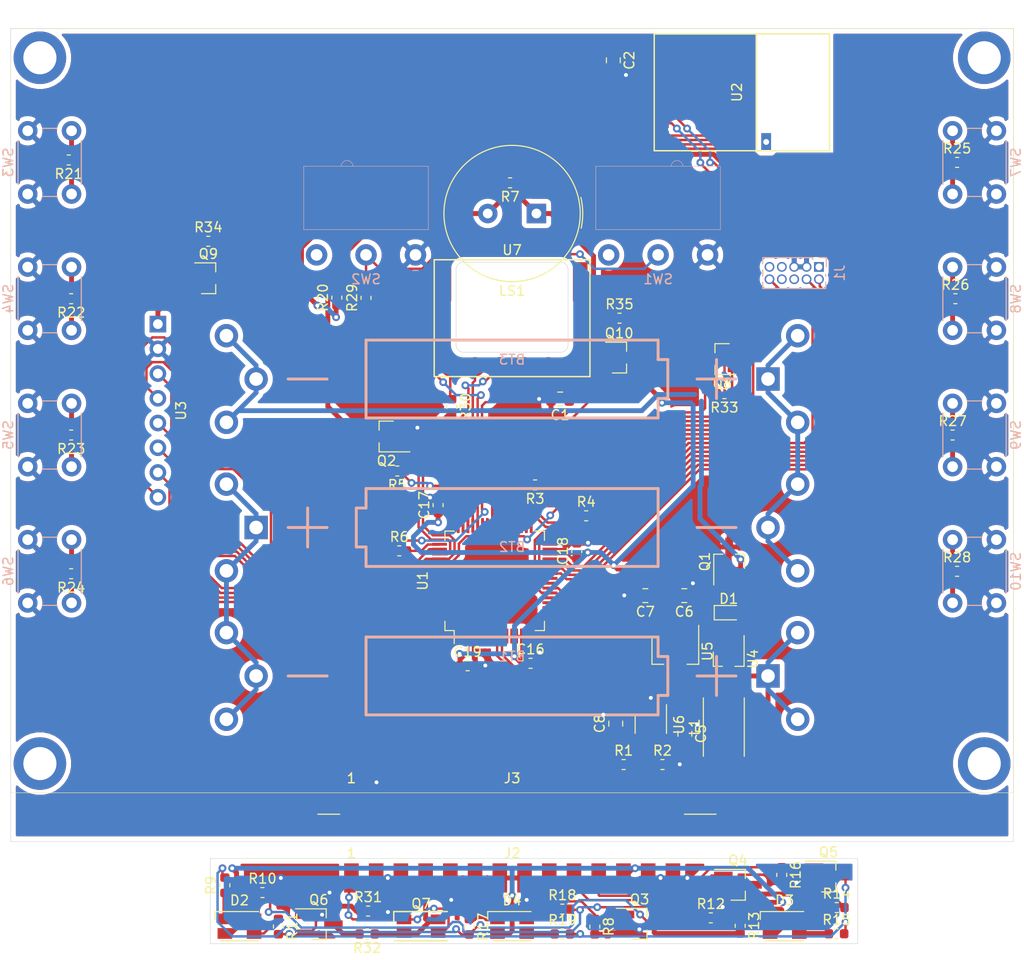
<source format=kicad_pcb>
(kicad_pcb (version 20171130) (host pcbnew 5.1.5-1.fc31)

  (general
    (thickness 1.6)
    (drawings 18)
    (tracks 981)
    (zones 0)
    (modules 84)
    (nets 101)
  )

  (page A4)
  (layers
    (0 F.Cu signal)
    (31 B.Cu signal)
    (32 B.Adhes user)
    (33 F.Adhes user)
    (34 B.Paste user)
    (35 F.Paste user)
    (36 B.SilkS user)
    (37 F.SilkS user)
    (38 B.Mask user)
    (39 F.Mask user)
    (40 Dwgs.User user)
    (41 Cmts.User user)
    (42 Eco1.User user)
    (43 Eco2.User user)
    (44 Edge.Cuts user)
    (45 Margin user)
    (46 B.CrtYd user)
    (47 F.CrtYd user)
    (48 B.Fab user)
    (49 F.Fab user)
  )

  (setup
    (last_trace_width 0.5)
    (user_trace_width 0.5)
    (trace_clearance 0.2)
    (zone_clearance 0.508)
    (zone_45_only no)
    (trace_min 0.2)
    (via_size 0.8)
    (via_drill 0.4)
    (via_min_size 0.4)
    (via_min_drill 0.3)
    (uvia_size 0.3)
    (uvia_drill 0.1)
    (uvias_allowed no)
    (uvia_min_size 0.2)
    (uvia_min_drill 0.1)
    (edge_width 0.05)
    (segment_width 0.2)
    (pcb_text_width 0.3)
    (pcb_text_size 1.5 1.5)
    (mod_edge_width 0.12)
    (mod_text_size 1 1)
    (mod_text_width 0.15)
    (pad_size 1.524 1.524)
    (pad_drill 0.762)
    (pad_to_mask_clearance 0.051)
    (solder_mask_min_width 0.25)
    (aux_axis_origin 0 0)
    (visible_elements FFFFFF7F)
    (pcbplotparams
      (layerselection 0x010fc_ffffffff)
      (usegerberextensions false)
      (usegerberattributes false)
      (usegerberadvancedattributes false)
      (creategerberjobfile false)
      (excludeedgelayer true)
      (linewidth 0.100000)
      (plotframeref false)
      (viasonmask false)
      (mode 1)
      (useauxorigin false)
      (hpglpennumber 1)
      (hpglpenspeed 20)
      (hpglpendiameter 15.000000)
      (psnegative false)
      (psa4output false)
      (plotreference true)
      (plotvalue true)
      (plotinvisibletext false)
      (padsonsilk false)
      (subtractmaskfromsilk false)
      (outputformat 1)
      (mirror false)
      (drillshape 1)
      (scaleselection 1)
      (outputdirectory ""))
  )

  (net 0 "")
  (net 1 "Net-(BT1-Pad1)")
  (net 2 "Net-(BT1-Pad2)")
  (net 3 "Net-(BT2-Pad2)")
  (net 4 "Net-(BT3-Pad2)")
  (net 5 GND)
  (net 6 "Net-(C1-Pad1)")
  (net 7 "Net-(C2-Pad1)")
  (net 8 +3V3)
  (net 9 +5V)
  (net 10 "Net-(D1-Pad1)")
  (net 11 "Net-(D2-Pad3)")
  (net 12 "Net-(D2-Pad2)")
  (net 13 "Net-(D2-Pad1)")
  (net 14 "Net-(D3-Pad3)")
  (net 15 "Net-(D3-Pad2)")
  (net 16 "Net-(D3-Pad1)")
  (net 17 "Net-(D4-Pad3)")
  (net 18 "Net-(D4-Pad2)")
  (net 19 "Net-(D4-Pad1)")
  (net 20 /~RESET)
  (net 21 "Net-(J1-Pad9)")
  (net 22 "Net-(J1-Pad8)")
  (net 23 "Net-(J1-Pad7)")
  (net 24 "Net-(J1-Pad6)")
  (net 25 /SWDCLK)
  (net 26 /SWDIO)
  (net 27 "Net-(J1-Pad1)")
  (net 28 "Net-(L1-Pad2)")
  (net 29 "Net-(LS1-Pad2)")
  (net 30 "Net-(Q2-Pad1)")
  (net 31 "Net-(Q3-Pad3)")
  (net 32 "Net-(Q4-Pad3)")
  (net 33 "Net-(Q5-Pad3)")
  (net 34 "Net-(Q6-Pad3)")
  (net 35 /NRF_~PWR)
  (net 36 "Net-(Q9-Pad2)")
  (net 37 /DISP_~PWR)
  (net 38 /BME_~PWR)
  (net 39 "Net-(R1-Pad2)")
  (net 40 "Net-(R3-Pad1)")
  (net 41 "Net-(R4-Pad2)")
  (net 42 "Net-(R6-Pad1)")
  (net 43 "Net-(R20-Pad2)")
  (net 44 "Net-(R21-Pad2)")
  (net 45 "Net-(R22-Pad2)")
  (net 46 "Net-(R23-Pad2)")
  (net 47 "Net-(R24-Pad2)")
  (net 48 "Net-(R25-Pad2)")
  (net 49 "Net-(R26-Pad2)")
  (net 50 "Net-(R27-Pad2)")
  (net 51 "Net-(R28-Pad2)")
  (net 52 "Net-(R30-Pad1)")
  (net 53 "Net-(U1-Pad33)")
  (net 54 "Net-(U1-Pad32)")
  (net 55 "Net-(U1-Pad24)")
  (net 56 "/Power Supply/EN_5V")
  (net 57 "Net-(U1-Pad8)")
  (net 58 "Net-(U1-Pad7)")
  (net 59 "Net-(U1-Pad6)")
  (net 60 "Net-(U1-Pad5)")
  (net 61 /RED)
  (net 62 /GREEN)
  (net 63 /BLUE)
  (net 64 /EN_ALS)
  (net 65 /ALS)
  (net 66 /NRF_MISO)
  (net 67 /NRF_~IRQ)
  (net 68 /BUZZER)
  (net 69 /DISP_~BUSY)
  (net 70 /SW_L1)
  (net 71 /SW_L2)
  (net 72 /SW_L3)
  (net 73 /SW_L4)
  (net 74 /SW_R1)
  (net 75 /SW_R2)
  (net 76 /SW_R3)
  (net 77 /SW_R4)
  (net 78 /SW_TOP)
  (net 79 "Net-(U1-Pad57)")
  (net 80 "Net-(U1-Pad21)")
  (net 81 "Net-(U1-Pad20)")
  (net 82 "Net-(U1-Pad12)")
  (net 83 "Net-(U1-Pad11)")
  (net 84 /NRF_MOSI)
  (net 85 /NRF_SCK)
  (net 86 /NRF_~CS)
  (net 87 /NRF_CE)
  (net 88 /DISP_~RST)
  (net 89 /DISP_D~C)
  (net 90 /DISP_~CS)
  (net 91 /BME_~CS)
  (net 92 /BME_SCK)
  (net 93 /BME_MISO)
  (net 94 /BME_MOSI)
  (net 95 "Net-(U1-Pad64)")
  (net 96 "Net-(U1-Pad63)")
  (net 97 "Net-(U1-Pad2)")
  (net 98 "Net-(U1-Pad1)")
  (net 99 "Net-(U1-Pad43)")
  (net 100 "Net-(U1-Pad42)")

  (net_class Default "Dies ist die voreingestellte Netzklasse."
    (clearance 0.2)
    (trace_width 0.25)
    (via_dia 0.8)
    (via_drill 0.4)
    (uvia_dia 0.3)
    (uvia_drill 0.1)
    (add_net +3V3)
    (add_net +5V)
    (add_net /ALS)
    (add_net /BLUE)
    (add_net /BME_MISO)
    (add_net /BME_MOSI)
    (add_net /BME_SCK)
    (add_net /BME_~CS)
    (add_net /BME_~PWR)
    (add_net /BUZZER)
    (add_net /DISP_D~C)
    (add_net /DISP_~BUSY)
    (add_net /DISP_~CS)
    (add_net /DISP_~PWR)
    (add_net /DISP_~RST)
    (add_net /EN_ALS)
    (add_net /GREEN)
    (add_net /NRF_CE)
    (add_net /NRF_MISO)
    (add_net /NRF_MOSI)
    (add_net /NRF_SCK)
    (add_net /NRF_~CS)
    (add_net /NRF_~IRQ)
    (add_net /NRF_~PWR)
    (add_net "/Power Supply/EN_5V")
    (add_net /RED)
    (add_net /SWDCLK)
    (add_net /SWDIO)
    (add_net /SW_L1)
    (add_net /SW_L2)
    (add_net /SW_L3)
    (add_net /SW_L4)
    (add_net /SW_R1)
    (add_net /SW_R2)
    (add_net /SW_R3)
    (add_net /SW_R4)
    (add_net /SW_TOP)
    (add_net /~RESET)
    (add_net GND)
    (add_net "Net-(BT1-Pad1)")
    (add_net "Net-(BT1-Pad2)")
    (add_net "Net-(BT2-Pad2)")
    (add_net "Net-(BT3-Pad2)")
    (add_net "Net-(C1-Pad1)")
    (add_net "Net-(C2-Pad1)")
    (add_net "Net-(D1-Pad1)")
    (add_net "Net-(D2-Pad1)")
    (add_net "Net-(D2-Pad2)")
    (add_net "Net-(D2-Pad3)")
    (add_net "Net-(D3-Pad1)")
    (add_net "Net-(D3-Pad2)")
    (add_net "Net-(D3-Pad3)")
    (add_net "Net-(D4-Pad1)")
    (add_net "Net-(D4-Pad2)")
    (add_net "Net-(D4-Pad3)")
    (add_net "Net-(J1-Pad1)")
    (add_net "Net-(J1-Pad6)")
    (add_net "Net-(J1-Pad7)")
    (add_net "Net-(J1-Pad8)")
    (add_net "Net-(J1-Pad9)")
    (add_net "Net-(L1-Pad2)")
    (add_net "Net-(LS1-Pad2)")
    (add_net "Net-(Q2-Pad1)")
    (add_net "Net-(Q3-Pad3)")
    (add_net "Net-(Q4-Pad3)")
    (add_net "Net-(Q5-Pad3)")
    (add_net "Net-(Q6-Pad3)")
    (add_net "Net-(Q9-Pad2)")
    (add_net "Net-(R1-Pad2)")
    (add_net "Net-(R20-Pad2)")
    (add_net "Net-(R21-Pad2)")
    (add_net "Net-(R22-Pad2)")
    (add_net "Net-(R23-Pad2)")
    (add_net "Net-(R24-Pad2)")
    (add_net "Net-(R25-Pad2)")
    (add_net "Net-(R26-Pad2)")
    (add_net "Net-(R27-Pad2)")
    (add_net "Net-(R28-Pad2)")
    (add_net "Net-(R3-Pad1)")
    (add_net "Net-(R30-Pad1)")
    (add_net "Net-(R4-Pad2)")
    (add_net "Net-(R6-Pad1)")
    (add_net "Net-(U1-Pad1)")
    (add_net "Net-(U1-Pad11)")
    (add_net "Net-(U1-Pad12)")
    (add_net "Net-(U1-Pad2)")
    (add_net "Net-(U1-Pad20)")
    (add_net "Net-(U1-Pad21)")
    (add_net "Net-(U1-Pad24)")
    (add_net "Net-(U1-Pad32)")
    (add_net "Net-(U1-Pad33)")
    (add_net "Net-(U1-Pad42)")
    (add_net "Net-(U1-Pad43)")
    (add_net "Net-(U1-Pad5)")
    (add_net "Net-(U1-Pad57)")
    (add_net "Net-(U1-Pad6)")
    (add_net "Net-(U1-Pad63)")
    (add_net "Net-(U1-Pad64)")
    (add_net "Net-(U1-Pad7)")
    (add_net "Net-(U1-Pad8)")
  )

  (module Resistor_SMD:R_0603_1608Metric (layer F.Cu) (tedit 5B301BBD) (tstamp 5E8E20AE)
    (at 122.3625 87.625 180)
    (descr "Resistor SMD 0603 (1608 Metric), square (rectangular) end terminal, IPC_7351 nominal, (Body size source: http://www.tortai-tech.com/upload/download/2011102023233369053.pdf), generated with kicad-footprint-generator")
    (tags resistor)
    (path /5ED76FB5)
    (attr smd)
    (fp_text reference R3 (at 0 -1.43) (layer F.SilkS)
      (effects (font (size 1 1) (thickness 0.15)))
    )
    (fp_text value 1K (at 0 1.43) (layer F.Fab)
      (effects (font (size 1 1) (thickness 0.15)))
    )
    (fp_text user %R (at 0 0) (layer F.Fab)
      (effects (font (size 0.4 0.4) (thickness 0.06)))
    )
    (fp_line (start 1.48 0.73) (end -1.48 0.73) (layer F.CrtYd) (width 0.05))
    (fp_line (start 1.48 -0.73) (end 1.48 0.73) (layer F.CrtYd) (width 0.05))
    (fp_line (start -1.48 -0.73) (end 1.48 -0.73) (layer F.CrtYd) (width 0.05))
    (fp_line (start -1.48 0.73) (end -1.48 -0.73) (layer F.CrtYd) (width 0.05))
    (fp_line (start -0.162779 0.51) (end 0.162779 0.51) (layer F.SilkS) (width 0.12))
    (fp_line (start -0.162779 -0.51) (end 0.162779 -0.51) (layer F.SilkS) (width 0.12))
    (fp_line (start 0.8 0.4) (end -0.8 0.4) (layer F.Fab) (width 0.1))
    (fp_line (start 0.8 -0.4) (end 0.8 0.4) (layer F.Fab) (width 0.1))
    (fp_line (start -0.8 -0.4) (end 0.8 -0.4) (layer F.Fab) (width 0.1))
    (fp_line (start -0.8 0.4) (end -0.8 -0.4) (layer F.Fab) (width 0.1))
    (pad 2 smd roundrect (at 0.7875 0 180) (size 0.875 0.95) (layers F.Cu F.Paste F.Mask) (roundrect_rratio 0.25)
      (net 66 /NRF_MISO))
    (pad 1 smd roundrect (at -0.7875 0 180) (size 0.875 0.95) (layers F.Cu F.Paste F.Mask) (roundrect_rratio 0.25)
      (net 40 "Net-(R3-Pad1)"))
    (model ${KISYS3DMOD}/Resistor_SMD.3dshapes/R_0603_1608Metric.wrl
      (at (xyz 0 0 0))
      (scale (xyz 1 1 1))
      (rotate (xyz 0 0 0))
    )
  )

  (module footprints:Battery_Keystone_590_596_1xAA (layer B.Cu) (tedit 5E8F4FA2) (tstamp 5E8E1E44)
    (at 120 92 180)
    (path /5C043AB7/5EE43EF0)
    (fp_text reference BT2 (at 0 -2) (layer B.SilkS)
      (effects (font (size 1 1) (thickness 0.15)) (justify mirror))
    )
    (fp_text value NiMH (at 0 1.5) (layer B.Fab)
      (effects (font (size 1 1) (thickness 0.15)) (justify mirror))
    )
    (fp_line (start 33 7.5) (end -33 7.5) (layer B.CrtYd) (width 0.12))
    (fp_line (start 33 -7.5) (end 33 7.5) (layer B.CrtYd) (width 0.12))
    (fp_line (start -33 -7.5) (end 33 -7.5) (layer B.CrtYd) (width 0.12))
    (fp_line (start -33 7.5) (end -33 -7.5) (layer B.CrtYd) (width 0.12))
    (fp_line (start 15 4) (end -15 4) (layer B.SilkS) (width 0.3))
    (fp_line (start 15 2) (end 15 4) (layer B.SilkS) (width 0.3))
    (fp_line (start 16 2) (end 15 2) (layer B.SilkS) (width 0.3))
    (fp_line (start 16 -2) (end 16 2) (layer B.SilkS) (width 0.3))
    (fp_line (start 15 -2) (end 16 -2) (layer B.SilkS) (width 0.3))
    (fp_line (start 15 -4) (end 15 -2) (layer B.SilkS) (width 0.3))
    (fp_line (start -15 -4) (end 15 -4) (layer B.SilkS) (width 0.3))
    (fp_line (start -15 4) (end -15 -4) (layer B.SilkS) (width 0.3))
    (fp_line (start 21 2) (end 21 -2) (layer B.SilkS) (width 0.3))
    (fp_line (start 23 0) (end 19 0) (layer B.SilkS) (width 0.3))
    (fp_line (start -23 0) (end -19 0) (layer B.SilkS) (width 0.3))
    (pad 2 thru_hole circle (at -29.34 -4.45 180) (size 2.4 2.4) (drill 1.4) (layers *.Cu *.Mask)
      (net 3 "Net-(BT2-Pad2)"))
    (pad 2 thru_hole circle (at -29.34 4.45 180) (size 2.4 2.4) (drill 1.4) (layers *.Cu *.Mask)
      (net 3 "Net-(BT2-Pad2)"))
    (pad 2 thru_hole circle (at -26.29 0 180) (size 2.4 2.4) (drill 1.4) (layers *.Cu *.Mask)
      (net 3 "Net-(BT2-Pad2)"))
    (pad 1 thru_hole circle (at 29.34 -4.45 180) (size 2.4 2.4) (drill 1.4) (layers *.Cu *.Mask)
      (net 2 "Net-(BT1-Pad2)"))
    (pad 1 thru_hole circle (at 29.34 4.45 180) (size 2.4 2.4) (drill 1.4) (layers *.Cu *.Mask)
      (net 2 "Net-(BT1-Pad2)"))
    (pad 1 thru_hole rect (at 26.29 0 180) (size 2.4 2.4) (drill 1.4) (layers *.Cu *.Mask)
      (net 2 "Net-(BT1-Pad2)"))
  )

  (module footprints:Battery_Keystone_590_596_1xAA (layer B.Cu) (tedit 5E8F4FA2) (tstamp 5E8FCBAF)
    (at 120 76.75)
    (path /5C043AB7/5EE44377)
    (fp_text reference BT3 (at 0 -2) (layer B.SilkS)
      (effects (font (size 1 1) (thickness 0.15)) (justify mirror))
    )
    (fp_text value NiMH (at 0 1.5) (layer B.Fab)
      (effects (font (size 1 1) (thickness 0.15)) (justify mirror))
    )
    (fp_line (start 33 7.5) (end -33 7.5) (layer B.CrtYd) (width 0.12))
    (fp_line (start 33 -7.5) (end 33 7.5) (layer B.CrtYd) (width 0.12))
    (fp_line (start -33 -7.5) (end 33 -7.5) (layer B.CrtYd) (width 0.12))
    (fp_line (start -33 7.5) (end -33 -7.5) (layer B.CrtYd) (width 0.12))
    (fp_line (start 15 4) (end -15 4) (layer B.SilkS) (width 0.3))
    (fp_line (start 15 2) (end 15 4) (layer B.SilkS) (width 0.3))
    (fp_line (start 16 2) (end 15 2) (layer B.SilkS) (width 0.3))
    (fp_line (start 16 -2) (end 16 2) (layer B.SilkS) (width 0.3))
    (fp_line (start 15 -2) (end 16 -2) (layer B.SilkS) (width 0.3))
    (fp_line (start 15 -4) (end 15 -2) (layer B.SilkS) (width 0.3))
    (fp_line (start -15 -4) (end 15 -4) (layer B.SilkS) (width 0.3))
    (fp_line (start -15 4) (end -15 -4) (layer B.SilkS) (width 0.3))
    (fp_line (start 21 2) (end 21 -2) (layer B.SilkS) (width 0.3))
    (fp_line (start 23 0) (end 19 0) (layer B.SilkS) (width 0.3))
    (fp_line (start -23 0) (end -19 0) (layer B.SilkS) (width 0.3))
    (pad 2 thru_hole circle (at -29.34 -4.45) (size 2.4 2.4) (drill 1.4) (layers *.Cu *.Mask)
      (net 4 "Net-(BT3-Pad2)"))
    (pad 2 thru_hole circle (at -29.34 4.45) (size 2.4 2.4) (drill 1.4) (layers *.Cu *.Mask)
      (net 4 "Net-(BT3-Pad2)"))
    (pad 2 thru_hole circle (at -26.29 0) (size 2.4 2.4) (drill 1.4) (layers *.Cu *.Mask)
      (net 4 "Net-(BT3-Pad2)"))
    (pad 1 thru_hole circle (at 29.34 -4.45) (size 2.4 2.4) (drill 1.4) (layers *.Cu *.Mask)
      (net 3 "Net-(BT2-Pad2)"))
    (pad 1 thru_hole circle (at 29.34 4.45) (size 2.4 2.4) (drill 1.4) (layers *.Cu *.Mask)
      (net 3 "Net-(BT2-Pad2)"))
    (pad 1 thru_hole rect (at 26.29 0) (size 2.4 2.4) (drill 1.4) (layers *.Cu *.Mask)
      (net 3 "Net-(BT2-Pad2)"))
  )

  (module footprints:NRF24L01+breakout_SMD (layer F.Cu) (tedit 5E78B67B) (tstamp 5E8E2463)
    (at 143.6 47.3 270)
    (path /5E7AFF0E)
    (fp_text reference U2 (at 0 0.5 90) (layer F.SilkS)
      (effects (font (size 1 1) (thickness 0.15)))
    )
    (fp_text value NRF24L01_Breakout_SMD (at 0 -0.5 90) (layer F.Fab)
      (effects (font (size 1 1) (thickness 0.15)))
    )
    (fp_line (start -6 -9) (end 6 -9) (layer F.SilkS) (width 0.15))
    (fp_line (start 6 -9) (end 6 9) (layer F.SilkS) (width 0.15))
    (fp_line (start 6 9) (end -6 9) (layer F.SilkS) (width 0.15))
    (fp_line (start -6 9) (end -6 -9) (layer F.SilkS) (width 0.15))
    (fp_line (start 6 -1.5) (end -6 -1.5) (layer F.SilkS) (width 0.15))
    (pad "" thru_hole rect (at 5.1 -2.5 270) (size 1.8 1) (drill 0.6) (layers *.Cu *.Mask))
    (pad 8 smd rect (at 4.445 9 270) (size 1 3) (layers F.Cu F.Paste F.Mask)
      (net 41 "Net-(R4-Pad2)"))
    (pad 7 smd rect (at 3.175 9 270) (size 1 3) (layers F.Cu F.Paste F.Mask)
      (net 40 "Net-(R3-Pad1)"))
    (pad 6 smd rect (at 1.905 9 270) (size 1 3) (layers F.Cu F.Paste F.Mask)
      (net 84 /NRF_MOSI))
    (pad 5 smd rect (at 0.635 9 270) (size 1 3) (layers F.Cu F.Paste F.Mask)
      (net 85 /NRF_SCK))
    (pad 4 smd rect (at -0.635 9 270) (size 1 3) (layers F.Cu F.Paste F.Mask)
      (net 86 /NRF_~CS))
    (pad 3 smd rect (at -1.905 9 270) (size 1 3) (layers F.Cu F.Paste F.Mask)
      (net 87 /NRF_CE))
    (pad 2 smd rect (at -3.175 9 270) (size 1 3) (layers F.Cu F.Paste F.Mask)
      (net 5 GND))
    (pad 1 smd rect (at -4.445 9 270) (size 1 3) (layers F.Cu F.Paste F.Mask)
      (net 7 "Net-(C2-Pad1)"))
  )

  (module footprints:GY-B11_EP_280_SMD_Reverse (layer F.Cu) (tedit 5E91EF06) (tstamp 5E92B25C)
    (at 120 70.5)
    (path /5E937ACB/5E978131)
    (attr smd)
    (fp_text reference U7 (at 0 -7) (layer F.SilkS)
      (effects (font (size 1 1) (thickness 0.15)))
    )
    (fp_text value GY-B11_EP_280 (at 0 7) (layer F.Fab)
      (effects (font (size 1 1) (thickness 0.15)))
    )
    (fp_circle (center 1 -2.5) (end 1 -2.25) (layer F.Fab) (width 0.12))
    (fp_line (start -1.5 -1) (end -1.5 -4) (layer F.Fab) (width 0.12))
    (fp_line (start 1.5 -1) (end -1.5 -1) (layer F.Fab) (width 0.12))
    (fp_line (start 1.5 -4) (end 1.5 -1) (layer F.Fab) (width 0.12))
    (fp_line (start -1.5 -4) (end 1.5 -4) (layer F.Fab) (width 0.12))
    (fp_text user "PCB cutout" (at 0 0.75) (layer F.Fab)
      (effects (font (size 1 1) (thickness 0.15)))
    )
    (fp_line (start -8 -6) (end -8 6) (layer F.SilkS) (width 0.15))
    (fp_line (start -8 6) (end 8 6) (layer F.SilkS) (width 0.15))
    (fp_line (start 8 6) (end 8 -6) (layer F.SilkS) (width 0.15))
    (fp_line (start 8 -6) (end -8 -6) (layer F.SilkS) (width 0.15))
    (fp_line (start -8.2 -6.2) (end -8.2 6.2) (layer F.CrtYd) (width 0.12))
    (fp_line (start -8.2 6.2) (end 8.2 6.2) (layer F.CrtYd) (width 0.12))
    (fp_line (start 8.2 6.2) (end 8.2 -6.2) (layer F.CrtYd) (width 0.12))
    (fp_line (start 8.2 -6.2) (end -8.2 -6.2) (layer F.CrtYd) (width 0.12))
    (fp_line (start -5 3.5) (end 5 3.5) (layer F.Fab) (width 0.12))
    (fp_line (start 5 3.5) (end 5 -5.75) (layer F.Fab) (width 0.12))
    (fp_line (start 5 -5.75) (end -5 -5.75) (layer F.Fab) (width 0.12))
    (fp_line (start -5 -5.75) (end -5 3.5) (layer F.Fab) (width 0.12))
    (pad "" smd rect (at -7 -3.75) (size 1.5 4) (layers F.Cu F.Paste F.Mask))
    (pad "" smd rect (at 7 -3.75) (size 1.5 4) (layers F.Cu F.Paste F.Mask))
    (pad 2 smd circle (at 3.73 5) (size 2 2) (layers F.Cu F.Paste F.Mask)
      (net 5 GND))
    (pad 3 smd circle (at 1.27 5) (size 2 2) (layers F.Cu F.Paste F.Mask)
      (net 92 /BME_SCK))
    (pad 4 smd circle (at -1.27 5) (size 2 2) (layers F.Cu F.Paste F.Mask)
      (net 94 /BME_MOSI))
    (pad 5 smd circle (at -3.81 5) (size 2 2) (layers F.Cu F.Paste F.Mask)
      (net 91 /BME_~CS))
    (pad 6 smd circle (at -6.35 5) (size 2 2) (layers F.Cu F.Paste F.Mask)
      (net 52 "Net-(R30-Pad1)"))
    (pad 1 smd rect (at 6.35 5) (size 2 2) (layers F.Cu F.Paste F.Mask)
      (net 6 "Net-(C1-Pad1)"))
  )

  (module Diode_SMD:D_0603_1608Metric (layer F.Cu) (tedit 5B301BBE) (tstamp 5E90EEBA)
    (at 142.25 100.75)
    (descr "Diode SMD 0603 (1608 Metric), square (rectangular) end terminal, IPC_7351 nominal, (Body size source: http://www.tortai-tech.com/upload/download/2011102023233369053.pdf), generated with kicad-footprint-generator")
    (tags diode)
    (path /5C043AB7/5C061381)
    (attr smd)
    (fp_text reference D1 (at 0 -1.43) (layer F.SilkS)
      (effects (font (size 1 1) (thickness 0.15)))
    )
    (fp_text value " ESD9X5.0ST5G" (at 0 1.43) (layer F.Fab)
      (effects (font (size 1 1) (thickness 0.15)))
    )
    (fp_text user %R (at 0 0) (layer F.Fab)
      (effects (font (size 0.4 0.4) (thickness 0.06)))
    )
    (fp_line (start 1.48 0.73) (end -1.48 0.73) (layer F.CrtYd) (width 0.05))
    (fp_line (start 1.48 -0.73) (end 1.48 0.73) (layer F.CrtYd) (width 0.05))
    (fp_line (start -1.48 -0.73) (end 1.48 -0.73) (layer F.CrtYd) (width 0.05))
    (fp_line (start -1.48 0.73) (end -1.48 -0.73) (layer F.CrtYd) (width 0.05))
    (fp_line (start -1.485 0.735) (end 0.8 0.735) (layer F.SilkS) (width 0.12))
    (fp_line (start -1.485 -0.735) (end -1.485 0.735) (layer F.SilkS) (width 0.12))
    (fp_line (start 0.8 -0.735) (end -1.485 -0.735) (layer F.SilkS) (width 0.12))
    (fp_line (start 0.8 0.4) (end 0.8 -0.4) (layer F.Fab) (width 0.1))
    (fp_line (start -0.8 0.4) (end 0.8 0.4) (layer F.Fab) (width 0.1))
    (fp_line (start -0.8 -0.1) (end -0.8 0.4) (layer F.Fab) (width 0.1))
    (fp_line (start -0.5 -0.4) (end -0.8 -0.1) (layer F.Fab) (width 0.1))
    (fp_line (start 0.8 -0.4) (end -0.5 -0.4) (layer F.Fab) (width 0.1))
    (pad 2 smd roundrect (at 0.7875 0) (size 0.875 0.95) (layers F.Cu F.Paste F.Mask) (roundrect_rratio 0.25)
      (net 4 "Net-(BT3-Pad2)"))
    (pad 1 smd roundrect (at -0.7875 0) (size 0.875 0.95) (layers F.Cu F.Paste F.Mask) (roundrect_rratio 0.25)
      (net 10 "Net-(D1-Pad1)"))
    (model ${KISYS3DMOD}/Diode_SMD.3dshapes/D_0603_1608Metric.wrl
      (at (xyz 0 0 0))
      (scale (xyz 1 1 1))
      (rotate (xyz 0 0 0))
    )
  )

  (module footprints:Pin_Header_Side_1x14_Pitch2.54mm_SMD (layer F.Cu) (tedit 5E7A229D) (tstamp 5E91ACA3)
    (at 120.01 120.3)
    (path /5E912A1E)
    (fp_text reference J3 (at 0 -2.54) (layer F.SilkS)
      (effects (font (size 1 1) (thickness 0.15)))
    )
    (fp_text value Conn_01x14_Male (at 0 2.54) (layer F.Fab)
      (effects (font (size 1 1) (thickness 0.15)))
    )
    (fp_text user 1 (at -16.51 -2.54) (layer F.SilkS)
      (effects (font (size 1 1) (thickness 0.15)))
    )
    (pad 14 smd rect (at 16.51 0) (size 1.5 3) (layers F.Cu F.Paste F.Mask)
      (net 5 GND))
    (pad 13 smd rect (at 13.97 0) (size 1.5 3) (layers F.Cu F.Paste F.Mask)
      (net 5 GND))
    (pad 12 smd rect (at 11.43 0) (size 1.5 3) (layers F.Cu F.Paste F.Mask)
      (net 9 +5V))
    (pad 11 smd rect (at 8.89 0) (size 1.5 3) (layers F.Cu F.Paste F.Mask)
      (net 63 /BLUE))
    (pad 10 smd rect (at 6.35 0) (size 1.5 3) (layers F.Cu F.Paste F.Mask)
      (net 62 /GREEN))
    (pad 9 smd rect (at 3.81 0) (size 1.5 3) (layers F.Cu F.Paste F.Mask)
      (net 61 /RED))
    (pad 8 smd rect (at 1.27 0) (size 1.5 3) (layers F.Cu F.Paste F.Mask)
      (net 5 GND))
    (pad 7 smd rect (at -1.27 0) (size 1.5 3) (layers F.Cu F.Paste F.Mask)
      (net 5 GND))
    (pad 6 smd rect (at -3.81 0) (size 1.5 3) (layers F.Cu F.Paste F.Mask)
      (net 5 GND))
    (pad 5 smd rect (at -6.35 0) (size 1.5 3) (layers F.Cu F.Paste F.Mask)
      (net 5 GND))
    (pad 4 smd rect (at -8.89 0) (size 1.5 3) (layers F.Cu F.Paste F.Mask)
      (net 65 /ALS))
    (pad 3 smd rect (at -11.43 0) (size 1.5 3) (layers F.Cu F.Paste F.Mask)
      (net 64 /EN_ALS))
    (pad 2 smd rect (at -13.97 0) (size 1.5 3) (layers F.Cu F.Paste F.Mask)
      (net 5 GND))
    (pad 1 smd rect (at -16.51 0) (size 1.5 3) (layers F.Cu F.Paste F.Mask)
      (net 8 +3V3))
  )

  (module footprints:Pin_Header_Side_1x14_Pitch2.54mm_SMD (layer F.Cu) (tedit 5E7A229D) (tstamp 5E90C3C0)
    (at 120.01 128)
    (path /5E917197)
    (fp_text reference J2 (at 0 -2.54) (layer F.SilkS)
      (effects (font (size 1 1) (thickness 0.15)))
    )
    (fp_text value Conn_01x14_Male (at 0 2.54) (layer F.Fab)
      (effects (font (size 1 1) (thickness 0.15)))
    )
    (fp_text user 1 (at -16.51 -2.54) (layer F.SilkS)
      (effects (font (size 1 1) (thickness 0.15)))
    )
    (pad 14 smd rect (at 16.51 0) (size 1.5 3) (layers F.Cu F.Paste F.Mask)
      (net 5 GND))
    (pad 13 smd rect (at 13.97 0) (size 1.5 3) (layers F.Cu F.Paste F.Mask)
      (net 5 GND))
    (pad 12 smd rect (at 11.43 0) (size 1.5 3) (layers F.Cu F.Paste F.Mask)
      (net 9 +5V))
    (pad 11 smd rect (at 8.89 0) (size 1.5 3) (layers F.Cu F.Paste F.Mask)
      (net 63 /BLUE))
    (pad 10 smd rect (at 6.35 0) (size 1.5 3) (layers F.Cu F.Paste F.Mask)
      (net 62 /GREEN))
    (pad 9 smd rect (at 3.81 0) (size 1.5 3) (layers F.Cu F.Paste F.Mask)
      (net 61 /RED))
    (pad 8 smd rect (at 1.27 0) (size 1.5 3) (layers F.Cu F.Paste F.Mask)
      (net 5 GND))
    (pad 7 smd rect (at -1.27 0) (size 1.5 3) (layers F.Cu F.Paste F.Mask)
      (net 5 GND))
    (pad 6 smd rect (at -3.81 0) (size 1.5 3) (layers F.Cu F.Paste F.Mask)
      (net 5 GND))
    (pad 5 smd rect (at -6.35 0) (size 1.5 3) (layers F.Cu F.Paste F.Mask)
      (net 5 GND))
    (pad 4 smd rect (at -8.89 0) (size 1.5 3) (layers F.Cu F.Paste F.Mask)
      (net 65 /ALS))
    (pad 3 smd rect (at -11.43 0) (size 1.5 3) (layers F.Cu F.Paste F.Mask)
      (net 64 /EN_ALS))
    (pad 2 smd rect (at -13.97 0) (size 1.5 3) (layers F.Cu F.Paste F.Mask)
      (net 5 GND))
    (pad 1 smd rect (at -16.51 0) (size 1.5 3) (layers F.Cu F.Paste F.Mask)
      (net 8 +3V3))
  )

  (module Capacitor_SMD:C_0603_1608Metric (layer F.Cu) (tedit 5B301BBE) (tstamp 5E8E1EE5)
    (at 112.4 89.7 90)
    (descr "Capacitor SMD 0603 (1608 Metric), square (rectangular) end terminal, IPC_7351 nominal, (Body size source: http://www.tortai-tech.com/upload/download/2011102023233369053.pdf), generated with kicad-footprint-generator")
    (tags capacitor)
    (path /5C4A5633)
    (attr smd)
    (fp_text reference C17 (at 0 -1.43 90) (layer F.SilkS)
      (effects (font (size 1 1) (thickness 0.15)))
    )
    (fp_text value 0.1uF/6.3V (at 0 1.43 90) (layer F.Fab)
      (effects (font (size 1 1) (thickness 0.15)))
    )
    (fp_text user %R (at 0 0 90) (layer F.Fab)
      (effects (font (size 0.4 0.4) (thickness 0.06)))
    )
    (fp_line (start 1.48 0.73) (end -1.48 0.73) (layer F.CrtYd) (width 0.05))
    (fp_line (start 1.48 -0.73) (end 1.48 0.73) (layer F.CrtYd) (width 0.05))
    (fp_line (start -1.48 -0.73) (end 1.48 -0.73) (layer F.CrtYd) (width 0.05))
    (fp_line (start -1.48 0.73) (end -1.48 -0.73) (layer F.CrtYd) (width 0.05))
    (fp_line (start -0.162779 0.51) (end 0.162779 0.51) (layer F.SilkS) (width 0.12))
    (fp_line (start -0.162779 -0.51) (end 0.162779 -0.51) (layer F.SilkS) (width 0.12))
    (fp_line (start 0.8 0.4) (end -0.8 0.4) (layer F.Fab) (width 0.1))
    (fp_line (start 0.8 -0.4) (end 0.8 0.4) (layer F.Fab) (width 0.1))
    (fp_line (start -0.8 -0.4) (end 0.8 -0.4) (layer F.Fab) (width 0.1))
    (fp_line (start -0.8 0.4) (end -0.8 -0.4) (layer F.Fab) (width 0.1))
    (pad 2 smd roundrect (at 0.7875 0 90) (size 0.875 0.95) (layers F.Cu F.Paste F.Mask) (roundrect_rratio 0.25)
      (net 5 GND))
    (pad 1 smd roundrect (at -0.7875 0 90) (size 0.875 0.95) (layers F.Cu F.Paste F.Mask) (roundrect_rratio 0.25)
      (net 8 +3V3))
    (model ${KISYS3DMOD}/Capacitor_SMD.3dshapes/C_0603_1608Metric.wrl
      (at (xyz 0 0 0))
      (scale (xyz 1 1 1))
      (rotate (xyz 0 0 0))
    )
  )

  (module footprints:Battery_Keystone_590_596_1xAA (layer B.Cu) (tedit 5E8F4FA2) (tstamp 5E8E1E2B)
    (at 120 107.25)
    (path /5C043AB7/5EE43BC8)
    (fp_text reference BT1 (at 0 -2) (layer B.SilkS)
      (effects (font (size 1 1) (thickness 0.15)) (justify mirror))
    )
    (fp_text value NiMH (at 0 1.5) (layer B.Fab)
      (effects (font (size 1 1) (thickness 0.15)) (justify mirror))
    )
    (fp_line (start 33 7.5) (end -33 7.5) (layer B.CrtYd) (width 0.12))
    (fp_line (start 33 -7.5) (end 33 7.5) (layer B.CrtYd) (width 0.12))
    (fp_line (start -33 -7.5) (end 33 -7.5) (layer B.CrtYd) (width 0.12))
    (fp_line (start -33 7.5) (end -33 -7.5) (layer B.CrtYd) (width 0.12))
    (fp_line (start 15 4) (end -15 4) (layer B.SilkS) (width 0.3))
    (fp_line (start 15 2) (end 15 4) (layer B.SilkS) (width 0.3))
    (fp_line (start 16 2) (end 15 2) (layer B.SilkS) (width 0.3))
    (fp_line (start 16 -2) (end 16 2) (layer B.SilkS) (width 0.3))
    (fp_line (start 15 -2) (end 16 -2) (layer B.SilkS) (width 0.3))
    (fp_line (start 15 -4) (end 15 -2) (layer B.SilkS) (width 0.3))
    (fp_line (start -15 -4) (end 15 -4) (layer B.SilkS) (width 0.3))
    (fp_line (start -15 4) (end -15 -4) (layer B.SilkS) (width 0.3))
    (fp_line (start 21 2) (end 21 -2) (layer B.SilkS) (width 0.3))
    (fp_line (start 23 0) (end 19 0) (layer B.SilkS) (width 0.3))
    (fp_line (start -23 0) (end -19 0) (layer B.SilkS) (width 0.3))
    (pad 2 thru_hole circle (at -29.34 -4.45) (size 2.4 2.4) (drill 1.4) (layers *.Cu *.Mask)
      (net 2 "Net-(BT1-Pad2)"))
    (pad 2 thru_hole circle (at -29.34 4.45) (size 2.4 2.4) (drill 1.4) (layers *.Cu *.Mask)
      (net 2 "Net-(BT1-Pad2)"))
    (pad 2 thru_hole circle (at -26.29 0) (size 2.4 2.4) (drill 1.4) (layers *.Cu *.Mask)
      (net 2 "Net-(BT1-Pad2)"))
    (pad 1 thru_hole circle (at 29.34 -4.45) (size 2.4 2.4) (drill 1.4) (layers *.Cu *.Mask)
      (net 1 "Net-(BT1-Pad1)"))
    (pad 1 thru_hole circle (at 29.34 4.45) (size 2.4 2.4) (drill 1.4) (layers *.Cu *.Mask)
      (net 1 "Net-(BT1-Pad1)"))
    (pad 1 thru_hole rect (at 26.29 0) (size 2.4 2.4) (drill 1.4) (layers *.Cu *.Mask)
      (net 1 "Net-(BT1-Pad1)"))
  )

  (module Package_TO_SOT_SMD:SOT-23-6_Handsoldering (layer F.Cu) (tedit 5A02FF57) (tstamp 5E8E24D0)
    (at 134.25 112.25 270)
    (descr "6-pin SOT-23 package, Handsoldering")
    (tags "SOT-23-6 Handsoldering")
    (path /5C043AB7/5C04CA8E)
    (attr smd)
    (fp_text reference U6 (at 0 -2.9 90) (layer F.SilkS)
      (effects (font (size 1 1) (thickness 0.15)))
    )
    (fp_text value MCP1640T-I/CHY (at 0 2.9 90) (layer F.Fab)
      (effects (font (size 1 1) (thickness 0.15)))
    )
    (fp_line (start 0.9 -1.55) (end 0.9 1.55) (layer F.Fab) (width 0.1))
    (fp_line (start 0.9 1.55) (end -0.9 1.55) (layer F.Fab) (width 0.1))
    (fp_line (start -0.9 -0.9) (end -0.9 1.55) (layer F.Fab) (width 0.1))
    (fp_line (start 0.9 -1.55) (end -0.25 -1.55) (layer F.Fab) (width 0.1))
    (fp_line (start -0.9 -0.9) (end -0.25 -1.55) (layer F.Fab) (width 0.1))
    (fp_line (start -2.4 -1.8) (end 2.4 -1.8) (layer F.CrtYd) (width 0.05))
    (fp_line (start 2.4 -1.8) (end 2.4 1.8) (layer F.CrtYd) (width 0.05))
    (fp_line (start 2.4 1.8) (end -2.4 1.8) (layer F.CrtYd) (width 0.05))
    (fp_line (start -2.4 1.8) (end -2.4 -1.8) (layer F.CrtYd) (width 0.05))
    (fp_line (start 0.9 -1.61) (end -2.05 -1.61) (layer F.SilkS) (width 0.12))
    (fp_line (start -0.9 1.61) (end 0.9 1.61) (layer F.SilkS) (width 0.12))
    (fp_text user %R (at 0 0) (layer F.Fab)
      (effects (font (size 0.5 0.5) (thickness 0.075)))
    )
    (pad 5 smd rect (at 1.35 0 270) (size 1.56 0.65) (layers F.Cu F.Paste F.Mask)
      (net 9 +5V))
    (pad 6 smd rect (at 1.35 -0.95 270) (size 1.56 0.65) (layers F.Cu F.Paste F.Mask)
      (net 1 "Net-(BT1-Pad1)"))
    (pad 4 smd rect (at 1.35 0.95 270) (size 1.56 0.65) (layers F.Cu F.Paste F.Mask)
      (net 39 "Net-(R1-Pad2)"))
    (pad 3 smd rect (at -1.35 0.95 270) (size 1.56 0.65) (layers F.Cu F.Paste F.Mask)
      (net 56 "/Power Supply/EN_5V"))
    (pad 2 smd rect (at -1.35 0 270) (size 1.56 0.65) (layers F.Cu F.Paste F.Mask)
      (net 5 GND))
    (pad 1 smd rect (at -1.35 -0.95 270) (size 1.56 0.65) (layers F.Cu F.Paste F.Mask)
      (net 28 "Net-(L1-Pad2)"))
    (model ${KISYS3DMOD}/Package_TO_SOT_SMD.3dshapes/SOT-23-6.wrl
      (at (xyz 0 0 0))
      (scale (xyz 1 1 1))
      (rotate (xyz 0 0 0))
    )
  )

  (module Package_TO_SOT_SMD:SOT-89-3_Handsoldering (layer F.Cu) (tedit 5A02FF57) (tstamp 5E8E24BA)
    (at 136.77 104.27 270)
    (descr "SOT-89-3 Handsoldering")
    (tags "SOT-89-3 Handsoldering")
    (path /5C043AB7/5C04B605)
    (attr smd)
    (fp_text reference U5 (at 0.45 -3.3 90) (layer F.SilkS)
      (effects (font (size 1 1) (thickness 0.15)))
    )
    (fp_text value MCP1700-3302E_SOT89 (at 0.5 3.15 90) (layer F.Fab)
      (effects (font (size 1 1) (thickness 0.15)))
    )
    (fp_line (start -0.13 -2.3) (end 1.68 -2.3) (layer F.Fab) (width 0.1))
    (fp_line (start -0.92 2.3) (end -0.92 -1.51) (layer F.Fab) (width 0.1))
    (fp_line (start 1.68 2.3) (end -0.92 2.3) (layer F.Fab) (width 0.1))
    (fp_line (start 1.68 -2.3) (end 1.68 2.3) (layer F.Fab) (width 0.1))
    (fp_line (start -0.92 -1.51) (end -0.13 -2.3) (layer F.Fab) (width 0.1))
    (fp_line (start 1.78 -2.4) (end 1.78 -1.2) (layer F.SilkS) (width 0.12))
    (fp_line (start -2.22 -2.4) (end 1.78 -2.4) (layer F.SilkS) (width 0.12))
    (fp_line (start 1.78 2.4) (end -0.92 2.4) (layer F.SilkS) (width 0.12))
    (fp_line (start 1.78 1.2) (end 1.78 2.4) (layer F.SilkS) (width 0.12))
    (fp_line (start -3.5 -2.55) (end -3.5 2.55) (layer F.CrtYd) (width 0.05))
    (fp_line (start 4.25 -2.55) (end -3.5 -2.55) (layer F.CrtYd) (width 0.05))
    (fp_line (start 4.25 2.55) (end 4.25 -2.55) (layer F.CrtYd) (width 0.05))
    (fp_line (start -3.5 2.55) (end 4.25 2.55) (layer F.CrtYd) (width 0.05))
    (fp_text user %R (at 0.38 0) (layer F.Fab)
      (effects (font (size 0.6 0.6) (thickness 0.09)))
    )
    (pad 2 smd trapezoid (at -0.37 0) (size 1.5 0.75) (rect_delta 0 0.5 ) (layers F.Cu F.Paste F.Mask)
      (net 1 "Net-(BT1-Pad1)"))
    (pad 2 smd rect (at 1.98 0 180) (size 2 4) (layers F.Cu F.Paste F.Mask)
      (net 1 "Net-(BT1-Pad1)"))
    (pad 3 smd rect (at -1.98 1.5 180) (size 1 2.5) (layers F.Cu F.Paste F.Mask)
      (net 8 +3V3))
    (pad 2 smd rect (at -1.98 0 180) (size 1 2.5) (layers F.Cu F.Paste F.Mask)
      (net 1 "Net-(BT1-Pad1)"))
    (pad 1 smd rect (at -1.98 -1.5 180) (size 1 2.5) (layers F.Cu F.Paste F.Mask)
      (net 5 GND))
    (model ${KISYS3DMOD}/Package_TO_SOT_SMD.3dshapes/SOT-89-3.wrl
      (at (xyz 0 0 0))
      (scale (xyz 1 1 1))
      (rotate (xyz 0 0 0))
    )
  )

  (module Package_TO_SOT_SMD:SOT-23_Handsoldering (layer F.Cu) (tedit 5A0AB76C) (tstamp 5E8E24A3)
    (at 142.25 105.5 270)
    (descr "SOT-23, Handsoldering")
    (tags SOT-23)
    (path /5C043AB7/5C04AEDD)
    (attr smd)
    (fp_text reference U4 (at 0 -2.5 90) (layer F.SilkS)
      (effects (font (size 1 1) (thickness 0.15)))
    )
    (fp_text value TPS3839K33DBZR (at 0 2.5 90) (layer F.Fab)
      (effects (font (size 1 1) (thickness 0.15)))
    )
    (fp_line (start 0.76 1.58) (end -0.7 1.58) (layer F.SilkS) (width 0.12))
    (fp_line (start -0.7 1.52) (end 0.7 1.52) (layer F.Fab) (width 0.1))
    (fp_line (start 0.7 -1.52) (end 0.7 1.52) (layer F.Fab) (width 0.1))
    (fp_line (start -0.7 -0.95) (end -0.15 -1.52) (layer F.Fab) (width 0.1))
    (fp_line (start -0.15 -1.52) (end 0.7 -1.52) (layer F.Fab) (width 0.1))
    (fp_line (start -0.7 -0.95) (end -0.7 1.5) (layer F.Fab) (width 0.1))
    (fp_line (start 0.76 -1.58) (end -2.4 -1.58) (layer F.SilkS) (width 0.12))
    (fp_line (start -2.7 1.75) (end -2.7 -1.75) (layer F.CrtYd) (width 0.05))
    (fp_line (start 2.7 1.75) (end -2.7 1.75) (layer F.CrtYd) (width 0.05))
    (fp_line (start 2.7 -1.75) (end 2.7 1.75) (layer F.CrtYd) (width 0.05))
    (fp_line (start -2.7 -1.75) (end 2.7 -1.75) (layer F.CrtYd) (width 0.05))
    (fp_line (start 0.76 -1.58) (end 0.76 -0.65) (layer F.SilkS) (width 0.12))
    (fp_line (start 0.76 1.58) (end 0.76 0.65) (layer F.SilkS) (width 0.12))
    (fp_text user %R (at 0 0) (layer F.Fab)
      (effects (font (size 0.5 0.5) (thickness 0.075)))
    )
    (pad 3 smd rect (at 1.5 0 270) (size 1.9 0.8) (layers F.Cu F.Paste F.Mask)
      (net 1 "Net-(BT1-Pad1)"))
    (pad 2 smd rect (at -1.5 0.95 270) (size 1.9 0.8) (layers F.Cu F.Paste F.Mask)
      (net 10 "Net-(D1-Pad1)"))
    (pad 1 smd rect (at -1.5 -0.95 270) (size 1.9 0.8) (layers F.Cu F.Paste F.Mask)
      (net 4 "Net-(BT3-Pad2)"))
    (model ${KISYS3DMOD}/Package_TO_SOT_SMD.3dshapes/SOT-23.wrl
      (at (xyz 0 0 0))
      (scale (xyz 1 1 1))
      (rotate (xyz 0 0 0))
    )
  )

  (module footprints:Waveshare_4.2_EInk_Module (layer F.Cu) (tedit 5E8E0B95) (tstamp 5E8E248E)
    (at 120 80)
    (path /5E98FCAF/5EB45643)
    (fp_text reference U3 (at -34 0 90) (layer F.SilkS)
      (effects (font (size 1 1) (thickness 0.15)))
    )
    (fp_text value Waveshare_4.2_EInk_Module (at -32.25 0 270) (layer F.Fab)
      (effects (font (size 1 1) (thickness 0.15)))
    )
    (fp_text user "keep out" (at -45 0 90) (layer F.Fab)
      (effects (font (size 1 1) (thickness 0.15)))
    )
    (fp_line (start -51.25 -10) (end -35 -10) (layer F.Fab) (width 0.12))
    (fp_line (start -51.25 10) (end -51.25 -10) (layer F.Fab) (width 0.12))
    (fp_line (start -35 10) (end -51.25 10) (layer F.Fab) (width 0.12))
    (fp_line (start -35 -10) (end -35 10) (layer F.Fab) (width 0.12))
    (fp_text user h=2mm (at -23.5 -24.35) (layer F.Fab)
      (effects (font (size 1 1) (thickness 0.15)))
    )
    (fp_text user "keep out" (at -23.5 -26.7) (layer F.Fab)
      (effects (font (size 1 1) (thickness 0.15)))
    )
    (fp_line (start -33.5 -19.25) (end -33.5 -31.25) (layer F.Fab) (width 0.12))
    (fp_line (start -13.5 -19.25) (end -33.5 -19.25) (layer F.Fab) (width 0.12))
    (fp_line (start -13.5 -31.25) (end -13.5 -19.25) (layer F.Fab) (width 0.12))
    (fp_line (start -33.5 -31.25) (end -13.5 -31.25) (layer F.Fab) (width 0.12))
    (fp_text user h=3mm (at 24.3 -18.8) (layer F.Fab)
      (effects (font (size 1 1) (thickness 0.15)))
    )
    (fp_text user out (at 24.15 -21.55) (layer F.Fab)
      (effects (font (size 1 1) (thickness 0.15)))
    )
    (fp_text user keep (at 24.2 -23.3) (layer F.Fab)
      (effects (font (size 1 1) (thickness 0.15)))
    )
    (fp_line (start 21 -24.25) (end 27.5 -24.25) (layer F.Fab) (width 0.12))
    (fp_line (start 21 -17.75) (end 21 -24.25) (layer F.Fab) (width 0.12))
    (fp_line (start 27.5 -17.75) (end 21 -17.75) (layer F.Fab) (width 0.12))
    (fp_line (start 27.5 -24.25) (end 27.5 -17.75) (layer F.Fab) (width 0.12))
    (fp_text user "PCB cutout" (at 46.7 0 90) (layer F.Fab)
      (effects (font (size 1 1) (thickness 0.15)))
    )
    (fp_line (start 42.4 -12.3) (end 51.4 -12.3) (layer F.Fab) (width 0.12))
    (fp_line (start 42.4 12.3) (end 42.4 -12.3) (layer F.Fab) (width 0.12))
    (fp_line (start 51.4 12.3) (end 42.4 12.3) (layer F.Fab) (width 0.12))
    (fp_line (start 51.4 -12.3) (end 51.4 12.3) (layer F.Fab) (width 0.12))
    (fp_line (start 51.5 -39.25) (end -51.5 -39.25) (layer F.SilkS) (width 0.05))
    (fp_line (start 51.5 39.25) (end 51.5 -39.25) (layer F.SilkS) (width 0.05))
    (fp_line (start -51.5 39.25) (end 51.5 39.25) (layer F.SilkS) (width 0.05))
    (fp_line (start -51.5 -39.25) (end -51.5 39.25) (layer F.SilkS) (width 0.05))
    (pad 8 thru_hole circle (at -36.38 8.89) (size 1.7 1.7) (drill 1) (layers *.Cu *.Mask)
      (net 42 "Net-(R6-Pad1)"))
    (pad 7 thru_hole circle (at -36.38 6.35) (size 1.7 1.7) (drill 1) (layers *.Cu *.Mask)
      (net 88 /DISP_~RST))
    (pad 6 thru_hole circle (at -36.38 3.81) (size 1.7 1.7) (drill 1) (layers *.Cu *.Mask)
      (net 89 /DISP_D~C))
    (pad 5 thru_hole circle (at -36.38 1.27) (size 1.7 1.7) (drill 1) (layers *.Cu *.Mask)
      (net 90 /DISP_~CS))
    (pad 4 thru_hole circle (at -36.38 -1.27) (size 1.7 1.7) (drill 1) (layers *.Cu *.Mask)
      (net 92 /BME_SCK))
    (pad 3 thru_hole circle (at -36.38 -3.81) (size 1.7 1.7) (drill 1) (layers *.Cu *.Mask)
      (net 94 /BME_MOSI))
    (pad 2 thru_hole circle (at -36.38 -6.35) (size 1.7 1.7) (drill 1) (layers *.Cu *.Mask)
      (net 5 GND))
    (pad 1 thru_hole rect (at -36.38 -8.89) (size 1.7 1.7) (drill 1) (layers *.Cu *.Mask)
      (net 36 "Net-(Q9-Pad2)"))
    (pad "" np_thru_hole circle (at -48.5 36.25) (size 5.4 5.4) (drill 3.4) (layers *.Cu *.Mask))
    (pad "" np_thru_hole circle (at -48.5 -36.25) (size 5.4 5.4) (drill 3.4) (layers *.Cu *.Mask))
    (pad "" np_thru_hole circle (at 48.5 -36.25) (size 5.4 5.4) (drill 3.4) (layers *.Cu *.Mask))
    (pad "" np_thru_hole circle (at 48.5 36.25) (size 5.4 5.4) (drill 3.4) (layers *.Cu *.Mask))
  )

  (module Package_QFP:LQFP-64_10x10mm_P0.5mm (layer F.Cu) (tedit 5D9F72AF) (tstamp 5E8E2451)
    (at 118.215 97.475 90)
    (descr "LQFP, 64 Pin (https://www.analog.com/media/en/technical-documentation/data-sheets/ad7606_7606-6_7606-4.pdf), generated with kicad-footprint-generator ipc_gullwing_generator.py")
    (tags "LQFP QFP")
    (path /5C0737ED)
    (attr smd)
    (fp_text reference U1 (at 0 -7.4 90) (layer F.SilkS)
      (effects (font (size 1 1) (thickness 0.15)))
    )
    (fp_text value MKL25Z128VLH4 (at 0 7.4 90) (layer F.Fab)
      (effects (font (size 1 1) (thickness 0.15)))
    )
    (fp_text user %R (at 0 0 90) (layer F.Fab)
      (effects (font (size 1 1) (thickness 0.15)))
    )
    (fp_line (start 6.7 4.15) (end 6.7 0) (layer F.CrtYd) (width 0.05))
    (fp_line (start 5.25 4.15) (end 6.7 4.15) (layer F.CrtYd) (width 0.05))
    (fp_line (start 5.25 5.25) (end 5.25 4.15) (layer F.CrtYd) (width 0.05))
    (fp_line (start 4.15 5.25) (end 5.25 5.25) (layer F.CrtYd) (width 0.05))
    (fp_line (start 4.15 6.7) (end 4.15 5.25) (layer F.CrtYd) (width 0.05))
    (fp_line (start 0 6.7) (end 4.15 6.7) (layer F.CrtYd) (width 0.05))
    (fp_line (start -6.7 4.15) (end -6.7 0) (layer F.CrtYd) (width 0.05))
    (fp_line (start -5.25 4.15) (end -6.7 4.15) (layer F.CrtYd) (width 0.05))
    (fp_line (start -5.25 5.25) (end -5.25 4.15) (layer F.CrtYd) (width 0.05))
    (fp_line (start -4.15 5.25) (end -5.25 5.25) (layer F.CrtYd) (width 0.05))
    (fp_line (start -4.15 6.7) (end -4.15 5.25) (layer F.CrtYd) (width 0.05))
    (fp_line (start 0 6.7) (end -4.15 6.7) (layer F.CrtYd) (width 0.05))
    (fp_line (start 6.7 -4.15) (end 6.7 0) (layer F.CrtYd) (width 0.05))
    (fp_line (start 5.25 -4.15) (end 6.7 -4.15) (layer F.CrtYd) (width 0.05))
    (fp_line (start 5.25 -5.25) (end 5.25 -4.15) (layer F.CrtYd) (width 0.05))
    (fp_line (start 4.15 -5.25) (end 5.25 -5.25) (layer F.CrtYd) (width 0.05))
    (fp_line (start 4.15 -6.7) (end 4.15 -5.25) (layer F.CrtYd) (width 0.05))
    (fp_line (start 0 -6.7) (end 4.15 -6.7) (layer F.CrtYd) (width 0.05))
    (fp_line (start -6.7 -4.15) (end -6.7 0) (layer F.CrtYd) (width 0.05))
    (fp_line (start -5.25 -4.15) (end -6.7 -4.15) (layer F.CrtYd) (width 0.05))
    (fp_line (start -5.25 -5.25) (end -5.25 -4.15) (layer F.CrtYd) (width 0.05))
    (fp_line (start -4.15 -5.25) (end -5.25 -5.25) (layer F.CrtYd) (width 0.05))
    (fp_line (start -4.15 -6.7) (end -4.15 -5.25) (layer F.CrtYd) (width 0.05))
    (fp_line (start 0 -6.7) (end -4.15 -6.7) (layer F.CrtYd) (width 0.05))
    (fp_line (start -5 -4) (end -4 -5) (layer F.Fab) (width 0.1))
    (fp_line (start -5 5) (end -5 -4) (layer F.Fab) (width 0.1))
    (fp_line (start 5 5) (end -5 5) (layer F.Fab) (width 0.1))
    (fp_line (start 5 -5) (end 5 5) (layer F.Fab) (width 0.1))
    (fp_line (start -4 -5) (end 5 -5) (layer F.Fab) (width 0.1))
    (fp_line (start -5.11 -4.16) (end -6.45 -4.16) (layer F.SilkS) (width 0.12))
    (fp_line (start -5.11 -5.11) (end -5.11 -4.16) (layer F.SilkS) (width 0.12))
    (fp_line (start -4.16 -5.11) (end -5.11 -5.11) (layer F.SilkS) (width 0.12))
    (fp_line (start 5.11 -5.11) (end 5.11 -4.16) (layer F.SilkS) (width 0.12))
    (fp_line (start 4.16 -5.11) (end 5.11 -5.11) (layer F.SilkS) (width 0.12))
    (fp_line (start -5.11 5.11) (end -5.11 4.16) (layer F.SilkS) (width 0.12))
    (fp_line (start -4.16 5.11) (end -5.11 5.11) (layer F.SilkS) (width 0.12))
    (fp_line (start 5.11 5.11) (end 5.11 4.16) (layer F.SilkS) (width 0.12))
    (fp_line (start 4.16 5.11) (end 5.11 5.11) (layer F.SilkS) (width 0.12))
    (pad 64 smd roundrect (at -3.75 -5.675 90) (size 0.3 1.55) (layers F.Cu F.Paste F.Mask) (roundrect_rratio 0.25)
      (net 95 "Net-(U1-Pad64)"))
    (pad 63 smd roundrect (at -3.25 -5.675 90) (size 0.3 1.55) (layers F.Cu F.Paste F.Mask) (roundrect_rratio 0.25)
      (net 96 "Net-(U1-Pad63)"))
    (pad 62 smd roundrect (at -2.75 -5.675 90) (size 0.3 1.55) (layers F.Cu F.Paste F.Mask) (roundrect_rratio 0.25)
      (net 85 /NRF_SCK))
    (pad 61 smd roundrect (at -2.25 -5.675 90) (size 0.3 1.55) (layers F.Cu F.Paste F.Mask) (roundrect_rratio 0.25)
      (net 73 /SW_L4))
    (pad 60 smd roundrect (at -1.75 -5.675 90) (size 0.3 1.55) (layers F.Cu F.Paste F.Mask) (roundrect_rratio 0.25)
      (net 72 /SW_L3))
    (pad 59 smd roundrect (at -1.25 -5.675 90) (size 0.3 1.55) (layers F.Cu F.Paste F.Mask) (roundrect_rratio 0.25)
      (net 71 /SW_L2))
    (pad 58 smd roundrect (at -0.75 -5.675 90) (size 0.3 1.55) (layers F.Cu F.Paste F.Mask) (roundrect_rratio 0.25)
      (net 70 /SW_L1))
    (pad 57 smd roundrect (at -0.25 -5.675 90) (size 0.3 1.55) (layers F.Cu F.Paste F.Mask) (roundrect_rratio 0.25)
      (net 79 "Net-(U1-Pad57)"))
    (pad 56 smd roundrect (at 0.25 -5.675 90) (size 0.3 1.55) (layers F.Cu F.Paste F.Mask) (roundrect_rratio 0.25)
      (net 37 /DISP_~PWR))
    (pad 55 smd roundrect (at 0.75 -5.675 90) (size 0.3 1.55) (layers F.Cu F.Paste F.Mask) (roundrect_rratio 0.25)
      (net 88 /DISP_~RST))
    (pad 54 smd roundrect (at 1.25 -5.675 90) (size 0.3 1.55) (layers F.Cu F.Paste F.Mask) (roundrect_rratio 0.25)
      (net 89 /DISP_D~C))
    (pad 53 smd roundrect (at 1.75 -5.675 90) (size 0.3 1.55) (layers F.Cu F.Paste F.Mask) (roundrect_rratio 0.25)
      (net 90 /DISP_~CS))
    (pad 52 smd roundrect (at 2.25 -5.675 90) (size 0.3 1.55) (layers F.Cu F.Paste F.Mask) (roundrect_rratio 0.25)
      (net 94 /BME_MOSI))
    (pad 51 smd roundrect (at 2.75 -5.675 90) (size 0.3 1.55) (layers F.Cu F.Paste F.Mask) (roundrect_rratio 0.25)
      (net 93 /BME_MISO))
    (pad 50 smd roundrect (at 3.25 -5.675 90) (size 0.3 1.55) (layers F.Cu F.Paste F.Mask) (roundrect_rratio 0.25)
      (net 92 /BME_SCK))
    (pad 49 smd roundrect (at 3.75 -5.675 90) (size 0.3 1.55) (layers F.Cu F.Paste F.Mask) (roundrect_rratio 0.25)
      (net 69 /DISP_~BUSY))
    (pad 48 smd roundrect (at 5.675 -3.75 90) (size 1.55 0.3) (layers F.Cu F.Paste F.Mask) (roundrect_rratio 0.25)
      (net 8 +3V3))
    (pad 47 smd roundrect (at 5.675 -3.25 90) (size 1.55 0.3) (layers F.Cu F.Paste F.Mask) (roundrect_rratio 0.25)
      (net 5 GND))
    (pad 46 smd roundrect (at 5.675 -2.75 90) (size 1.55 0.3) (layers F.Cu F.Paste F.Mask) (roundrect_rratio 0.25)
      (net 68 /BUZZER))
    (pad 45 smd roundrect (at 5.675 -2.25 90) (size 1.55 0.3) (layers F.Cu F.Paste F.Mask) (roundrect_rratio 0.25)
      (net 91 /BME_~CS))
    (pad 44 smd roundrect (at 5.675 -1.75 90) (size 1.55 0.3) (layers F.Cu F.Paste F.Mask) (roundrect_rratio 0.25)
      (net 78 /SW_TOP))
    (pad 43 smd roundrect (at 5.675 -1.25 90) (size 1.55 0.3) (layers F.Cu F.Paste F.Mask) (roundrect_rratio 0.25)
      (net 99 "Net-(U1-Pad43)"))
    (pad 42 smd roundrect (at 5.675 -0.75 90) (size 1.55 0.3) (layers F.Cu F.Paste F.Mask) (roundrect_rratio 0.25)
      (net 100 "Net-(U1-Pad42)"))
    (pad 41 smd roundrect (at 5.675 -0.25 90) (size 1.55 0.3) (layers F.Cu F.Paste F.Mask) (roundrect_rratio 0.25)
      (net 38 /BME_~PWR))
    (pad 40 smd roundrect (at 5.675 0.25 90) (size 1.55 0.3) (layers F.Cu F.Paste F.Mask) (roundrect_rratio 0.25)
      (net 66 /NRF_MISO))
    (pad 39 smd roundrect (at 5.675 0.75 90) (size 1.55 0.3) (layers F.Cu F.Paste F.Mask) (roundrect_rratio 0.25)
      (net 84 /NRF_MOSI))
    (pad 38 smd roundrect (at 5.675 1.25 90) (size 1.55 0.3) (layers F.Cu F.Paste F.Mask) (roundrect_rratio 0.25)
      (net 35 /NRF_~PWR))
    (pad 37 smd roundrect (at 5.675 1.75 90) (size 1.55 0.3) (layers F.Cu F.Paste F.Mask) (roundrect_rratio 0.25)
      (net 87 /NRF_CE))
    (pad 36 smd roundrect (at 5.675 2.25 90) (size 1.55 0.3) (layers F.Cu F.Paste F.Mask) (roundrect_rratio 0.25)
      (net 86 /NRF_~CS))
    (pad 35 smd roundrect (at 5.675 2.75 90) (size 1.55 0.3) (layers F.Cu F.Paste F.Mask) (roundrect_rratio 0.25)
      (net 67 /NRF_~IRQ))
    (pad 34 smd roundrect (at 5.675 3.25 90) (size 1.55 0.3) (layers F.Cu F.Paste F.Mask) (roundrect_rratio 0.25)
      (net 20 /~RESET))
    (pad 33 smd roundrect (at 5.675 3.75 90) (size 1.55 0.3) (layers F.Cu F.Paste F.Mask) (roundrect_rratio 0.25)
      (net 53 "Net-(U1-Pad33)"))
    (pad 32 smd roundrect (at 3.75 5.675 90) (size 0.3 1.55) (layers F.Cu F.Paste F.Mask) (roundrect_rratio 0.25)
      (net 54 "Net-(U1-Pad32)"))
    (pad 31 smd roundrect (at 3.25 5.675 90) (size 0.3 1.55) (layers F.Cu F.Paste F.Mask) (roundrect_rratio 0.25)
      (net 5 GND))
    (pad 30 smd roundrect (at 2.75 5.675 90) (size 0.3 1.55) (layers F.Cu F.Paste F.Mask) (roundrect_rratio 0.25)
      (net 8 +3V3))
    (pad 29 smd roundrect (at 2.25 5.675 90) (size 0.3 1.55) (layers F.Cu F.Paste F.Mask) (roundrect_rratio 0.25)
      (net 74 /SW_R1))
    (pad 28 smd roundrect (at 1.75 5.675 90) (size 0.3 1.55) (layers F.Cu F.Paste F.Mask) (roundrect_rratio 0.25)
      (net 75 /SW_R2))
    (pad 27 smd roundrect (at 1.25 5.675 90) (size 0.3 1.55) (layers F.Cu F.Paste F.Mask) (roundrect_rratio 0.25)
      (net 76 /SW_R3))
    (pad 26 smd roundrect (at 0.75 5.675 90) (size 0.3 1.55) (layers F.Cu F.Paste F.Mask) (roundrect_rratio 0.25)
      (net 77 /SW_R4))
    (pad 25 smd roundrect (at 0.25 5.675 90) (size 0.3 1.55) (layers F.Cu F.Paste F.Mask) (roundrect_rratio 0.25)
      (net 26 /SWDIO))
    (pad 24 smd roundrect (at -0.25 5.675 90) (size 0.3 1.55) (layers F.Cu F.Paste F.Mask) (roundrect_rratio 0.25)
      (net 55 "Net-(U1-Pad24)"))
    (pad 23 smd roundrect (at -0.75 5.675 90) (size 0.3 1.55) (layers F.Cu F.Paste F.Mask) (roundrect_rratio 0.25)
      (net 56 "/Power Supply/EN_5V"))
    (pad 22 smd roundrect (at -1.25 5.675 90) (size 0.3 1.55) (layers F.Cu F.Paste F.Mask) (roundrect_rratio 0.25)
      (net 25 /SWDCLK))
    (pad 21 smd roundrect (at -1.75 5.675 90) (size 0.3 1.55) (layers F.Cu F.Paste F.Mask) (roundrect_rratio 0.25)
      (net 80 "Net-(U1-Pad21)"))
    (pad 20 smd roundrect (at -2.25 5.675 90) (size 0.3 1.55) (layers F.Cu F.Paste F.Mask) (roundrect_rratio 0.25)
      (net 81 "Net-(U1-Pad20)"))
    (pad 19 smd roundrect (at -2.75 5.675 90) (size 0.3 1.55) (layers F.Cu F.Paste F.Mask) (roundrect_rratio 0.25)
      (net 63 /BLUE))
    (pad 18 smd roundrect (at -3.25 5.675 90) (size 0.3 1.55) (layers F.Cu F.Paste F.Mask) (roundrect_rratio 0.25)
      (net 62 /GREEN))
    (pad 17 smd roundrect (at -3.75 5.675 90) (size 0.3 1.55) (layers F.Cu F.Paste F.Mask) (roundrect_rratio 0.25)
      (net 61 /RED))
    (pad 16 smd roundrect (at -5.675 3.75 90) (size 1.55 0.3) (layers F.Cu F.Paste F.Mask) (roundrect_rratio 0.25)
      (net 5 GND))
    (pad 15 smd roundrect (at -5.675 3.25 90) (size 1.55 0.3) (layers F.Cu F.Paste F.Mask) (roundrect_rratio 0.25)
      (net 5 GND))
    (pad 14 smd roundrect (at -5.675 2.75 90) (size 1.55 0.3) (layers F.Cu F.Paste F.Mask) (roundrect_rratio 0.25)
      (net 8 +3V3))
    (pad 13 smd roundrect (at -5.675 2.25 90) (size 1.55 0.3) (layers F.Cu F.Paste F.Mask) (roundrect_rratio 0.25)
      (net 8 +3V3))
    (pad 12 smd roundrect (at -5.675 1.75 90) (size 1.55 0.3) (layers F.Cu F.Paste F.Mask) (roundrect_rratio 0.25)
      (net 82 "Net-(U1-Pad12)"))
    (pad 11 smd roundrect (at -5.675 1.25 90) (size 1.55 0.3) (layers F.Cu F.Paste F.Mask) (roundrect_rratio 0.25)
      (net 83 "Net-(U1-Pad11)"))
    (pad 10 smd roundrect (at -5.675 0.75 90) (size 1.55 0.3) (layers F.Cu F.Paste F.Mask) (roundrect_rratio 0.25)
      (net 65 /ALS))
    (pad 9 smd roundrect (at -5.675 0.25 90) (size 1.55 0.3) (layers F.Cu F.Paste F.Mask) (roundrect_rratio 0.25)
      (net 64 /EN_ALS))
    (pad 8 smd roundrect (at -5.675 -0.25 90) (size 1.55 0.3) (layers F.Cu F.Paste F.Mask) (roundrect_rratio 0.25)
      (net 57 "Net-(U1-Pad8)"))
    (pad 7 smd roundrect (at -5.675 -0.75 90) (size 1.55 0.3) (layers F.Cu F.Paste F.Mask) (roundrect_rratio 0.25)
      (net 58 "Net-(U1-Pad7)"))
    (pad 6 smd roundrect (at -5.675 -1.25 90) (size 1.55 0.3) (layers F.Cu F.Paste F.Mask) (roundrect_rratio 0.25)
      (net 59 "Net-(U1-Pad6)"))
    (pad 5 smd roundrect (at -5.675 -1.75 90) (size 1.55 0.3) (layers F.Cu F.Paste F.Mask) (roundrect_rratio 0.25)
      (net 60 "Net-(U1-Pad5)"))
    (pad 4 smd roundrect (at -5.675 -2.25 90) (size 1.55 0.3) (layers F.Cu F.Paste F.Mask) (roundrect_rratio 0.25)
      (net 5 GND))
    (pad 3 smd roundrect (at -5.675 -2.75 90) (size 1.55 0.3) (layers F.Cu F.Paste F.Mask) (roundrect_rratio 0.25)
      (net 8 +3V3))
    (pad 2 smd roundrect (at -5.675 -3.25 90) (size 1.55 0.3) (layers F.Cu F.Paste F.Mask) (roundrect_rratio 0.25)
      (net 97 "Net-(U1-Pad2)"))
    (pad 1 smd roundrect (at -5.675 -3.75 90) (size 1.55 0.3) (layers F.Cu F.Paste F.Mask) (roundrect_rratio 0.25)
      (net 98 "Net-(U1-Pad1)"))
    (model ${KISYS3DMOD}/Package_QFP.3dshapes/LQFP-64_10x10mm_P0.5mm.wrl
      (at (xyz 0 0 0))
      (scale (xyz 1 1 1))
      (rotate (xyz 0 0 0))
    )
  )

  (module Button_Switch_THT:SW_PUSH_6mm (layer B.Cu) (tedit 5A02FE31) (tstamp 5E8E23E6)
    (at 169.75 99.75 90)
    (descr https://www.omron.com/ecb/products/pdf/en-b3f.pdf)
    (tags "tact sw push 6mm")
    (path /5E937ACB/5EB8F0E1)
    (fp_text reference SW10 (at 3.25 2 90) (layer B.SilkS)
      (effects (font (size 1 1) (thickness 0.15)) (justify mirror))
    )
    (fp_text value R4 (at 3.75 -6.7 90) (layer B.Fab)
      (effects (font (size 1 1) (thickness 0.15)) (justify mirror))
    )
    (fp_circle (center 3.25 -2.25) (end 1.25 -2.5) (layer B.Fab) (width 0.1))
    (fp_line (start 6.75 -3) (end 6.75 -1.5) (layer B.SilkS) (width 0.12))
    (fp_line (start 5.5 1) (end 1 1) (layer B.SilkS) (width 0.12))
    (fp_line (start -0.25 -1.5) (end -0.25 -3) (layer B.SilkS) (width 0.12))
    (fp_line (start 1 -5.5) (end 5.5 -5.5) (layer B.SilkS) (width 0.12))
    (fp_line (start 8 1.25) (end 8 -5.75) (layer B.CrtYd) (width 0.05))
    (fp_line (start 7.75 -6) (end -1.25 -6) (layer B.CrtYd) (width 0.05))
    (fp_line (start -1.5 -5.75) (end -1.5 1.25) (layer B.CrtYd) (width 0.05))
    (fp_line (start -1.25 1.5) (end 7.75 1.5) (layer B.CrtYd) (width 0.05))
    (fp_line (start -1.5 -6) (end -1.25 -6) (layer B.CrtYd) (width 0.05))
    (fp_line (start -1.5 -5.75) (end -1.5 -6) (layer B.CrtYd) (width 0.05))
    (fp_line (start -1.5 1.5) (end -1.25 1.5) (layer B.CrtYd) (width 0.05))
    (fp_line (start -1.5 1.25) (end -1.5 1.5) (layer B.CrtYd) (width 0.05))
    (fp_line (start 8 1.5) (end 8 1.25) (layer B.CrtYd) (width 0.05))
    (fp_line (start 7.75 1.5) (end 8 1.5) (layer B.CrtYd) (width 0.05))
    (fp_line (start 8 -6) (end 8 -5.75) (layer B.CrtYd) (width 0.05))
    (fp_line (start 7.75 -6) (end 8 -6) (layer B.CrtYd) (width 0.05))
    (fp_line (start 0.25 0.75) (end 3.25 0.75) (layer B.Fab) (width 0.1))
    (fp_line (start 0.25 -5.25) (end 0.25 0.75) (layer B.Fab) (width 0.1))
    (fp_line (start 6.25 -5.25) (end 0.25 -5.25) (layer B.Fab) (width 0.1))
    (fp_line (start 6.25 0.75) (end 6.25 -5.25) (layer B.Fab) (width 0.1))
    (fp_line (start 3.25 0.75) (end 6.25 0.75) (layer B.Fab) (width 0.1))
    (fp_text user %R (at 3.25 -2.25 90) (layer B.Fab)
      (effects (font (size 1 1) (thickness 0.15)) (justify mirror))
    )
    (pad 1 thru_hole circle (at 6.5 0) (size 2 2) (drill 1.1) (layers *.Cu *.Mask)
      (net 5 GND))
    (pad 2 thru_hole circle (at 6.5 -4.5) (size 2 2) (drill 1.1) (layers *.Cu *.Mask)
      (net 51 "Net-(R28-Pad2)"))
    (pad 1 thru_hole circle (at 0 0) (size 2 2) (drill 1.1) (layers *.Cu *.Mask)
      (net 5 GND))
    (pad 2 thru_hole circle (at 0 -4.5) (size 2 2) (drill 1.1) (layers *.Cu *.Mask)
      (net 51 "Net-(R28-Pad2)"))
    (model ${KISYS3DMOD}/Button_Switch_THT.3dshapes/SW_PUSH_6mm.wrl
      (at (xyz 0 0 0))
      (scale (xyz 1 1 1))
      (rotate (xyz 0 0 0))
    )
  )

  (module Button_Switch_THT:SW_PUSH_6mm (layer B.Cu) (tedit 5A02FE31) (tstamp 5E8E23C7)
    (at 169.75 85.75 90)
    (descr https://www.omron.com/ecb/products/pdf/en-b3f.pdf)
    (tags "tact sw push 6mm")
    (path /5E937ACB/5EB8F0DB)
    (fp_text reference SW9 (at 3.25 2 90) (layer B.SilkS)
      (effects (font (size 1 1) (thickness 0.15)) (justify mirror))
    )
    (fp_text value R3 (at 3.75 -6.7 90) (layer B.Fab)
      (effects (font (size 1 1) (thickness 0.15)) (justify mirror))
    )
    (fp_circle (center 3.25 -2.25) (end 1.25 -2.5) (layer B.Fab) (width 0.1))
    (fp_line (start 6.75 -3) (end 6.75 -1.5) (layer B.SilkS) (width 0.12))
    (fp_line (start 5.5 1) (end 1 1) (layer B.SilkS) (width 0.12))
    (fp_line (start -0.25 -1.5) (end -0.25 -3) (layer B.SilkS) (width 0.12))
    (fp_line (start 1 -5.5) (end 5.5 -5.5) (layer B.SilkS) (width 0.12))
    (fp_line (start 8 1.25) (end 8 -5.75) (layer B.CrtYd) (width 0.05))
    (fp_line (start 7.75 -6) (end -1.25 -6) (layer B.CrtYd) (width 0.05))
    (fp_line (start -1.5 -5.75) (end -1.5 1.25) (layer B.CrtYd) (width 0.05))
    (fp_line (start -1.25 1.5) (end 7.75 1.5) (layer B.CrtYd) (width 0.05))
    (fp_line (start -1.5 -6) (end -1.25 -6) (layer B.CrtYd) (width 0.05))
    (fp_line (start -1.5 -5.75) (end -1.5 -6) (layer B.CrtYd) (width 0.05))
    (fp_line (start -1.5 1.5) (end -1.25 1.5) (layer B.CrtYd) (width 0.05))
    (fp_line (start -1.5 1.25) (end -1.5 1.5) (layer B.CrtYd) (width 0.05))
    (fp_line (start 8 1.5) (end 8 1.25) (layer B.CrtYd) (width 0.05))
    (fp_line (start 7.75 1.5) (end 8 1.5) (layer B.CrtYd) (width 0.05))
    (fp_line (start 8 -6) (end 8 -5.75) (layer B.CrtYd) (width 0.05))
    (fp_line (start 7.75 -6) (end 8 -6) (layer B.CrtYd) (width 0.05))
    (fp_line (start 0.25 0.75) (end 3.25 0.75) (layer B.Fab) (width 0.1))
    (fp_line (start 0.25 -5.25) (end 0.25 0.75) (layer B.Fab) (width 0.1))
    (fp_line (start 6.25 -5.25) (end 0.25 -5.25) (layer B.Fab) (width 0.1))
    (fp_line (start 6.25 0.75) (end 6.25 -5.25) (layer B.Fab) (width 0.1))
    (fp_line (start 3.25 0.75) (end 6.25 0.75) (layer B.Fab) (width 0.1))
    (fp_text user %R (at 3.25 -2.25 90) (layer B.Fab)
      (effects (font (size 1 1) (thickness 0.15)) (justify mirror))
    )
    (pad 1 thru_hole circle (at 6.5 0) (size 2 2) (drill 1.1) (layers *.Cu *.Mask)
      (net 5 GND))
    (pad 2 thru_hole circle (at 6.5 -4.5) (size 2 2) (drill 1.1) (layers *.Cu *.Mask)
      (net 50 "Net-(R27-Pad2)"))
    (pad 1 thru_hole circle (at 0 0) (size 2 2) (drill 1.1) (layers *.Cu *.Mask)
      (net 5 GND))
    (pad 2 thru_hole circle (at 0 -4.5) (size 2 2) (drill 1.1) (layers *.Cu *.Mask)
      (net 50 "Net-(R27-Pad2)"))
    (model ${KISYS3DMOD}/Button_Switch_THT.3dshapes/SW_PUSH_6mm.wrl
      (at (xyz 0 0 0))
      (scale (xyz 1 1 1))
      (rotate (xyz 0 0 0))
    )
  )

  (module Button_Switch_THT:SW_PUSH_6mm (layer B.Cu) (tedit 5A02FE31) (tstamp 5E8E23A8)
    (at 169.75 71.75 90)
    (descr https://www.omron.com/ecb/products/pdf/en-b3f.pdf)
    (tags "tact sw push 6mm")
    (path /5E937ACB/5EB8F0D5)
    (fp_text reference SW8 (at 3.25 2 90) (layer B.SilkS)
      (effects (font (size 1 1) (thickness 0.15)) (justify mirror))
    )
    (fp_text value R2 (at 3.75 -6.7 90) (layer B.Fab)
      (effects (font (size 1 1) (thickness 0.15)) (justify mirror))
    )
    (fp_circle (center 3.25 -2.25) (end 1.25 -2.5) (layer B.Fab) (width 0.1))
    (fp_line (start 6.75 -3) (end 6.75 -1.5) (layer B.SilkS) (width 0.12))
    (fp_line (start 5.5 1) (end 1 1) (layer B.SilkS) (width 0.12))
    (fp_line (start -0.25 -1.5) (end -0.25 -3) (layer B.SilkS) (width 0.12))
    (fp_line (start 1 -5.5) (end 5.5 -5.5) (layer B.SilkS) (width 0.12))
    (fp_line (start 8 1.25) (end 8 -5.75) (layer B.CrtYd) (width 0.05))
    (fp_line (start 7.75 -6) (end -1.25 -6) (layer B.CrtYd) (width 0.05))
    (fp_line (start -1.5 -5.75) (end -1.5 1.25) (layer B.CrtYd) (width 0.05))
    (fp_line (start -1.25 1.5) (end 7.75 1.5) (layer B.CrtYd) (width 0.05))
    (fp_line (start -1.5 -6) (end -1.25 -6) (layer B.CrtYd) (width 0.05))
    (fp_line (start -1.5 -5.75) (end -1.5 -6) (layer B.CrtYd) (width 0.05))
    (fp_line (start -1.5 1.5) (end -1.25 1.5) (layer B.CrtYd) (width 0.05))
    (fp_line (start -1.5 1.25) (end -1.5 1.5) (layer B.CrtYd) (width 0.05))
    (fp_line (start 8 1.5) (end 8 1.25) (layer B.CrtYd) (width 0.05))
    (fp_line (start 7.75 1.5) (end 8 1.5) (layer B.CrtYd) (width 0.05))
    (fp_line (start 8 -6) (end 8 -5.75) (layer B.CrtYd) (width 0.05))
    (fp_line (start 7.75 -6) (end 8 -6) (layer B.CrtYd) (width 0.05))
    (fp_line (start 0.25 0.75) (end 3.25 0.75) (layer B.Fab) (width 0.1))
    (fp_line (start 0.25 -5.25) (end 0.25 0.75) (layer B.Fab) (width 0.1))
    (fp_line (start 6.25 -5.25) (end 0.25 -5.25) (layer B.Fab) (width 0.1))
    (fp_line (start 6.25 0.75) (end 6.25 -5.25) (layer B.Fab) (width 0.1))
    (fp_line (start 3.25 0.75) (end 6.25 0.75) (layer B.Fab) (width 0.1))
    (fp_text user %R (at 3.25 -2.25 90) (layer B.Fab)
      (effects (font (size 1 1) (thickness 0.15)) (justify mirror))
    )
    (pad 1 thru_hole circle (at 6.5 0) (size 2 2) (drill 1.1) (layers *.Cu *.Mask)
      (net 5 GND))
    (pad 2 thru_hole circle (at 6.5 -4.5) (size 2 2) (drill 1.1) (layers *.Cu *.Mask)
      (net 49 "Net-(R26-Pad2)"))
    (pad 1 thru_hole circle (at 0 0) (size 2 2) (drill 1.1) (layers *.Cu *.Mask)
      (net 5 GND))
    (pad 2 thru_hole circle (at 0 -4.5) (size 2 2) (drill 1.1) (layers *.Cu *.Mask)
      (net 49 "Net-(R26-Pad2)"))
    (model ${KISYS3DMOD}/Button_Switch_THT.3dshapes/SW_PUSH_6mm.wrl
      (at (xyz 0 0 0))
      (scale (xyz 1 1 1))
      (rotate (xyz 0 0 0))
    )
  )

  (module Button_Switch_THT:SW_PUSH_6mm (layer B.Cu) (tedit 5A02FE31) (tstamp 5E8F88BA)
    (at 169.75 57.75 90)
    (descr https://www.omron.com/ecb/products/pdf/en-b3f.pdf)
    (tags "tact sw push 6mm")
    (path /5E937ACB/5EB8F0CF)
    (fp_text reference SW7 (at 3.25 2 90) (layer B.SilkS)
      (effects (font (size 1 1) (thickness 0.15)) (justify mirror))
    )
    (fp_text value R1 (at 3.75 -6.7 90) (layer B.Fab)
      (effects (font (size 1 1) (thickness 0.15)) (justify mirror))
    )
    (fp_circle (center 3.25 -2.25) (end 1.25 -2.5) (layer B.Fab) (width 0.1))
    (fp_line (start 6.75 -3) (end 6.75 -1.5) (layer B.SilkS) (width 0.12))
    (fp_line (start 5.5 1) (end 1 1) (layer B.SilkS) (width 0.12))
    (fp_line (start -0.25 -1.5) (end -0.25 -3) (layer B.SilkS) (width 0.12))
    (fp_line (start 1 -5.5) (end 5.5 -5.5) (layer B.SilkS) (width 0.12))
    (fp_line (start 8 1.25) (end 8 -5.75) (layer B.CrtYd) (width 0.05))
    (fp_line (start 7.75 -6) (end -1.25 -6) (layer B.CrtYd) (width 0.05))
    (fp_line (start -1.5 -5.75) (end -1.5 1.25) (layer B.CrtYd) (width 0.05))
    (fp_line (start -1.25 1.5) (end 7.75 1.5) (layer B.CrtYd) (width 0.05))
    (fp_line (start -1.5 -6) (end -1.25 -6) (layer B.CrtYd) (width 0.05))
    (fp_line (start -1.5 -5.75) (end -1.5 -6) (layer B.CrtYd) (width 0.05))
    (fp_line (start -1.5 1.5) (end -1.25 1.5) (layer B.CrtYd) (width 0.05))
    (fp_line (start -1.5 1.25) (end -1.5 1.5) (layer B.CrtYd) (width 0.05))
    (fp_line (start 8 1.5) (end 8 1.25) (layer B.CrtYd) (width 0.05))
    (fp_line (start 7.75 1.5) (end 8 1.5) (layer B.CrtYd) (width 0.05))
    (fp_line (start 8 -6) (end 8 -5.75) (layer B.CrtYd) (width 0.05))
    (fp_line (start 7.75 -6) (end 8 -6) (layer B.CrtYd) (width 0.05))
    (fp_line (start 0.25 0.75) (end 3.25 0.75) (layer B.Fab) (width 0.1))
    (fp_line (start 0.25 -5.25) (end 0.25 0.75) (layer B.Fab) (width 0.1))
    (fp_line (start 6.25 -5.25) (end 0.25 -5.25) (layer B.Fab) (width 0.1))
    (fp_line (start 6.25 0.75) (end 6.25 -5.25) (layer B.Fab) (width 0.1))
    (fp_line (start 3.25 0.75) (end 6.25 0.75) (layer B.Fab) (width 0.1))
    (fp_text user %R (at 3.25 -2.25 90) (layer B.Fab)
      (effects (font (size 1 1) (thickness 0.15)) (justify mirror))
    )
    (pad 1 thru_hole circle (at 6.5 0) (size 2 2) (drill 1.1) (layers *.Cu *.Mask)
      (net 5 GND))
    (pad 2 thru_hole circle (at 6.5 -4.5) (size 2 2) (drill 1.1) (layers *.Cu *.Mask)
      (net 48 "Net-(R25-Pad2)"))
    (pad 1 thru_hole circle (at 0 0) (size 2 2) (drill 1.1) (layers *.Cu *.Mask)
      (net 5 GND))
    (pad 2 thru_hole circle (at 0 -4.5) (size 2 2) (drill 1.1) (layers *.Cu *.Mask)
      (net 48 "Net-(R25-Pad2)"))
    (model ${KISYS3DMOD}/Button_Switch_THT.3dshapes/SW_PUSH_6mm.wrl
      (at (xyz 0 0 0))
      (scale (xyz 1 1 1))
      (rotate (xyz 0 0 0))
    )
  )

  (module Button_Switch_THT:SW_PUSH_6mm (layer B.Cu) (tedit 5A02FE31) (tstamp 5E8E236A)
    (at 70.25 93.25 270)
    (descr https://www.omron.com/ecb/products/pdf/en-b3f.pdf)
    (tags "tact sw push 6mm")
    (path /5E937ACB/5EB8F0C9)
    (fp_text reference SW6 (at 3.25 2 90) (layer B.SilkS)
      (effects (font (size 1 1) (thickness 0.15)) (justify mirror))
    )
    (fp_text value L4 (at 3.75 -6.7 90) (layer B.Fab)
      (effects (font (size 1 1) (thickness 0.15)) (justify mirror))
    )
    (fp_circle (center 3.25 -2.25) (end 1.25 -2.5) (layer B.Fab) (width 0.1))
    (fp_line (start 6.75 -3) (end 6.75 -1.5) (layer B.SilkS) (width 0.12))
    (fp_line (start 5.5 1) (end 1 1) (layer B.SilkS) (width 0.12))
    (fp_line (start -0.25 -1.5) (end -0.25 -3) (layer B.SilkS) (width 0.12))
    (fp_line (start 1 -5.5) (end 5.5 -5.5) (layer B.SilkS) (width 0.12))
    (fp_line (start 8 1.25) (end 8 -5.75) (layer B.CrtYd) (width 0.05))
    (fp_line (start 7.75 -6) (end -1.25 -6) (layer B.CrtYd) (width 0.05))
    (fp_line (start -1.5 -5.75) (end -1.5 1.25) (layer B.CrtYd) (width 0.05))
    (fp_line (start -1.25 1.5) (end 7.75 1.5) (layer B.CrtYd) (width 0.05))
    (fp_line (start -1.5 -6) (end -1.25 -6) (layer B.CrtYd) (width 0.05))
    (fp_line (start -1.5 -5.75) (end -1.5 -6) (layer B.CrtYd) (width 0.05))
    (fp_line (start -1.5 1.5) (end -1.25 1.5) (layer B.CrtYd) (width 0.05))
    (fp_line (start -1.5 1.25) (end -1.5 1.5) (layer B.CrtYd) (width 0.05))
    (fp_line (start 8 1.5) (end 8 1.25) (layer B.CrtYd) (width 0.05))
    (fp_line (start 7.75 1.5) (end 8 1.5) (layer B.CrtYd) (width 0.05))
    (fp_line (start 8 -6) (end 8 -5.75) (layer B.CrtYd) (width 0.05))
    (fp_line (start 7.75 -6) (end 8 -6) (layer B.CrtYd) (width 0.05))
    (fp_line (start 0.25 0.75) (end 3.25 0.75) (layer B.Fab) (width 0.1))
    (fp_line (start 0.25 -5.25) (end 0.25 0.75) (layer B.Fab) (width 0.1))
    (fp_line (start 6.25 -5.25) (end 0.25 -5.25) (layer B.Fab) (width 0.1))
    (fp_line (start 6.25 0.75) (end 6.25 -5.25) (layer B.Fab) (width 0.1))
    (fp_line (start 3.25 0.75) (end 6.25 0.75) (layer B.Fab) (width 0.1))
    (fp_text user %R (at 3.25 -2.25 90) (layer B.Fab)
      (effects (font (size 1 1) (thickness 0.15)) (justify mirror))
    )
    (pad 1 thru_hole circle (at 6.5 0 180) (size 2 2) (drill 1.1) (layers *.Cu *.Mask)
      (net 5 GND))
    (pad 2 thru_hole circle (at 6.5 -4.5 180) (size 2 2) (drill 1.1) (layers *.Cu *.Mask)
      (net 47 "Net-(R24-Pad2)"))
    (pad 1 thru_hole circle (at 0 0 180) (size 2 2) (drill 1.1) (layers *.Cu *.Mask)
      (net 5 GND))
    (pad 2 thru_hole circle (at 0 -4.5 180) (size 2 2) (drill 1.1) (layers *.Cu *.Mask)
      (net 47 "Net-(R24-Pad2)"))
    (model ${KISYS3DMOD}/Button_Switch_THT.3dshapes/SW_PUSH_6mm.wrl
      (at (xyz 0 0 0))
      (scale (xyz 1 1 1))
      (rotate (xyz 0 0 0))
    )
  )

  (module Button_Switch_THT:SW_PUSH_6mm (layer B.Cu) (tedit 5A02FE31) (tstamp 5E8E234B)
    (at 70.25 79.25 270)
    (descr https://www.omron.com/ecb/products/pdf/en-b3f.pdf)
    (tags "tact sw push 6mm")
    (path /5E937ACB/5EB8F0C3)
    (fp_text reference SW5 (at 3.25 2 90) (layer B.SilkS)
      (effects (font (size 1 1) (thickness 0.15)) (justify mirror))
    )
    (fp_text value L3 (at 3.75 -6.7 90) (layer B.Fab)
      (effects (font (size 1 1) (thickness 0.15)) (justify mirror))
    )
    (fp_circle (center 3.25 -2.25) (end 1.25 -2.5) (layer B.Fab) (width 0.1))
    (fp_line (start 6.75 -3) (end 6.75 -1.5) (layer B.SilkS) (width 0.12))
    (fp_line (start 5.5 1) (end 1 1) (layer B.SilkS) (width 0.12))
    (fp_line (start -0.25 -1.5) (end -0.25 -3) (layer B.SilkS) (width 0.12))
    (fp_line (start 1 -5.5) (end 5.5 -5.5) (layer B.SilkS) (width 0.12))
    (fp_line (start 8 1.25) (end 8 -5.75) (layer B.CrtYd) (width 0.05))
    (fp_line (start 7.75 -6) (end -1.25 -6) (layer B.CrtYd) (width 0.05))
    (fp_line (start -1.5 -5.75) (end -1.5 1.25) (layer B.CrtYd) (width 0.05))
    (fp_line (start -1.25 1.5) (end 7.75 1.5) (layer B.CrtYd) (width 0.05))
    (fp_line (start -1.5 -6) (end -1.25 -6) (layer B.CrtYd) (width 0.05))
    (fp_line (start -1.5 -5.75) (end -1.5 -6) (layer B.CrtYd) (width 0.05))
    (fp_line (start -1.5 1.5) (end -1.25 1.5) (layer B.CrtYd) (width 0.05))
    (fp_line (start -1.5 1.25) (end -1.5 1.5) (layer B.CrtYd) (width 0.05))
    (fp_line (start 8 1.5) (end 8 1.25) (layer B.CrtYd) (width 0.05))
    (fp_line (start 7.75 1.5) (end 8 1.5) (layer B.CrtYd) (width 0.05))
    (fp_line (start 8 -6) (end 8 -5.75) (layer B.CrtYd) (width 0.05))
    (fp_line (start 7.75 -6) (end 8 -6) (layer B.CrtYd) (width 0.05))
    (fp_line (start 0.25 0.75) (end 3.25 0.75) (layer B.Fab) (width 0.1))
    (fp_line (start 0.25 -5.25) (end 0.25 0.75) (layer B.Fab) (width 0.1))
    (fp_line (start 6.25 -5.25) (end 0.25 -5.25) (layer B.Fab) (width 0.1))
    (fp_line (start 6.25 0.75) (end 6.25 -5.25) (layer B.Fab) (width 0.1))
    (fp_line (start 3.25 0.75) (end 6.25 0.75) (layer B.Fab) (width 0.1))
    (fp_text user %R (at 3.25 -2.25 90) (layer B.Fab)
      (effects (font (size 1 1) (thickness 0.15)) (justify mirror))
    )
    (pad 1 thru_hole circle (at 6.5 0 180) (size 2 2) (drill 1.1) (layers *.Cu *.Mask)
      (net 5 GND))
    (pad 2 thru_hole circle (at 6.5 -4.5 180) (size 2 2) (drill 1.1) (layers *.Cu *.Mask)
      (net 46 "Net-(R23-Pad2)"))
    (pad 1 thru_hole circle (at 0 0 180) (size 2 2) (drill 1.1) (layers *.Cu *.Mask)
      (net 5 GND))
    (pad 2 thru_hole circle (at 0 -4.5 180) (size 2 2) (drill 1.1) (layers *.Cu *.Mask)
      (net 46 "Net-(R23-Pad2)"))
    (model ${KISYS3DMOD}/Button_Switch_THT.3dshapes/SW_PUSH_6mm.wrl
      (at (xyz 0 0 0))
      (scale (xyz 1 1 1))
      (rotate (xyz 0 0 0))
    )
  )

  (module Button_Switch_THT:SW_PUSH_6mm (layer B.Cu) (tedit 5A02FE31) (tstamp 5E8F7A82)
    (at 70.25 65.25 270)
    (descr https://www.omron.com/ecb/products/pdf/en-b3f.pdf)
    (tags "tact sw push 6mm")
    (path /5E937ACB/5EB8F0BD)
    (fp_text reference SW4 (at 3.25 2 90) (layer B.SilkS)
      (effects (font (size 1 1) (thickness 0.15)) (justify mirror))
    )
    (fp_text value L2 (at 3.75 -6.7 90) (layer B.Fab)
      (effects (font (size 1 1) (thickness 0.15)) (justify mirror))
    )
    (fp_circle (center 3.25 -2.25) (end 1.25 -2.5) (layer B.Fab) (width 0.1))
    (fp_line (start 6.75 -3) (end 6.75 -1.5) (layer B.SilkS) (width 0.12))
    (fp_line (start 5.5 1) (end 1 1) (layer B.SilkS) (width 0.12))
    (fp_line (start -0.25 -1.5) (end -0.25 -3) (layer B.SilkS) (width 0.12))
    (fp_line (start 1 -5.5) (end 5.5 -5.5) (layer B.SilkS) (width 0.12))
    (fp_line (start 8 1.25) (end 8 -5.75) (layer B.CrtYd) (width 0.05))
    (fp_line (start 7.75 -6) (end -1.25 -6) (layer B.CrtYd) (width 0.05))
    (fp_line (start -1.5 -5.75) (end -1.5 1.25) (layer B.CrtYd) (width 0.05))
    (fp_line (start -1.25 1.5) (end 7.75 1.5) (layer B.CrtYd) (width 0.05))
    (fp_line (start -1.5 -6) (end -1.25 -6) (layer B.CrtYd) (width 0.05))
    (fp_line (start -1.5 -5.75) (end -1.5 -6) (layer B.CrtYd) (width 0.05))
    (fp_line (start -1.5 1.5) (end -1.25 1.5) (layer B.CrtYd) (width 0.05))
    (fp_line (start -1.5 1.25) (end -1.5 1.5) (layer B.CrtYd) (width 0.05))
    (fp_line (start 8 1.5) (end 8 1.25) (layer B.CrtYd) (width 0.05))
    (fp_line (start 7.75 1.5) (end 8 1.5) (layer B.CrtYd) (width 0.05))
    (fp_line (start 8 -6) (end 8 -5.75) (layer B.CrtYd) (width 0.05))
    (fp_line (start 7.75 -6) (end 8 -6) (layer B.CrtYd) (width 0.05))
    (fp_line (start 0.25 0.75) (end 3.25 0.75) (layer B.Fab) (width 0.1))
    (fp_line (start 0.25 -5.25) (end 0.25 0.75) (layer B.Fab) (width 0.1))
    (fp_line (start 6.25 -5.25) (end 0.25 -5.25) (layer B.Fab) (width 0.1))
    (fp_line (start 6.25 0.75) (end 6.25 -5.25) (layer B.Fab) (width 0.1))
    (fp_line (start 3.25 0.75) (end 6.25 0.75) (layer B.Fab) (width 0.1))
    (fp_text user %R (at 3.25 -2.25 90) (layer B.Fab)
      (effects (font (size 1 1) (thickness 0.15)) (justify mirror))
    )
    (pad 1 thru_hole circle (at 6.5 0 180) (size 2 2) (drill 1.1) (layers *.Cu *.Mask)
      (net 5 GND))
    (pad 2 thru_hole circle (at 6.5 -4.5 180) (size 2 2) (drill 1.1) (layers *.Cu *.Mask)
      (net 45 "Net-(R22-Pad2)"))
    (pad 1 thru_hole circle (at 0 0 180) (size 2 2) (drill 1.1) (layers *.Cu *.Mask)
      (net 5 GND))
    (pad 2 thru_hole circle (at 0 -4.5 180) (size 2 2) (drill 1.1) (layers *.Cu *.Mask)
      (net 45 "Net-(R22-Pad2)"))
    (model ${KISYS3DMOD}/Button_Switch_THT.3dshapes/SW_PUSH_6mm.wrl
      (at (xyz 0 0 0))
      (scale (xyz 1 1 1))
      (rotate (xyz 0 0 0))
    )
  )

  (module Button_Switch_THT:SW_PUSH_6mm (layer B.Cu) (tedit 5A02FE31) (tstamp 5E8F81E4)
    (at 70.25 51.25 270)
    (descr https://www.omron.com/ecb/products/pdf/en-b3f.pdf)
    (tags "tact sw push 6mm")
    (path /5E937ACB/5EB8F0B7)
    (fp_text reference SW3 (at 3.25 2 90) (layer B.SilkS)
      (effects (font (size 1 1) (thickness 0.15)) (justify mirror))
    )
    (fp_text value L1 (at 3.75 -6.7 90) (layer B.Fab)
      (effects (font (size 1 1) (thickness 0.15)) (justify mirror))
    )
    (fp_circle (center 3.25 -2.25) (end 1.25 -2.5) (layer B.Fab) (width 0.1))
    (fp_line (start 6.75 -3) (end 6.75 -1.5) (layer B.SilkS) (width 0.12))
    (fp_line (start 5.5 1) (end 1 1) (layer B.SilkS) (width 0.12))
    (fp_line (start -0.25 -1.5) (end -0.25 -3) (layer B.SilkS) (width 0.12))
    (fp_line (start 1 -5.5) (end 5.5 -5.5) (layer B.SilkS) (width 0.12))
    (fp_line (start 8 1.25) (end 8 -5.75) (layer B.CrtYd) (width 0.05))
    (fp_line (start 7.75 -6) (end -1.25 -6) (layer B.CrtYd) (width 0.05))
    (fp_line (start -1.5 -5.75) (end -1.5 1.25) (layer B.CrtYd) (width 0.05))
    (fp_line (start -1.25 1.5) (end 7.75 1.5) (layer B.CrtYd) (width 0.05))
    (fp_line (start -1.5 -6) (end -1.25 -6) (layer B.CrtYd) (width 0.05))
    (fp_line (start -1.5 -5.75) (end -1.5 -6) (layer B.CrtYd) (width 0.05))
    (fp_line (start -1.5 1.5) (end -1.25 1.5) (layer B.CrtYd) (width 0.05))
    (fp_line (start -1.5 1.25) (end -1.5 1.5) (layer B.CrtYd) (width 0.05))
    (fp_line (start 8 1.5) (end 8 1.25) (layer B.CrtYd) (width 0.05))
    (fp_line (start 7.75 1.5) (end 8 1.5) (layer B.CrtYd) (width 0.05))
    (fp_line (start 8 -6) (end 8 -5.75) (layer B.CrtYd) (width 0.05))
    (fp_line (start 7.75 -6) (end 8 -6) (layer B.CrtYd) (width 0.05))
    (fp_line (start 0.25 0.75) (end 3.25 0.75) (layer B.Fab) (width 0.1))
    (fp_line (start 0.25 -5.25) (end 0.25 0.75) (layer B.Fab) (width 0.1))
    (fp_line (start 6.25 -5.25) (end 0.25 -5.25) (layer B.Fab) (width 0.1))
    (fp_line (start 6.25 0.75) (end 6.25 -5.25) (layer B.Fab) (width 0.1))
    (fp_line (start 3.25 0.75) (end 6.25 0.75) (layer B.Fab) (width 0.1))
    (fp_text user %R (at 3.25 -2.25 90) (layer B.Fab)
      (effects (font (size 1 1) (thickness 0.15)) (justify mirror))
    )
    (pad 1 thru_hole circle (at 6.5 0 180) (size 2 2) (drill 1.1) (layers *.Cu *.Mask)
      (net 5 GND))
    (pad 2 thru_hole circle (at 6.5 -4.5 180) (size 2 2) (drill 1.1) (layers *.Cu *.Mask)
      (net 44 "Net-(R21-Pad2)"))
    (pad 1 thru_hole circle (at 0 0 180) (size 2 2) (drill 1.1) (layers *.Cu *.Mask)
      (net 5 GND))
    (pad 2 thru_hole circle (at 0 -4.5 180) (size 2 2) (drill 1.1) (layers *.Cu *.Mask)
      (net 44 "Net-(R21-Pad2)"))
    (model ${KISYS3DMOD}/Button_Switch_THT.3dshapes/SW_PUSH_6mm.wrl
      (at (xyz 0 0 0))
      (scale (xyz 1 1 1))
      (rotate (xyz 0 0 0))
    )
  )

  (module footprints:SW_Tactile_SPST_Angled_Omron_D2FS-F-N-A1 (layer B.Cu) (tedit 5E8CC51D) (tstamp 5E8F79FD)
    (at 105 64 180)
    (path /5E937ACB/5EBD069E)
    (fp_text reference SW2 (at 0 -2.5) (layer B.SilkS)
      (effects (font (size 1 1) (thickness 0.15)) (justify mirror))
    )
    (fp_text value TOP (at 0 -4) (layer B.Fab)
      (effects (font (size 1 1) (thickness 0.15)) (justify mirror))
    )
    (fp_line (start 6.5 9.2) (end 6.5 -1.2) (layer B.CrtYd) (width 0.12))
    (fp_line (start -6.5 9.2) (end 6.5 9.2) (layer B.CrtYd) (width 0.12))
    (fp_line (start -6.5 -1.2) (end 6.5 -1.2) (layer B.CrtYd) (width 0.12))
    (fp_line (start -6.5 9.2) (end -6.5 -1.2) (layer B.CrtYd) (width 0.12))
    (fp_arc (start 1.95 9.1) (end 2.55 9.1) (angle 180) (layer B.SilkS) (width 0.05))
    (fp_line (start 6.4 2.6) (end -6.4 2.6) (layer B.SilkS) (width 0.05))
    (fp_line (start 6.4 9.1) (end 6.4 2.6) (layer B.SilkS) (width 0.05))
    (fp_line (start -6.4 9.1) (end 6.4 9.1) (layer B.SilkS) (width 0.05))
    (fp_line (start -6.4 2.6) (end -6.4 9.1) (layer B.SilkS) (width 0.05))
    (pad "" thru_hole circle (at 5.08 0 180) (size 2.2 2.2) (drill 1.2) (layers *.Cu *.Mask))
    (pad 2 thru_hole circle (at 0 0 180) (size 2.2 2.2) (drill 1.2) (layers *.Cu *.Mask)
      (net 43 "Net-(R20-Pad2)"))
    (pad 1 thru_hole circle (at -5.08 0 180) (size 2.2 2.2) (drill 1.2) (layers *.Cu *.Mask)
      (net 5 GND))
  )

  (module footprints:SW_Tactile_SPST_Angled_Omron_D2FS-F-N-A (layer B.Cu) (tedit 5E8CC4CE) (tstamp 5E8E22DE)
    (at 135 64 180)
    (path /5E937ACB/5EBD1023)
    (fp_text reference SW1 (at 0 -2.5) (layer B.SilkS)
      (effects (font (size 1 1) (thickness 0.15)) (justify mirror))
    )
    (fp_text value TOP (at 0 -4) (layer B.Fab)
      (effects (font (size 1 1) (thickness 0.15)) (justify mirror))
    )
    (fp_line (start 6.5 9.2) (end 6.5 -1.2) (layer B.CrtYd) (width 0.12))
    (fp_line (start -6.5 9.2) (end 6.5 9.2) (layer B.CrtYd) (width 0.12))
    (fp_line (start -6.5 -1.2) (end 6.5 -1.2) (layer B.CrtYd) (width 0.12))
    (fp_line (start -6.5 9.2) (end -6.5 -1.2) (layer B.CrtYd) (width 0.12))
    (fp_arc (start -1.95 9.1) (end -1.35 9.1) (angle 180) (layer B.SilkS) (width 0.05))
    (fp_line (start 6.4 2.6) (end -6.4 2.6) (layer B.SilkS) (width 0.05))
    (fp_line (start 6.4 9.1) (end 6.4 2.6) (layer B.SilkS) (width 0.05))
    (fp_line (start -6.4 9.1) (end 6.4 9.1) (layer B.SilkS) (width 0.05))
    (fp_line (start -6.4 2.6) (end -6.4 9.1) (layer B.SilkS) (width 0.05))
    (pad "" thru_hole circle (at 5.08 0 180) (size 2.2 2.2) (drill 1.2) (layers *.Cu *.Mask))
    (pad 2 thru_hole circle (at 0 0 180) (size 2.2 2.2) (drill 1.2) (layers *.Cu *.Mask)
      (net 43 "Net-(R20-Pad2)"))
    (pad 1 thru_hole circle (at -5.08 0 180) (size 2.2 2.2) (drill 1.2) (layers *.Cu *.Mask)
      (net 5 GND))
  )

  (module Resistor_SMD:R_0603_1608Metric (layer F.Cu) (tedit 5B301BBD) (tstamp 5E92BB7B)
    (at 131.0375 70.5)
    (descr "Resistor SMD 0603 (1608 Metric), square (rectangular) end terminal, IPC_7351 nominal, (Body size source: http://www.tortai-tech.com/upload/download/2011102023233369053.pdf), generated with kicad-footprint-generator")
    (tags resistor)
    (path /5E937ACB/5EEA0034)
    (attr smd)
    (fp_text reference R35 (at 0 -1.43) (layer F.SilkS)
      (effects (font (size 1 1) (thickness 0.15)))
    )
    (fp_text value 1M (at 0 1.43) (layer F.Fab)
      (effects (font (size 1 1) (thickness 0.15)))
    )
    (fp_text user %R (at 0 0) (layer F.Fab)
      (effects (font (size 0.4 0.4) (thickness 0.06)))
    )
    (fp_line (start 1.48 0.73) (end -1.48 0.73) (layer F.CrtYd) (width 0.05))
    (fp_line (start 1.48 -0.73) (end 1.48 0.73) (layer F.CrtYd) (width 0.05))
    (fp_line (start -1.48 -0.73) (end 1.48 -0.73) (layer F.CrtYd) (width 0.05))
    (fp_line (start -1.48 0.73) (end -1.48 -0.73) (layer F.CrtYd) (width 0.05))
    (fp_line (start -0.162779 0.51) (end 0.162779 0.51) (layer F.SilkS) (width 0.12))
    (fp_line (start -0.162779 -0.51) (end 0.162779 -0.51) (layer F.SilkS) (width 0.12))
    (fp_line (start 0.8 0.4) (end -0.8 0.4) (layer F.Fab) (width 0.1))
    (fp_line (start 0.8 -0.4) (end 0.8 0.4) (layer F.Fab) (width 0.1))
    (fp_line (start -0.8 -0.4) (end 0.8 -0.4) (layer F.Fab) (width 0.1))
    (fp_line (start -0.8 0.4) (end -0.8 -0.4) (layer F.Fab) (width 0.1))
    (pad 2 smd roundrect (at 0.7875 0) (size 0.875 0.95) (layers F.Cu F.Paste F.Mask) (roundrect_rratio 0.25)
      (net 8 +3V3))
    (pad 1 smd roundrect (at -0.7875 0) (size 0.875 0.95) (layers F.Cu F.Paste F.Mask) (roundrect_rratio 0.25)
      (net 38 /BME_~PWR))
    (model ${KISYS3DMOD}/Resistor_SMD.3dshapes/R_0603_1608Metric.wrl
      (at (xyz 0 0 0))
      (scale (xyz 1 1 1))
      (rotate (xyz 0 0 0))
    )
  )

  (module Resistor_SMD:R_0603_1608Metric (layer F.Cu) (tedit 5B301BBD) (tstamp 5E8FC8D1)
    (at 88.8 62.6)
    (descr "Resistor SMD 0603 (1608 Metric), square (rectangular) end terminal, IPC_7351 nominal, (Body size source: http://www.tortai-tech.com/upload/download/2011102023233369053.pdf), generated with kicad-footprint-generator")
    (tags resistor)
    (path /5E98FCAF/5EE824D3)
    (attr smd)
    (fp_text reference R34 (at 0 -1.43) (layer F.SilkS)
      (effects (font (size 1 1) (thickness 0.15)))
    )
    (fp_text value 1M (at 0 1.43) (layer F.Fab)
      (effects (font (size 1 1) (thickness 0.15)))
    )
    (fp_text user %R (at 0 0) (layer F.Fab)
      (effects (font (size 0.4 0.4) (thickness 0.06)))
    )
    (fp_line (start 1.48 0.73) (end -1.48 0.73) (layer F.CrtYd) (width 0.05))
    (fp_line (start 1.48 -0.73) (end 1.48 0.73) (layer F.CrtYd) (width 0.05))
    (fp_line (start -1.48 -0.73) (end 1.48 -0.73) (layer F.CrtYd) (width 0.05))
    (fp_line (start -1.48 0.73) (end -1.48 -0.73) (layer F.CrtYd) (width 0.05))
    (fp_line (start -0.162779 0.51) (end 0.162779 0.51) (layer F.SilkS) (width 0.12))
    (fp_line (start -0.162779 -0.51) (end 0.162779 -0.51) (layer F.SilkS) (width 0.12))
    (fp_line (start 0.8 0.4) (end -0.8 0.4) (layer F.Fab) (width 0.1))
    (fp_line (start 0.8 -0.4) (end 0.8 0.4) (layer F.Fab) (width 0.1))
    (fp_line (start -0.8 -0.4) (end 0.8 -0.4) (layer F.Fab) (width 0.1))
    (fp_line (start -0.8 0.4) (end -0.8 -0.4) (layer F.Fab) (width 0.1))
    (pad 2 smd roundrect (at 0.7875 0) (size 0.875 0.95) (layers F.Cu F.Paste F.Mask) (roundrect_rratio 0.25)
      (net 8 +3V3))
    (pad 1 smd roundrect (at -0.7875 0) (size 0.875 0.95) (layers F.Cu F.Paste F.Mask) (roundrect_rratio 0.25)
      (net 37 /DISP_~PWR))
    (model ${KISYS3DMOD}/Resistor_SMD.3dshapes/R_0603_1608Metric.wrl
      (at (xyz 0 0 0))
      (scale (xyz 1 1 1))
      (rotate (xyz 0 0 0))
    )
  )

  (module Resistor_SMD:R_0603_1608Metric (layer F.Cu) (tedit 5B301BBD) (tstamp 5E8E22AC)
    (at 141.8125 78.25 180)
    (descr "Resistor SMD 0603 (1608 Metric), square (rectangular) end terminal, IPC_7351 nominal, (Body size source: http://www.tortai-tech.com/upload/download/2011102023233369053.pdf), generated with kicad-footprint-generator")
    (tags resistor)
    (path /5EEDB0D9)
    (attr smd)
    (fp_text reference R33 (at 0 -1.43) (layer F.SilkS)
      (effects (font (size 1 1) (thickness 0.15)))
    )
    (fp_text value 1M (at 0 1.43) (layer F.Fab)
      (effects (font (size 1 1) (thickness 0.15)))
    )
    (fp_line (start -0.8 0.4) (end -0.8 -0.4) (layer F.Fab) (width 0.1))
    (fp_line (start -0.8 -0.4) (end 0.8 -0.4) (layer F.Fab) (width 0.1))
    (fp_line (start 0.8 -0.4) (end 0.8 0.4) (layer F.Fab) (width 0.1))
    (fp_line (start 0.8 0.4) (end -0.8 0.4) (layer F.Fab) (width 0.1))
    (fp_line (start -0.162779 -0.51) (end 0.162779 -0.51) (layer F.SilkS) (width 0.12))
    (fp_line (start -0.162779 0.51) (end 0.162779 0.51) (layer F.SilkS) (width 0.12))
    (fp_line (start -1.48 0.73) (end -1.48 -0.73) (layer F.CrtYd) (width 0.05))
    (fp_line (start -1.48 -0.73) (end 1.48 -0.73) (layer F.CrtYd) (width 0.05))
    (fp_line (start 1.48 -0.73) (end 1.48 0.73) (layer F.CrtYd) (width 0.05))
    (fp_line (start 1.48 0.73) (end -1.48 0.73) (layer F.CrtYd) (width 0.05))
    (fp_text user %R (at 0 0) (layer F.Fab)
      (effects (font (size 0.4 0.4) (thickness 0.06)))
    )
    (pad 1 smd roundrect (at -0.7875 0 180) (size 0.875 0.95) (layers F.Cu F.Paste F.Mask) (roundrect_rratio 0.25)
      (net 35 /NRF_~PWR))
    (pad 2 smd roundrect (at 0.7875 0 180) (size 0.875 0.95) (layers F.Cu F.Paste F.Mask) (roundrect_rratio 0.25)
      (net 8 +3V3))
    (model ${KISYS3DMOD}/Resistor_SMD.3dshapes/R_0603_1608Metric.wrl
      (at (xyz 0 0 0))
      (scale (xyz 1 1 1))
      (rotate (xyz 0 0 0))
    )
  )

  (module Resistor_SMD:R_0603_1608Metric (layer F.Cu) (tedit 5B301BBD) (tstamp 5E8E229B)
    (at 105.1125 133.75 180)
    (descr "Resistor SMD 0603 (1608 Metric), square (rectangular) end terminal, IPC_7351 nominal, (Body size source: http://www.tortai-tech.com/upload/download/2011102023233369053.pdf), generated with kicad-footprint-generator")
    (tags resistor)
    (path /5E937ACB/5E94AE1D)
    (attr smd)
    (fp_text reference R32 (at 0 -1.43) (layer F.SilkS)
      (effects (font (size 1 1) (thickness 0.15)))
    )
    (fp_text value 22K (at 0 1.43) (layer F.Fab)
      (effects (font (size 1 1) (thickness 0.15)))
    )
    (fp_text user %R (at 0 0) (layer F.Fab)
      (effects (font (size 0.4 0.4) (thickness 0.06)))
    )
    (fp_line (start 1.48 0.73) (end -1.48 0.73) (layer F.CrtYd) (width 0.05))
    (fp_line (start 1.48 -0.73) (end 1.48 0.73) (layer F.CrtYd) (width 0.05))
    (fp_line (start -1.48 -0.73) (end 1.48 -0.73) (layer F.CrtYd) (width 0.05))
    (fp_line (start -1.48 0.73) (end -1.48 -0.73) (layer F.CrtYd) (width 0.05))
    (fp_line (start -0.162779 0.51) (end 0.162779 0.51) (layer F.SilkS) (width 0.12))
    (fp_line (start -0.162779 -0.51) (end 0.162779 -0.51) (layer F.SilkS) (width 0.12))
    (fp_line (start 0.8 0.4) (end -0.8 0.4) (layer F.Fab) (width 0.1))
    (fp_line (start 0.8 -0.4) (end 0.8 0.4) (layer F.Fab) (width 0.1))
    (fp_line (start -0.8 -0.4) (end 0.8 -0.4) (layer F.Fab) (width 0.1))
    (fp_line (start -0.8 0.4) (end -0.8 -0.4) (layer F.Fab) (width 0.1))
    (pad 2 smd roundrect (at 0.7875 0 180) (size 0.875 0.95) (layers F.Cu F.Paste F.Mask) (roundrect_rratio 0.25)
      (net 34 "Net-(Q6-Pad3)"))
    (pad 1 smd roundrect (at -0.7875 0 180) (size 0.875 0.95) (layers F.Cu F.Paste F.Mask) (roundrect_rratio 0.25)
      (net 65 /ALS))
    (model ${KISYS3DMOD}/Resistor_SMD.3dshapes/R_0603_1608Metric.wrl
      (at (xyz 0 0 0))
      (scale (xyz 1 1 1))
      (rotate (xyz 0 0 0))
    )
  )

  (module Resistor_SMD:R_0603_1608Metric (layer F.Cu) (tedit 5B301BBD) (tstamp 5E8E228A)
    (at 105.2125 131.4)
    (descr "Resistor SMD 0603 (1608 Metric), square (rectangular) end terminal, IPC_7351 nominal, (Body size source: http://www.tortai-tech.com/upload/download/2011102023233369053.pdf), generated with kicad-footprint-generator")
    (tags resistor)
    (path /5E937ACB/5E94AE44)
    (attr smd)
    (fp_text reference R31 (at 0 -1.43) (layer F.SilkS)
      (effects (font (size 1 1) (thickness 0.15)))
    )
    (fp_text value 1M (at 0 1.43) (layer F.Fab)
      (effects (font (size 1 1) (thickness 0.15)))
    )
    (fp_text user %R (at 0 0) (layer F.Fab)
      (effects (font (size 0.4 0.4) (thickness 0.06)))
    )
    (fp_line (start 1.48 0.73) (end -1.48 0.73) (layer F.CrtYd) (width 0.05))
    (fp_line (start 1.48 -0.73) (end 1.48 0.73) (layer F.CrtYd) (width 0.05))
    (fp_line (start -1.48 -0.73) (end 1.48 -0.73) (layer F.CrtYd) (width 0.05))
    (fp_line (start -1.48 0.73) (end -1.48 -0.73) (layer F.CrtYd) (width 0.05))
    (fp_line (start -0.162779 0.51) (end 0.162779 0.51) (layer F.SilkS) (width 0.12))
    (fp_line (start -0.162779 -0.51) (end 0.162779 -0.51) (layer F.SilkS) (width 0.12))
    (fp_line (start 0.8 0.4) (end -0.8 0.4) (layer F.Fab) (width 0.1))
    (fp_line (start 0.8 -0.4) (end 0.8 0.4) (layer F.Fab) (width 0.1))
    (fp_line (start -0.8 -0.4) (end 0.8 -0.4) (layer F.Fab) (width 0.1))
    (fp_line (start -0.8 0.4) (end -0.8 -0.4) (layer F.Fab) (width 0.1))
    (pad 2 smd roundrect (at 0.7875 0) (size 0.875 0.95) (layers F.Cu F.Paste F.Mask) (roundrect_rratio 0.25)
      (net 5 GND))
    (pad 1 smd roundrect (at -0.7875 0) (size 0.875 0.95) (layers F.Cu F.Paste F.Mask) (roundrect_rratio 0.25)
      (net 64 /EN_ALS))
    (model ${KISYS3DMOD}/Resistor_SMD.3dshapes/R_0603_1608Metric.wrl
      (at (xyz 0 0 0))
      (scale (xyz 1 1 1))
      (rotate (xyz 0 0 0))
    )
  )

  (module Resistor_SMD:R_0603_1608Metric (layer F.Cu) (tedit 5B301BBD) (tstamp 5E920F33)
    (at 113.8 79.6125 270)
    (descr "Resistor SMD 0603 (1608 Metric), square (rectangular) end terminal, IPC_7351 nominal, (Body size source: http://www.tortai-tech.com/upload/download/2011102023233369053.pdf), generated with kicad-footprint-generator")
    (tags resistor)
    (path /5E937ACB/5ECDC043)
    (attr smd)
    (fp_text reference R30 (at 0 -1.43 90) (layer F.SilkS)
      (effects (font (size 1 1) (thickness 0.15)))
    )
    (fp_text value 470 (at 0 1.43 90) (layer F.Fab)
      (effects (font (size 1 1) (thickness 0.15)))
    )
    (fp_line (start -0.8 0.4) (end -0.8 -0.4) (layer F.Fab) (width 0.1))
    (fp_line (start -0.8 -0.4) (end 0.8 -0.4) (layer F.Fab) (width 0.1))
    (fp_line (start 0.8 -0.4) (end 0.8 0.4) (layer F.Fab) (width 0.1))
    (fp_line (start 0.8 0.4) (end -0.8 0.4) (layer F.Fab) (width 0.1))
    (fp_line (start -0.162779 -0.51) (end 0.162779 -0.51) (layer F.SilkS) (width 0.12))
    (fp_line (start -0.162779 0.51) (end 0.162779 0.51) (layer F.SilkS) (width 0.12))
    (fp_line (start -1.48 0.73) (end -1.48 -0.73) (layer F.CrtYd) (width 0.05))
    (fp_line (start -1.48 -0.73) (end 1.48 -0.73) (layer F.CrtYd) (width 0.05))
    (fp_line (start 1.48 -0.73) (end 1.48 0.73) (layer F.CrtYd) (width 0.05))
    (fp_line (start 1.48 0.73) (end -1.48 0.73) (layer F.CrtYd) (width 0.05))
    (fp_text user %R (at 0 0 90) (layer F.Fab)
      (effects (font (size 0.4 0.4) (thickness 0.06)))
    )
    (pad 1 smd roundrect (at -0.7875 0 270) (size 0.875 0.95) (layers F.Cu F.Paste F.Mask) (roundrect_rratio 0.25)
      (net 52 "Net-(R30-Pad1)"))
    (pad 2 smd roundrect (at 0.7875 0 270) (size 0.875 0.95) (layers F.Cu F.Paste F.Mask) (roundrect_rratio 0.25)
      (net 93 /BME_MISO))
    (model ${KISYS3DMOD}/Resistor_SMD.3dshapes/R_0603_1608Metric.wrl
      (at (xyz 0 0 0))
      (scale (xyz 1 1 1))
      (rotate (xyz 0 0 0))
    )
  )

  (module Resistor_SMD:R_0603_1608Metric (layer F.Cu) (tedit 5B301BBD) (tstamp 5E8FC93D)
    (at 105 68.4125 90)
    (descr "Resistor SMD 0603 (1608 Metric), square (rectangular) end terminal, IPC_7351 nominal, (Body size source: http://www.tortai-tech.com/upload/download/2011102023233369053.pdf), generated with kicad-footprint-generator")
    (tags resistor)
    (path /5E937ACB/5EBD9EDA)
    (attr smd)
    (fp_text reference R29 (at 0 -1.43 90) (layer F.SilkS)
      (effects (font (size 1 1) (thickness 0.15)))
    )
    (fp_text value 470 (at 0 1.43 90) (layer F.Fab)
      (effects (font (size 1 1) (thickness 0.15)))
    )
    (fp_text user %R (at 0 0 90) (layer F.Fab)
      (effects (font (size 0.4 0.4) (thickness 0.06)))
    )
    (fp_line (start 1.48 0.73) (end -1.48 0.73) (layer F.CrtYd) (width 0.05))
    (fp_line (start 1.48 -0.73) (end 1.48 0.73) (layer F.CrtYd) (width 0.05))
    (fp_line (start -1.48 -0.73) (end 1.48 -0.73) (layer F.CrtYd) (width 0.05))
    (fp_line (start -1.48 0.73) (end -1.48 -0.73) (layer F.CrtYd) (width 0.05))
    (fp_line (start -0.162779 0.51) (end 0.162779 0.51) (layer F.SilkS) (width 0.12))
    (fp_line (start -0.162779 -0.51) (end 0.162779 -0.51) (layer F.SilkS) (width 0.12))
    (fp_line (start 0.8 0.4) (end -0.8 0.4) (layer F.Fab) (width 0.1))
    (fp_line (start 0.8 -0.4) (end 0.8 0.4) (layer F.Fab) (width 0.1))
    (fp_line (start -0.8 -0.4) (end 0.8 -0.4) (layer F.Fab) (width 0.1))
    (fp_line (start -0.8 0.4) (end -0.8 -0.4) (layer F.Fab) (width 0.1))
    (pad 2 smd roundrect (at 0.7875 0 90) (size 0.875 0.95) (layers F.Cu F.Paste F.Mask) (roundrect_rratio 0.25)
      (net 43 "Net-(R20-Pad2)"))
    (pad 1 smd roundrect (at -0.7875 0 90) (size 0.875 0.95) (layers F.Cu F.Paste F.Mask) (roundrect_rratio 0.25)
      (net 78 /SW_TOP))
    (model ${KISYS3DMOD}/Resistor_SMD.3dshapes/R_0603_1608Metric.wrl
      (at (xyz 0 0 0))
      (scale (xyz 1 1 1))
      (rotate (xyz 0 0 0))
    )
  )

  (module Resistor_SMD:R_0603_1608Metric (layer F.Cu) (tedit 5B301BBD) (tstamp 5E8E2257)
    (at 165.7125 96.5)
    (descr "Resistor SMD 0603 (1608 Metric), square (rectangular) end terminal, IPC_7351 nominal, (Body size source: http://www.tortai-tech.com/upload/download/2011102023233369053.pdf), generated with kicad-footprint-generator")
    (tags resistor)
    (path /5E937ACB/5EB8F107)
    (attr smd)
    (fp_text reference R28 (at 0 -1.43) (layer F.SilkS)
      (effects (font (size 1 1) (thickness 0.15)))
    )
    (fp_text value 470 (at 0 1.43) (layer F.Fab)
      (effects (font (size 1 1) (thickness 0.15)))
    )
    (fp_text user %R (at 0 0) (layer F.Fab)
      (effects (font (size 0.4 0.4) (thickness 0.06)))
    )
    (fp_line (start 1.48 0.73) (end -1.48 0.73) (layer F.CrtYd) (width 0.05))
    (fp_line (start 1.48 -0.73) (end 1.48 0.73) (layer F.CrtYd) (width 0.05))
    (fp_line (start -1.48 -0.73) (end 1.48 -0.73) (layer F.CrtYd) (width 0.05))
    (fp_line (start -1.48 0.73) (end -1.48 -0.73) (layer F.CrtYd) (width 0.05))
    (fp_line (start -0.162779 0.51) (end 0.162779 0.51) (layer F.SilkS) (width 0.12))
    (fp_line (start -0.162779 -0.51) (end 0.162779 -0.51) (layer F.SilkS) (width 0.12))
    (fp_line (start 0.8 0.4) (end -0.8 0.4) (layer F.Fab) (width 0.1))
    (fp_line (start 0.8 -0.4) (end 0.8 0.4) (layer F.Fab) (width 0.1))
    (fp_line (start -0.8 -0.4) (end 0.8 -0.4) (layer F.Fab) (width 0.1))
    (fp_line (start -0.8 0.4) (end -0.8 -0.4) (layer F.Fab) (width 0.1))
    (pad 2 smd roundrect (at 0.7875 0) (size 0.875 0.95) (layers F.Cu F.Paste F.Mask) (roundrect_rratio 0.25)
      (net 51 "Net-(R28-Pad2)"))
    (pad 1 smd roundrect (at -0.7875 0) (size 0.875 0.95) (layers F.Cu F.Paste F.Mask) (roundrect_rratio 0.25)
      (net 77 /SW_R4))
    (model ${KISYS3DMOD}/Resistor_SMD.3dshapes/R_0603_1608Metric.wrl
      (at (xyz 0 0 0))
      (scale (xyz 1 1 1))
      (rotate (xyz 0 0 0))
    )
  )

  (module Resistor_SMD:R_0603_1608Metric (layer F.Cu) (tedit 5B301BBD) (tstamp 5E8E2246)
    (at 165.25 82.5)
    (descr "Resistor SMD 0603 (1608 Metric), square (rectangular) end terminal, IPC_7351 nominal, (Body size source: http://www.tortai-tech.com/upload/download/2011102023233369053.pdf), generated with kicad-footprint-generator")
    (tags resistor)
    (path /5E937ACB/5EB8F10D)
    (attr smd)
    (fp_text reference R27 (at 0 -1.43) (layer F.SilkS)
      (effects (font (size 1 1) (thickness 0.15)))
    )
    (fp_text value 470 (at 0 1.43) (layer F.Fab)
      (effects (font (size 1 1) (thickness 0.15)))
    )
    (fp_text user %R (at 0 0) (layer F.Fab)
      (effects (font (size 0.4 0.4) (thickness 0.06)))
    )
    (fp_line (start 1.48 0.73) (end -1.48 0.73) (layer F.CrtYd) (width 0.05))
    (fp_line (start 1.48 -0.73) (end 1.48 0.73) (layer F.CrtYd) (width 0.05))
    (fp_line (start -1.48 -0.73) (end 1.48 -0.73) (layer F.CrtYd) (width 0.05))
    (fp_line (start -1.48 0.73) (end -1.48 -0.73) (layer F.CrtYd) (width 0.05))
    (fp_line (start -0.162779 0.51) (end 0.162779 0.51) (layer F.SilkS) (width 0.12))
    (fp_line (start -0.162779 -0.51) (end 0.162779 -0.51) (layer F.SilkS) (width 0.12))
    (fp_line (start 0.8 0.4) (end -0.8 0.4) (layer F.Fab) (width 0.1))
    (fp_line (start 0.8 -0.4) (end 0.8 0.4) (layer F.Fab) (width 0.1))
    (fp_line (start -0.8 -0.4) (end 0.8 -0.4) (layer F.Fab) (width 0.1))
    (fp_line (start -0.8 0.4) (end -0.8 -0.4) (layer F.Fab) (width 0.1))
    (pad 2 smd roundrect (at 0.7875 0) (size 0.875 0.95) (layers F.Cu F.Paste F.Mask) (roundrect_rratio 0.25)
      (net 50 "Net-(R27-Pad2)"))
    (pad 1 smd roundrect (at -0.7875 0) (size 0.875 0.95) (layers F.Cu F.Paste F.Mask) (roundrect_rratio 0.25)
      (net 76 /SW_R3))
    (model ${KISYS3DMOD}/Resistor_SMD.3dshapes/R_0603_1608Metric.wrl
      (at (xyz 0 0 0))
      (scale (xyz 1 1 1))
      (rotate (xyz 0 0 0))
    )
  )

  (module Resistor_SMD:R_0603_1608Metric (layer F.Cu) (tedit 5B301BBD) (tstamp 5E8FF39F)
    (at 165.5375 68.5)
    (descr "Resistor SMD 0603 (1608 Metric), square (rectangular) end terminal, IPC_7351 nominal, (Body size source: http://www.tortai-tech.com/upload/download/2011102023233369053.pdf), generated with kicad-footprint-generator")
    (tags resistor)
    (path /5E937ACB/5EB8F113)
    (attr smd)
    (fp_text reference R26 (at 0 -1.43) (layer F.SilkS)
      (effects (font (size 1 1) (thickness 0.15)))
    )
    (fp_text value 470 (at 0 1.43) (layer F.Fab)
      (effects (font (size 1 1) (thickness 0.15)))
    )
    (fp_text user %R (at 0 0) (layer F.Fab)
      (effects (font (size 0.4 0.4) (thickness 0.06)))
    )
    (fp_line (start 1.48 0.73) (end -1.48 0.73) (layer F.CrtYd) (width 0.05))
    (fp_line (start 1.48 -0.73) (end 1.48 0.73) (layer F.CrtYd) (width 0.05))
    (fp_line (start -1.48 -0.73) (end 1.48 -0.73) (layer F.CrtYd) (width 0.05))
    (fp_line (start -1.48 0.73) (end -1.48 -0.73) (layer F.CrtYd) (width 0.05))
    (fp_line (start -0.162779 0.51) (end 0.162779 0.51) (layer F.SilkS) (width 0.12))
    (fp_line (start -0.162779 -0.51) (end 0.162779 -0.51) (layer F.SilkS) (width 0.12))
    (fp_line (start 0.8 0.4) (end -0.8 0.4) (layer F.Fab) (width 0.1))
    (fp_line (start 0.8 -0.4) (end 0.8 0.4) (layer F.Fab) (width 0.1))
    (fp_line (start -0.8 -0.4) (end 0.8 -0.4) (layer F.Fab) (width 0.1))
    (fp_line (start -0.8 0.4) (end -0.8 -0.4) (layer F.Fab) (width 0.1))
    (pad 2 smd roundrect (at 0.7875 0) (size 0.875 0.95) (layers F.Cu F.Paste F.Mask) (roundrect_rratio 0.25)
      (net 49 "Net-(R26-Pad2)"))
    (pad 1 smd roundrect (at -0.7875 0) (size 0.875 0.95) (layers F.Cu F.Paste F.Mask) (roundrect_rratio 0.25)
      (net 75 /SW_R2))
    (model ${KISYS3DMOD}/Resistor_SMD.3dshapes/R_0603_1608Metric.wrl
      (at (xyz 0 0 0))
      (scale (xyz 1 1 1))
      (rotate (xyz 0 0 0))
    )
  )

  (module Resistor_SMD:R_0603_1608Metric (layer F.Cu) (tedit 5B301BBD) (tstamp 5E8E2224)
    (at 165.7125 54.5)
    (descr "Resistor SMD 0603 (1608 Metric), square (rectangular) end terminal, IPC_7351 nominal, (Body size source: http://www.tortai-tech.com/upload/download/2011102023233369053.pdf), generated with kicad-footprint-generator")
    (tags resistor)
    (path /5E937ACB/5EB8F119)
    (attr smd)
    (fp_text reference R25 (at 0 -1.43) (layer F.SilkS)
      (effects (font (size 1 1) (thickness 0.15)))
    )
    (fp_text value 470 (at 0 1.43) (layer F.Fab)
      (effects (font (size 1 1) (thickness 0.15)))
    )
    (fp_text user %R (at 0 0) (layer F.Fab)
      (effects (font (size 0.4 0.4) (thickness 0.06)))
    )
    (fp_line (start 1.48 0.73) (end -1.48 0.73) (layer F.CrtYd) (width 0.05))
    (fp_line (start 1.48 -0.73) (end 1.48 0.73) (layer F.CrtYd) (width 0.05))
    (fp_line (start -1.48 -0.73) (end 1.48 -0.73) (layer F.CrtYd) (width 0.05))
    (fp_line (start -1.48 0.73) (end -1.48 -0.73) (layer F.CrtYd) (width 0.05))
    (fp_line (start -0.162779 0.51) (end 0.162779 0.51) (layer F.SilkS) (width 0.12))
    (fp_line (start -0.162779 -0.51) (end 0.162779 -0.51) (layer F.SilkS) (width 0.12))
    (fp_line (start 0.8 0.4) (end -0.8 0.4) (layer F.Fab) (width 0.1))
    (fp_line (start 0.8 -0.4) (end 0.8 0.4) (layer F.Fab) (width 0.1))
    (fp_line (start -0.8 -0.4) (end 0.8 -0.4) (layer F.Fab) (width 0.1))
    (fp_line (start -0.8 0.4) (end -0.8 -0.4) (layer F.Fab) (width 0.1))
    (pad 2 smd roundrect (at 0.7875 0) (size 0.875 0.95) (layers F.Cu F.Paste F.Mask) (roundrect_rratio 0.25)
      (net 48 "Net-(R25-Pad2)"))
    (pad 1 smd roundrect (at -0.7875 0) (size 0.875 0.95) (layers F.Cu F.Paste F.Mask) (roundrect_rratio 0.25)
      (net 74 /SW_R1))
    (model ${KISYS3DMOD}/Resistor_SMD.3dshapes/R_0603_1608Metric.wrl
      (at (xyz 0 0 0))
      (scale (xyz 1 1 1))
      (rotate (xyz 0 0 0))
    )
  )

  (module Resistor_SMD:R_0603_1608Metric (layer F.Cu) (tedit 5B301BBD) (tstamp 5E8E2213)
    (at 74.7125 96.75 180)
    (descr "Resistor SMD 0603 (1608 Metric), square (rectangular) end terminal, IPC_7351 nominal, (Body size source: http://www.tortai-tech.com/upload/download/2011102023233369053.pdf), generated with kicad-footprint-generator")
    (tags resistor)
    (path /5E937ACB/5EB8F11F)
    (attr smd)
    (fp_text reference R24 (at 0 -1.43) (layer F.SilkS)
      (effects (font (size 1 1) (thickness 0.15)))
    )
    (fp_text value 470 (at 0 1.43) (layer F.Fab)
      (effects (font (size 1 1) (thickness 0.15)))
    )
    (fp_text user %R (at 0 0) (layer F.Fab)
      (effects (font (size 0.4 0.4) (thickness 0.06)))
    )
    (fp_line (start 1.48 0.73) (end -1.48 0.73) (layer F.CrtYd) (width 0.05))
    (fp_line (start 1.48 -0.73) (end 1.48 0.73) (layer F.CrtYd) (width 0.05))
    (fp_line (start -1.48 -0.73) (end 1.48 -0.73) (layer F.CrtYd) (width 0.05))
    (fp_line (start -1.48 0.73) (end -1.48 -0.73) (layer F.CrtYd) (width 0.05))
    (fp_line (start -0.162779 0.51) (end 0.162779 0.51) (layer F.SilkS) (width 0.12))
    (fp_line (start -0.162779 -0.51) (end 0.162779 -0.51) (layer F.SilkS) (width 0.12))
    (fp_line (start 0.8 0.4) (end -0.8 0.4) (layer F.Fab) (width 0.1))
    (fp_line (start 0.8 -0.4) (end 0.8 0.4) (layer F.Fab) (width 0.1))
    (fp_line (start -0.8 -0.4) (end 0.8 -0.4) (layer F.Fab) (width 0.1))
    (fp_line (start -0.8 0.4) (end -0.8 -0.4) (layer F.Fab) (width 0.1))
    (pad 2 smd roundrect (at 0.7875 0 180) (size 0.875 0.95) (layers F.Cu F.Paste F.Mask) (roundrect_rratio 0.25)
      (net 47 "Net-(R24-Pad2)"))
    (pad 1 smd roundrect (at -0.7875 0 180) (size 0.875 0.95) (layers F.Cu F.Paste F.Mask) (roundrect_rratio 0.25)
      (net 73 /SW_L4))
    (model ${KISYS3DMOD}/Resistor_SMD.3dshapes/R_0603_1608Metric.wrl
      (at (xyz 0 0 0))
      (scale (xyz 1 1 1))
      (rotate (xyz 0 0 0))
    )
  )

  (module Resistor_SMD:R_0603_1608Metric (layer F.Cu) (tedit 5B301BBD) (tstamp 5E8E2202)
    (at 74.7125 82.5 180)
    (descr "Resistor SMD 0603 (1608 Metric), square (rectangular) end terminal, IPC_7351 nominal, (Body size source: http://www.tortai-tech.com/upload/download/2011102023233369053.pdf), generated with kicad-footprint-generator")
    (tags resistor)
    (path /5E937ACB/5EB8F125)
    (attr smd)
    (fp_text reference R23 (at 0 -1.43) (layer F.SilkS)
      (effects (font (size 1 1) (thickness 0.15)))
    )
    (fp_text value 470 (at 0 1.43) (layer F.Fab)
      (effects (font (size 1 1) (thickness 0.15)))
    )
    (fp_text user %R (at 0 0) (layer F.Fab)
      (effects (font (size 0.4 0.4) (thickness 0.06)))
    )
    (fp_line (start 1.48 0.73) (end -1.48 0.73) (layer F.CrtYd) (width 0.05))
    (fp_line (start 1.48 -0.73) (end 1.48 0.73) (layer F.CrtYd) (width 0.05))
    (fp_line (start -1.48 -0.73) (end 1.48 -0.73) (layer F.CrtYd) (width 0.05))
    (fp_line (start -1.48 0.73) (end -1.48 -0.73) (layer F.CrtYd) (width 0.05))
    (fp_line (start -0.162779 0.51) (end 0.162779 0.51) (layer F.SilkS) (width 0.12))
    (fp_line (start -0.162779 -0.51) (end 0.162779 -0.51) (layer F.SilkS) (width 0.12))
    (fp_line (start 0.8 0.4) (end -0.8 0.4) (layer F.Fab) (width 0.1))
    (fp_line (start 0.8 -0.4) (end 0.8 0.4) (layer F.Fab) (width 0.1))
    (fp_line (start -0.8 -0.4) (end 0.8 -0.4) (layer F.Fab) (width 0.1))
    (fp_line (start -0.8 0.4) (end -0.8 -0.4) (layer F.Fab) (width 0.1))
    (pad 2 smd roundrect (at 0.7875 0 180) (size 0.875 0.95) (layers F.Cu F.Paste F.Mask) (roundrect_rratio 0.25)
      (net 46 "Net-(R23-Pad2)"))
    (pad 1 smd roundrect (at -0.7875 0 180) (size 0.875 0.95) (layers F.Cu F.Paste F.Mask) (roundrect_rratio 0.25)
      (net 72 /SW_L3))
    (model ${KISYS3DMOD}/Resistor_SMD.3dshapes/R_0603_1608Metric.wrl
      (at (xyz 0 0 0))
      (scale (xyz 1 1 1))
      (rotate (xyz 0 0 0))
    )
  )

  (module Resistor_SMD:R_0603_1608Metric (layer F.Cu) (tedit 5B301BBD) (tstamp 5E8F805F)
    (at 74.7125 68.5 180)
    (descr "Resistor SMD 0603 (1608 Metric), square (rectangular) end terminal, IPC_7351 nominal, (Body size source: http://www.tortai-tech.com/upload/download/2011102023233369053.pdf), generated with kicad-footprint-generator")
    (tags resistor)
    (path /5E937ACB/5EB8F12B)
    (attr smd)
    (fp_text reference R22 (at 0 -1.43) (layer F.SilkS)
      (effects (font (size 1 1) (thickness 0.15)))
    )
    (fp_text value 470 (at 0 1.43) (layer F.Fab)
      (effects (font (size 1 1) (thickness 0.15)))
    )
    (fp_text user %R (at 0 0) (layer F.Fab)
      (effects (font (size 0.4 0.4) (thickness 0.06)))
    )
    (fp_line (start 1.48 0.73) (end -1.48 0.73) (layer F.CrtYd) (width 0.05))
    (fp_line (start 1.48 -0.73) (end 1.48 0.73) (layer F.CrtYd) (width 0.05))
    (fp_line (start -1.48 -0.73) (end 1.48 -0.73) (layer F.CrtYd) (width 0.05))
    (fp_line (start -1.48 0.73) (end -1.48 -0.73) (layer F.CrtYd) (width 0.05))
    (fp_line (start -0.162779 0.51) (end 0.162779 0.51) (layer F.SilkS) (width 0.12))
    (fp_line (start -0.162779 -0.51) (end 0.162779 -0.51) (layer F.SilkS) (width 0.12))
    (fp_line (start 0.8 0.4) (end -0.8 0.4) (layer F.Fab) (width 0.1))
    (fp_line (start 0.8 -0.4) (end 0.8 0.4) (layer F.Fab) (width 0.1))
    (fp_line (start -0.8 -0.4) (end 0.8 -0.4) (layer F.Fab) (width 0.1))
    (fp_line (start -0.8 0.4) (end -0.8 -0.4) (layer F.Fab) (width 0.1))
    (pad 2 smd roundrect (at 0.7875 0 180) (size 0.875 0.95) (layers F.Cu F.Paste F.Mask) (roundrect_rratio 0.25)
      (net 45 "Net-(R22-Pad2)"))
    (pad 1 smd roundrect (at -0.7875 0 180) (size 0.875 0.95) (layers F.Cu F.Paste F.Mask) (roundrect_rratio 0.25)
      (net 71 /SW_L2))
    (model ${KISYS3DMOD}/Resistor_SMD.3dshapes/R_0603_1608Metric.wrl
      (at (xyz 0 0 0))
      (scale (xyz 1 1 1))
      (rotate (xyz 0 0 0))
    )
  )

  (module Resistor_SMD:R_0603_1608Metric (layer F.Cu) (tedit 5B301BBD) (tstamp 5E8F75F3)
    (at 74.4625 54.25 180)
    (descr "Resistor SMD 0603 (1608 Metric), square (rectangular) end terminal, IPC_7351 nominal, (Body size source: http://www.tortai-tech.com/upload/download/2011102023233369053.pdf), generated with kicad-footprint-generator")
    (tags resistor)
    (path /5E937ACB/5EB8F131)
    (attr smd)
    (fp_text reference R21 (at 0 -1.43) (layer F.SilkS)
      (effects (font (size 1 1) (thickness 0.15)))
    )
    (fp_text value 470 (at 0 1.43) (layer F.Fab)
      (effects (font (size 1 1) (thickness 0.15)))
    )
    (fp_text user %R (at 0 0) (layer F.Fab)
      (effects (font (size 0.4 0.4) (thickness 0.06)))
    )
    (fp_line (start 1.48 0.73) (end -1.48 0.73) (layer F.CrtYd) (width 0.05))
    (fp_line (start 1.48 -0.73) (end 1.48 0.73) (layer F.CrtYd) (width 0.05))
    (fp_line (start -1.48 -0.73) (end 1.48 -0.73) (layer F.CrtYd) (width 0.05))
    (fp_line (start -1.48 0.73) (end -1.48 -0.73) (layer F.CrtYd) (width 0.05))
    (fp_line (start -0.162779 0.51) (end 0.162779 0.51) (layer F.SilkS) (width 0.12))
    (fp_line (start -0.162779 -0.51) (end 0.162779 -0.51) (layer F.SilkS) (width 0.12))
    (fp_line (start 0.8 0.4) (end -0.8 0.4) (layer F.Fab) (width 0.1))
    (fp_line (start 0.8 -0.4) (end 0.8 0.4) (layer F.Fab) (width 0.1))
    (fp_line (start -0.8 -0.4) (end 0.8 -0.4) (layer F.Fab) (width 0.1))
    (fp_line (start -0.8 0.4) (end -0.8 -0.4) (layer F.Fab) (width 0.1))
    (pad 2 smd roundrect (at 0.7875 0 180) (size 0.875 0.95) (layers F.Cu F.Paste F.Mask) (roundrect_rratio 0.25)
      (net 44 "Net-(R21-Pad2)"))
    (pad 1 smd roundrect (at -0.7875 0 180) (size 0.875 0.95) (layers F.Cu F.Paste F.Mask) (roundrect_rratio 0.25)
      (net 70 /SW_L1))
    (model ${KISYS3DMOD}/Resistor_SMD.3dshapes/R_0603_1608Metric.wrl
      (at (xyz 0 0 0))
      (scale (xyz 1 1 1))
      (rotate (xyz 0 0 0))
    )
  )

  (module Resistor_SMD:R_0603_1608Metric (layer F.Cu) (tedit 5B301BBD) (tstamp 5E8E21CF)
    (at 102 68.3875 90)
    (descr "Resistor SMD 0603 (1608 Metric), square (rectangular) end terminal, IPC_7351 nominal, (Body size source: http://www.tortai-tech.com/upload/download/2011102023233369053.pdf), generated with kicad-footprint-generator")
    (tags resistor)
    (path /5E937ACB/5EBCEB98)
    (attr smd)
    (fp_text reference R20 (at 0 -1.43 90) (layer F.SilkS)
      (effects (font (size 1 1) (thickness 0.15)))
    )
    (fp_text value 10K (at 0 1.43 90) (layer F.Fab)
      (effects (font (size 1 1) (thickness 0.15)))
    )
    (fp_text user %R (at 0 0 90) (layer F.Fab)
      (effects (font (size 0.4 0.4) (thickness 0.06)))
    )
    (fp_line (start 1.48 0.73) (end -1.48 0.73) (layer F.CrtYd) (width 0.05))
    (fp_line (start 1.48 -0.73) (end 1.48 0.73) (layer F.CrtYd) (width 0.05))
    (fp_line (start -1.48 -0.73) (end 1.48 -0.73) (layer F.CrtYd) (width 0.05))
    (fp_line (start -1.48 0.73) (end -1.48 -0.73) (layer F.CrtYd) (width 0.05))
    (fp_line (start -0.162779 0.51) (end 0.162779 0.51) (layer F.SilkS) (width 0.12))
    (fp_line (start -0.162779 -0.51) (end 0.162779 -0.51) (layer F.SilkS) (width 0.12))
    (fp_line (start 0.8 0.4) (end -0.8 0.4) (layer F.Fab) (width 0.1))
    (fp_line (start 0.8 -0.4) (end 0.8 0.4) (layer F.Fab) (width 0.1))
    (fp_line (start -0.8 -0.4) (end 0.8 -0.4) (layer F.Fab) (width 0.1))
    (fp_line (start -0.8 0.4) (end -0.8 -0.4) (layer F.Fab) (width 0.1))
    (pad 2 smd roundrect (at 0.7875 0 90) (size 0.875 0.95) (layers F.Cu F.Paste F.Mask) (roundrect_rratio 0.25)
      (net 43 "Net-(R20-Pad2)"))
    (pad 1 smd roundrect (at -0.7875 0 90) (size 0.875 0.95) (layers F.Cu F.Paste F.Mask) (roundrect_rratio 0.25)
      (net 8 +3V3))
    (model ${KISYS3DMOD}/Resistor_SMD.3dshapes/R_0603_1608Metric.wrl
      (at (xyz 0 0 0))
      (scale (xyz 1 1 1))
      (rotate (xyz 0 0 0))
    )
  )

  (module Resistor_SMD:R_0603_1608Metric (layer F.Cu) (tedit 5B301BBD) (tstamp 5E8E21BE)
    (at 125.1625 133.75)
    (descr "Resistor SMD 0603 (1608 Metric), square (rectangular) end terminal, IPC_7351 nominal, (Body size source: http://www.tortai-tech.com/upload/download/2011102023233369053.pdf), generated with kicad-footprint-generator")
    (tags resistor)
    (path /5E98FCAF/5EB037F8)
    (attr smd)
    (fp_text reference R19 (at 0 -1.43) (layer F.SilkS)
      (effects (font (size 1 1) (thickness 0.15)))
    )
    (fp_text value 100 (at 0 1.43) (layer F.Fab)
      (effects (font (size 1 1) (thickness 0.15)))
    )
    (fp_text user %R (at 0 0) (layer F.Fab)
      (effects (font (size 0.4 0.4) (thickness 0.06)))
    )
    (fp_line (start 1.48 0.73) (end -1.48 0.73) (layer F.CrtYd) (width 0.05))
    (fp_line (start 1.48 -0.73) (end 1.48 0.73) (layer F.CrtYd) (width 0.05))
    (fp_line (start -1.48 -0.73) (end 1.48 -0.73) (layer F.CrtYd) (width 0.05))
    (fp_line (start -1.48 0.73) (end -1.48 -0.73) (layer F.CrtYd) (width 0.05))
    (fp_line (start -0.162779 0.51) (end 0.162779 0.51) (layer F.SilkS) (width 0.12))
    (fp_line (start -0.162779 -0.51) (end 0.162779 -0.51) (layer F.SilkS) (width 0.12))
    (fp_line (start 0.8 0.4) (end -0.8 0.4) (layer F.Fab) (width 0.1))
    (fp_line (start 0.8 -0.4) (end 0.8 0.4) (layer F.Fab) (width 0.1))
    (fp_line (start -0.8 -0.4) (end 0.8 -0.4) (layer F.Fab) (width 0.1))
    (fp_line (start -0.8 0.4) (end -0.8 -0.4) (layer F.Fab) (width 0.1))
    (pad 2 smd roundrect (at 0.7875 0) (size 0.875 0.95) (layers F.Cu F.Paste F.Mask) (roundrect_rratio 0.25)
      (net 33 "Net-(Q5-Pad3)"))
    (pad 1 smd roundrect (at -0.7875 0) (size 0.875 0.95) (layers F.Cu F.Paste F.Mask) (roundrect_rratio 0.25)
      (net 17 "Net-(D4-Pad3)"))
    (model ${KISYS3DMOD}/Resistor_SMD.3dshapes/R_0603_1608Metric.wrl
      (at (xyz 0 0 0))
      (scale (xyz 1 1 1))
      (rotate (xyz 0 0 0))
    )
  )

  (module Resistor_SMD:R_0603_1608Metric (layer F.Cu) (tedit 5B301BBD) (tstamp 5E8E21AD)
    (at 125.1625 131.2)
    (descr "Resistor SMD 0603 (1608 Metric), square (rectangular) end terminal, IPC_7351 nominal, (Body size source: http://www.tortai-tech.com/upload/download/2011102023233369053.pdf), generated with kicad-footprint-generator")
    (tags resistor)
    (path /5E98FCAF/5EB037FE)
    (attr smd)
    (fp_text reference R18 (at 0 -1.43) (layer F.SilkS)
      (effects (font (size 1 1) (thickness 0.15)))
    )
    (fp_text value 100 (at 0 1.43) (layer F.Fab)
      (effects (font (size 1 1) (thickness 0.15)))
    )
    (fp_text user %R (at 0 0) (layer F.Fab)
      (effects (font (size 0.4 0.4) (thickness 0.06)))
    )
    (fp_line (start 1.48 0.73) (end -1.48 0.73) (layer F.CrtYd) (width 0.05))
    (fp_line (start 1.48 -0.73) (end 1.48 0.73) (layer F.CrtYd) (width 0.05))
    (fp_line (start -1.48 -0.73) (end 1.48 -0.73) (layer F.CrtYd) (width 0.05))
    (fp_line (start -1.48 0.73) (end -1.48 -0.73) (layer F.CrtYd) (width 0.05))
    (fp_line (start -0.162779 0.51) (end 0.162779 0.51) (layer F.SilkS) (width 0.12))
    (fp_line (start -0.162779 -0.51) (end 0.162779 -0.51) (layer F.SilkS) (width 0.12))
    (fp_line (start 0.8 0.4) (end -0.8 0.4) (layer F.Fab) (width 0.1))
    (fp_line (start 0.8 -0.4) (end 0.8 0.4) (layer F.Fab) (width 0.1))
    (fp_line (start -0.8 -0.4) (end 0.8 -0.4) (layer F.Fab) (width 0.1))
    (fp_line (start -0.8 0.4) (end -0.8 -0.4) (layer F.Fab) (width 0.1))
    (pad 2 smd roundrect (at 0.7875 0) (size 0.875 0.95) (layers F.Cu F.Paste F.Mask) (roundrect_rratio 0.25)
      (net 32 "Net-(Q4-Pad3)"))
    (pad 1 smd roundrect (at -0.7875 0) (size 0.875 0.95) (layers F.Cu F.Paste F.Mask) (roundrect_rratio 0.25)
      (net 18 "Net-(D4-Pad2)"))
    (model ${KISYS3DMOD}/Resistor_SMD.3dshapes/R_0603_1608Metric.wrl
      (at (xyz 0 0 0))
      (scale (xyz 1 1 1))
      (rotate (xyz 0 0 0))
    )
  )

  (module Resistor_SMD:R_0603_1608Metric (layer F.Cu) (tedit 5B301BBD) (tstamp 5E8E219C)
    (at 115.6 133.0125 270)
    (descr "Resistor SMD 0603 (1608 Metric), square (rectangular) end terminal, IPC_7351 nominal, (Body size source: http://www.tortai-tech.com/upload/download/2011102023233369053.pdf), generated with kicad-footprint-generator")
    (tags resistor)
    (path /5E98FCAF/5EB03804)
    (attr smd)
    (fp_text reference R17 (at 0 -1.43 90) (layer F.SilkS)
      (effects (font (size 1 1) (thickness 0.15)))
    )
    (fp_text value 100 (at 0 1.43 90) (layer F.Fab)
      (effects (font (size 1 1) (thickness 0.15)))
    )
    (fp_text user %R (at 0 0 90) (layer F.Fab)
      (effects (font (size 0.4 0.4) (thickness 0.06)))
    )
    (fp_line (start 1.48 0.73) (end -1.48 0.73) (layer F.CrtYd) (width 0.05))
    (fp_line (start 1.48 -0.73) (end 1.48 0.73) (layer F.CrtYd) (width 0.05))
    (fp_line (start -1.48 -0.73) (end 1.48 -0.73) (layer F.CrtYd) (width 0.05))
    (fp_line (start -1.48 0.73) (end -1.48 -0.73) (layer F.CrtYd) (width 0.05))
    (fp_line (start -0.162779 0.51) (end 0.162779 0.51) (layer F.SilkS) (width 0.12))
    (fp_line (start -0.162779 -0.51) (end 0.162779 -0.51) (layer F.SilkS) (width 0.12))
    (fp_line (start 0.8 0.4) (end -0.8 0.4) (layer F.Fab) (width 0.1))
    (fp_line (start 0.8 -0.4) (end 0.8 0.4) (layer F.Fab) (width 0.1))
    (fp_line (start -0.8 -0.4) (end 0.8 -0.4) (layer F.Fab) (width 0.1))
    (fp_line (start -0.8 0.4) (end -0.8 -0.4) (layer F.Fab) (width 0.1))
    (pad 2 smd roundrect (at 0.7875 0 270) (size 0.875 0.95) (layers F.Cu F.Paste F.Mask) (roundrect_rratio 0.25)
      (net 31 "Net-(Q3-Pad3)"))
    (pad 1 smd roundrect (at -0.7875 0 270) (size 0.875 0.95) (layers F.Cu F.Paste F.Mask) (roundrect_rratio 0.25)
      (net 19 "Net-(D4-Pad1)"))
    (model ${KISYS3DMOD}/Resistor_SMD.3dshapes/R_0603_1608Metric.wrl
      (at (xyz 0 0 0))
      (scale (xyz 1 1 1))
      (rotate (xyz 0 0 0))
    )
  )

  (module Resistor_SMD:R_0603_1608Metric (layer F.Cu) (tedit 5B301BBD) (tstamp 5E8E218B)
    (at 147.7 127.6875 270)
    (descr "Resistor SMD 0603 (1608 Metric), square (rectangular) end terminal, IPC_7351 nominal, (Body size source: http://www.tortai-tech.com/upload/download/2011102023233369053.pdf), generated with kicad-footprint-generator")
    (tags resistor)
    (path /5E98FCAF/5EAC7BE1)
    (attr smd)
    (fp_text reference R16 (at 0 -1.43 90) (layer F.SilkS)
      (effects (font (size 1 1) (thickness 0.15)))
    )
    (fp_text value 1M (at 0 1.43 90) (layer F.Fab)
      (effects (font (size 1 1) (thickness 0.15)))
    )
    (fp_text user %R (at 0 0 90) (layer F.Fab)
      (effects (font (size 0.4 0.4) (thickness 0.06)))
    )
    (fp_line (start 1.48 0.73) (end -1.48 0.73) (layer F.CrtYd) (width 0.05))
    (fp_line (start 1.48 -0.73) (end 1.48 0.73) (layer F.CrtYd) (width 0.05))
    (fp_line (start -1.48 -0.73) (end 1.48 -0.73) (layer F.CrtYd) (width 0.05))
    (fp_line (start -1.48 0.73) (end -1.48 -0.73) (layer F.CrtYd) (width 0.05))
    (fp_line (start -0.162779 0.51) (end 0.162779 0.51) (layer F.SilkS) (width 0.12))
    (fp_line (start -0.162779 -0.51) (end 0.162779 -0.51) (layer F.SilkS) (width 0.12))
    (fp_line (start 0.8 0.4) (end -0.8 0.4) (layer F.Fab) (width 0.1))
    (fp_line (start 0.8 -0.4) (end 0.8 0.4) (layer F.Fab) (width 0.1))
    (fp_line (start -0.8 -0.4) (end 0.8 -0.4) (layer F.Fab) (width 0.1))
    (fp_line (start -0.8 0.4) (end -0.8 -0.4) (layer F.Fab) (width 0.1))
    (pad 2 smd roundrect (at 0.7875 0 270) (size 0.875 0.95) (layers F.Cu F.Paste F.Mask) (roundrect_rratio 0.25)
      (net 5 GND))
    (pad 1 smd roundrect (at -0.7875 0 270) (size 0.875 0.95) (layers F.Cu F.Paste F.Mask) (roundrect_rratio 0.25)
      (net 63 /BLUE))
    (model ${KISYS3DMOD}/Resistor_SMD.3dshapes/R_0603_1608Metric.wrl
      (at (xyz 0 0 0))
      (scale (xyz 1 1 1))
      (rotate (xyz 0 0 0))
    )
  )

  (module Resistor_SMD:R_0603_1608Metric (layer F.Cu) (tedit 5B301BBD) (tstamp 5E8E217A)
    (at 153.3225 133.73)
    (descr "Resistor SMD 0603 (1608 Metric), square (rectangular) end terminal, IPC_7351 nominal, (Body size source: http://www.tortai-tech.com/upload/download/2011102023233369053.pdf), generated with kicad-footprint-generator")
    (tags resistor)
    (path /5E98FCAF/5EAD0434)
    (attr smd)
    (fp_text reference R15 (at 0 -1.43) (layer F.SilkS)
      (effects (font (size 1 1) (thickness 0.15)))
    )
    (fp_text value 100 (at 0 1.43) (layer F.Fab)
      (effects (font (size 1 1) (thickness 0.15)))
    )
    (fp_text user %R (at 0 0) (layer F.Fab)
      (effects (font (size 0.4 0.4) (thickness 0.06)))
    )
    (fp_line (start 1.48 0.73) (end -1.48 0.73) (layer F.CrtYd) (width 0.05))
    (fp_line (start 1.48 -0.73) (end 1.48 0.73) (layer F.CrtYd) (width 0.05))
    (fp_line (start -1.48 -0.73) (end 1.48 -0.73) (layer F.CrtYd) (width 0.05))
    (fp_line (start -1.48 0.73) (end -1.48 -0.73) (layer F.CrtYd) (width 0.05))
    (fp_line (start -0.162779 0.51) (end 0.162779 0.51) (layer F.SilkS) (width 0.12))
    (fp_line (start -0.162779 -0.51) (end 0.162779 -0.51) (layer F.SilkS) (width 0.12))
    (fp_line (start 0.8 0.4) (end -0.8 0.4) (layer F.Fab) (width 0.1))
    (fp_line (start 0.8 -0.4) (end 0.8 0.4) (layer F.Fab) (width 0.1))
    (fp_line (start -0.8 -0.4) (end 0.8 -0.4) (layer F.Fab) (width 0.1))
    (fp_line (start -0.8 0.4) (end -0.8 -0.4) (layer F.Fab) (width 0.1))
    (pad 2 smd roundrect (at 0.7875 0) (size 0.875 0.95) (layers F.Cu F.Paste F.Mask) (roundrect_rratio 0.25)
      (net 33 "Net-(Q5-Pad3)"))
    (pad 1 smd roundrect (at -0.7875 0) (size 0.875 0.95) (layers F.Cu F.Paste F.Mask) (roundrect_rratio 0.25)
      (net 14 "Net-(D3-Pad3)"))
    (model ${KISYS3DMOD}/Resistor_SMD.3dshapes/R_0603_1608Metric.wrl
      (at (xyz 0 0 0))
      (scale (xyz 1 1 1))
      (rotate (xyz 0 0 0))
    )
  )

  (module Resistor_SMD:R_0603_1608Metric (layer F.Cu) (tedit 5B301BBD) (tstamp 5E8E2169)
    (at 153.35 131.04)
    (descr "Resistor SMD 0603 (1608 Metric), square (rectangular) end terminal, IPC_7351 nominal, (Body size source: http://www.tortai-tech.com/upload/download/2011102023233369053.pdf), generated with kicad-footprint-generator")
    (tags resistor)
    (path /5E98FCAF/5EAD043E)
    (attr smd)
    (fp_text reference R14 (at 0 -1.43) (layer F.SilkS)
      (effects (font (size 1 1) (thickness 0.15)))
    )
    (fp_text value 100 (at 0 1.43) (layer F.Fab)
      (effects (font (size 1 1) (thickness 0.15)))
    )
    (fp_text user %R (at 0 0) (layer F.Fab)
      (effects (font (size 0.4 0.4) (thickness 0.06)))
    )
    (fp_line (start 1.48 0.73) (end -1.48 0.73) (layer F.CrtYd) (width 0.05))
    (fp_line (start 1.48 -0.73) (end 1.48 0.73) (layer F.CrtYd) (width 0.05))
    (fp_line (start -1.48 -0.73) (end 1.48 -0.73) (layer F.CrtYd) (width 0.05))
    (fp_line (start -1.48 0.73) (end -1.48 -0.73) (layer F.CrtYd) (width 0.05))
    (fp_line (start -0.162779 0.51) (end 0.162779 0.51) (layer F.SilkS) (width 0.12))
    (fp_line (start -0.162779 -0.51) (end 0.162779 -0.51) (layer F.SilkS) (width 0.12))
    (fp_line (start 0.8 0.4) (end -0.8 0.4) (layer F.Fab) (width 0.1))
    (fp_line (start 0.8 -0.4) (end 0.8 0.4) (layer F.Fab) (width 0.1))
    (fp_line (start -0.8 -0.4) (end 0.8 -0.4) (layer F.Fab) (width 0.1))
    (fp_line (start -0.8 0.4) (end -0.8 -0.4) (layer F.Fab) (width 0.1))
    (pad 2 smd roundrect (at 0.7875 0) (size 0.875 0.95) (layers F.Cu F.Paste F.Mask) (roundrect_rratio 0.25)
      (net 32 "Net-(Q4-Pad3)"))
    (pad 1 smd roundrect (at -0.7875 0) (size 0.875 0.95) (layers F.Cu F.Paste F.Mask) (roundrect_rratio 0.25)
      (net 15 "Net-(D3-Pad2)"))
    (model ${KISYS3DMOD}/Resistor_SMD.3dshapes/R_0603_1608Metric.wrl
      (at (xyz 0 0 0))
      (scale (xyz 1 1 1))
      (rotate (xyz 0 0 0))
    )
  )

  (module Resistor_SMD:R_0603_1608Metric (layer F.Cu) (tedit 5B301BBD) (tstamp 5E8E2158)
    (at 143.43 132.9125 270)
    (descr "Resistor SMD 0603 (1608 Metric), square (rectangular) end terminal, IPC_7351 nominal, (Body size source: http://www.tortai-tech.com/upload/download/2011102023233369053.pdf), generated with kicad-footprint-generator")
    (tags resistor)
    (path /5E98FCAF/5EAD0448)
    (attr smd)
    (fp_text reference R13 (at 0 -1.43 90) (layer F.SilkS)
      (effects (font (size 1 1) (thickness 0.15)))
    )
    (fp_text value 100 (at 0 1.43 90) (layer F.Fab)
      (effects (font (size 1 1) (thickness 0.15)))
    )
    (fp_text user %R (at 0 0 90) (layer F.Fab)
      (effects (font (size 0.4 0.4) (thickness 0.06)))
    )
    (fp_line (start 1.48 0.73) (end -1.48 0.73) (layer F.CrtYd) (width 0.05))
    (fp_line (start 1.48 -0.73) (end 1.48 0.73) (layer F.CrtYd) (width 0.05))
    (fp_line (start -1.48 -0.73) (end 1.48 -0.73) (layer F.CrtYd) (width 0.05))
    (fp_line (start -1.48 0.73) (end -1.48 -0.73) (layer F.CrtYd) (width 0.05))
    (fp_line (start -0.162779 0.51) (end 0.162779 0.51) (layer F.SilkS) (width 0.12))
    (fp_line (start -0.162779 -0.51) (end 0.162779 -0.51) (layer F.SilkS) (width 0.12))
    (fp_line (start 0.8 0.4) (end -0.8 0.4) (layer F.Fab) (width 0.1))
    (fp_line (start 0.8 -0.4) (end 0.8 0.4) (layer F.Fab) (width 0.1))
    (fp_line (start -0.8 -0.4) (end 0.8 -0.4) (layer F.Fab) (width 0.1))
    (fp_line (start -0.8 0.4) (end -0.8 -0.4) (layer F.Fab) (width 0.1))
    (pad 2 smd roundrect (at 0.7875 0 270) (size 0.875 0.95) (layers F.Cu F.Paste F.Mask) (roundrect_rratio 0.25)
      (net 31 "Net-(Q3-Pad3)"))
    (pad 1 smd roundrect (at -0.7875 0 270) (size 0.875 0.95) (layers F.Cu F.Paste F.Mask) (roundrect_rratio 0.25)
      (net 16 "Net-(D3-Pad1)"))
    (model ${KISYS3DMOD}/Resistor_SMD.3dshapes/R_0603_1608Metric.wrl
      (at (xyz 0 0 0))
      (scale (xyz 1 1 1))
      (rotate (xyz 0 0 0))
    )
  )

  (module Resistor_SMD:R_0603_1608Metric (layer F.Cu) (tedit 5B301BBD) (tstamp 5E8E2147)
    (at 140.4125 132.1)
    (descr "Resistor SMD 0603 (1608 Metric), square (rectangular) end terminal, IPC_7351 nominal, (Body size source: http://www.tortai-tech.com/upload/download/2011102023233369053.pdf), generated with kicad-footprint-generator")
    (tags resistor)
    (path /5E98FCAF/5E9A9AB9)
    (attr smd)
    (fp_text reference R12 (at 0 -1.43) (layer F.SilkS)
      (effects (font (size 1 1) (thickness 0.15)))
    )
    (fp_text value 1M (at 0 1.43) (layer F.Fab)
      (effects (font (size 1 1) (thickness 0.15)))
    )
    (fp_text user %R (at 0 0) (layer F.Fab)
      (effects (font (size 0.4 0.4) (thickness 0.06)))
    )
    (fp_line (start 1.48 0.73) (end -1.48 0.73) (layer F.CrtYd) (width 0.05))
    (fp_line (start 1.48 -0.73) (end 1.48 0.73) (layer F.CrtYd) (width 0.05))
    (fp_line (start -1.48 -0.73) (end 1.48 -0.73) (layer F.CrtYd) (width 0.05))
    (fp_line (start -1.48 0.73) (end -1.48 -0.73) (layer F.CrtYd) (width 0.05))
    (fp_line (start -0.162779 0.51) (end 0.162779 0.51) (layer F.SilkS) (width 0.12))
    (fp_line (start -0.162779 -0.51) (end 0.162779 -0.51) (layer F.SilkS) (width 0.12))
    (fp_line (start 0.8 0.4) (end -0.8 0.4) (layer F.Fab) (width 0.1))
    (fp_line (start 0.8 -0.4) (end 0.8 0.4) (layer F.Fab) (width 0.1))
    (fp_line (start -0.8 -0.4) (end 0.8 -0.4) (layer F.Fab) (width 0.1))
    (fp_line (start -0.8 0.4) (end -0.8 -0.4) (layer F.Fab) (width 0.1))
    (pad 2 smd roundrect (at 0.7875 0) (size 0.875 0.95) (layers F.Cu F.Paste F.Mask) (roundrect_rratio 0.25)
      (net 5 GND))
    (pad 1 smd roundrect (at -0.7875 0) (size 0.875 0.95) (layers F.Cu F.Paste F.Mask) (roundrect_rratio 0.25)
      (net 62 /GREEN))
    (model ${KISYS3DMOD}/Resistor_SMD.3dshapes/R_0603_1608Metric.wrl
      (at (xyz 0 0 0))
      (scale (xyz 1 1 1))
      (rotate (xyz 0 0 0))
    )
  )

  (module Resistor_SMD:R_0603_1608Metric (layer F.Cu) (tedit 5B301BBD) (tstamp 5E8E2136)
    (at 96 132.9875 270)
    (descr "Resistor SMD 0603 (1608 Metric), square (rectangular) end terminal, IPC_7351 nominal, (Body size source: http://www.tortai-tech.com/upload/download/2011102023233369053.pdf), generated with kicad-footprint-generator")
    (tags resistor)
    (path /5E98FCAF/5EA68CDD)
    (attr smd)
    (fp_text reference R11 (at 0 -1.43 90) (layer F.SilkS)
      (effects (font (size 1 1) (thickness 0.15)))
    )
    (fp_text value 100 (at 0 1.43 90) (layer F.Fab)
      (effects (font (size 1 1) (thickness 0.15)))
    )
    (fp_text user %R (at 0 0 90) (layer F.Fab)
      (effects (font (size 0.4 0.4) (thickness 0.06)))
    )
    (fp_line (start 1.48 0.73) (end -1.48 0.73) (layer F.CrtYd) (width 0.05))
    (fp_line (start 1.48 -0.73) (end 1.48 0.73) (layer F.CrtYd) (width 0.05))
    (fp_line (start -1.48 -0.73) (end 1.48 -0.73) (layer F.CrtYd) (width 0.05))
    (fp_line (start -1.48 0.73) (end -1.48 -0.73) (layer F.CrtYd) (width 0.05))
    (fp_line (start -0.162779 0.51) (end 0.162779 0.51) (layer F.SilkS) (width 0.12))
    (fp_line (start -0.162779 -0.51) (end 0.162779 -0.51) (layer F.SilkS) (width 0.12))
    (fp_line (start 0.8 0.4) (end -0.8 0.4) (layer F.Fab) (width 0.1))
    (fp_line (start 0.8 -0.4) (end 0.8 0.4) (layer F.Fab) (width 0.1))
    (fp_line (start -0.8 -0.4) (end 0.8 -0.4) (layer F.Fab) (width 0.1))
    (fp_line (start -0.8 0.4) (end -0.8 -0.4) (layer F.Fab) (width 0.1))
    (pad 2 smd roundrect (at 0.7875 0 270) (size 0.875 0.95) (layers F.Cu F.Paste F.Mask) (roundrect_rratio 0.25)
      (net 33 "Net-(Q5-Pad3)"))
    (pad 1 smd roundrect (at -0.7875 0 270) (size 0.875 0.95) (layers F.Cu F.Paste F.Mask) (roundrect_rratio 0.25)
      (net 11 "Net-(D2-Pad3)"))
    (model ${KISYS3DMOD}/Resistor_SMD.3dshapes/R_0603_1608Metric.wrl
      (at (xyz 0 0 0))
      (scale (xyz 1 1 1))
      (rotate (xyz 0 0 0))
    )
  )

  (module Resistor_SMD:R_0603_1608Metric (layer F.Cu) (tedit 5B301BBD) (tstamp 5E8E2125)
    (at 94.3625 129.5)
    (descr "Resistor SMD 0603 (1608 Metric), square (rectangular) end terminal, IPC_7351 nominal, (Body size source: http://www.tortai-tech.com/upload/download/2011102023233369053.pdf), generated with kicad-footprint-generator")
    (tags resistor)
    (path /5E98FCAF/5EA686B4)
    (attr smd)
    (fp_text reference R10 (at 0 -1.43) (layer F.SilkS)
      (effects (font (size 1 1) (thickness 0.15)))
    )
    (fp_text value 100 (at 0 1.43) (layer F.Fab)
      (effects (font (size 1 1) (thickness 0.15)))
    )
    (fp_text user %R (at 0 0) (layer F.Fab)
      (effects (font (size 0.4 0.4) (thickness 0.06)))
    )
    (fp_line (start 1.48 0.73) (end -1.48 0.73) (layer F.CrtYd) (width 0.05))
    (fp_line (start 1.48 -0.73) (end 1.48 0.73) (layer F.CrtYd) (width 0.05))
    (fp_line (start -1.48 -0.73) (end 1.48 -0.73) (layer F.CrtYd) (width 0.05))
    (fp_line (start -1.48 0.73) (end -1.48 -0.73) (layer F.CrtYd) (width 0.05))
    (fp_line (start -0.162779 0.51) (end 0.162779 0.51) (layer F.SilkS) (width 0.12))
    (fp_line (start -0.162779 -0.51) (end 0.162779 -0.51) (layer F.SilkS) (width 0.12))
    (fp_line (start 0.8 0.4) (end -0.8 0.4) (layer F.Fab) (width 0.1))
    (fp_line (start 0.8 -0.4) (end 0.8 0.4) (layer F.Fab) (width 0.1))
    (fp_line (start -0.8 -0.4) (end 0.8 -0.4) (layer F.Fab) (width 0.1))
    (fp_line (start -0.8 0.4) (end -0.8 -0.4) (layer F.Fab) (width 0.1))
    (pad 2 smd roundrect (at 0.7875 0) (size 0.875 0.95) (layers F.Cu F.Paste F.Mask) (roundrect_rratio 0.25)
      (net 32 "Net-(Q4-Pad3)"))
    (pad 1 smd roundrect (at -0.7875 0) (size 0.875 0.95) (layers F.Cu F.Paste F.Mask) (roundrect_rratio 0.25)
      (net 12 "Net-(D2-Pad2)"))
    (model ${KISYS3DMOD}/Resistor_SMD.3dshapes/R_0603_1608Metric.wrl
      (at (xyz 0 0 0))
      (scale (xyz 1 1 1))
      (rotate (xyz 0 0 0))
    )
  )

  (module Resistor_SMD:R_0603_1608Metric (layer F.Cu) (tedit 5B301BBD) (tstamp 5E8E2114)
    (at 90.5 128.75 90)
    (descr "Resistor SMD 0603 (1608 Metric), square (rectangular) end terminal, IPC_7351 nominal, (Body size source: http://www.tortai-tech.com/upload/download/2011102023233369053.pdf), generated with kicad-footprint-generator")
    (tags resistor)
    (path /5E98FCAF/5EA67FFB)
    (attr smd)
    (fp_text reference R9 (at 0 -1.43 90) (layer F.SilkS)
      (effects (font (size 1 1) (thickness 0.15)))
    )
    (fp_text value 100 (at 0 1.43 90) (layer F.Fab)
      (effects (font (size 1 1) (thickness 0.15)))
    )
    (fp_text user %R (at 0 0 90) (layer F.Fab)
      (effects (font (size 0.4 0.4) (thickness 0.06)))
    )
    (fp_line (start 1.48 0.73) (end -1.48 0.73) (layer F.CrtYd) (width 0.05))
    (fp_line (start 1.48 -0.73) (end 1.48 0.73) (layer F.CrtYd) (width 0.05))
    (fp_line (start -1.48 -0.73) (end 1.48 -0.73) (layer F.CrtYd) (width 0.05))
    (fp_line (start -1.48 0.73) (end -1.48 -0.73) (layer F.CrtYd) (width 0.05))
    (fp_line (start -0.162779 0.51) (end 0.162779 0.51) (layer F.SilkS) (width 0.12))
    (fp_line (start -0.162779 -0.51) (end 0.162779 -0.51) (layer F.SilkS) (width 0.12))
    (fp_line (start 0.8 0.4) (end -0.8 0.4) (layer F.Fab) (width 0.1))
    (fp_line (start 0.8 -0.4) (end 0.8 0.4) (layer F.Fab) (width 0.1))
    (fp_line (start -0.8 -0.4) (end 0.8 -0.4) (layer F.Fab) (width 0.1))
    (fp_line (start -0.8 0.4) (end -0.8 -0.4) (layer F.Fab) (width 0.1))
    (pad 2 smd roundrect (at 0.7875 0 90) (size 0.875 0.95) (layers F.Cu F.Paste F.Mask) (roundrect_rratio 0.25)
      (net 31 "Net-(Q3-Pad3)"))
    (pad 1 smd roundrect (at -0.7875 0 90) (size 0.875 0.95) (layers F.Cu F.Paste F.Mask) (roundrect_rratio 0.25)
      (net 13 "Net-(D2-Pad1)"))
    (model ${KISYS3DMOD}/Resistor_SMD.3dshapes/R_0603_1608Metric.wrl
      (at (xyz 0 0 0))
      (scale (xyz 1 1 1))
      (rotate (xyz 0 0 0))
    )
  )

  (module Resistor_SMD:R_0603_1608Metric (layer F.Cu) (tedit 5B301BBD) (tstamp 5E8E2103)
    (at 128.5 133 270)
    (descr "Resistor SMD 0603 (1608 Metric), square (rectangular) end terminal, IPC_7351 nominal, (Body size source: http://www.tortai-tech.com/upload/download/2011102023233369053.pdf), generated with kicad-footprint-generator")
    (tags resistor)
    (path /5E98FCAF/5E9A9AB3)
    (attr smd)
    (fp_text reference R8 (at 0 -1.43 90) (layer F.SilkS)
      (effects (font (size 1 1) (thickness 0.15)))
    )
    (fp_text value 1M (at 0 1.43 90) (layer F.Fab)
      (effects (font (size 1 1) (thickness 0.15)))
    )
    (fp_text user %R (at 0 0 90) (layer F.Fab)
      (effects (font (size 0.4 0.4) (thickness 0.06)))
    )
    (fp_line (start 1.48 0.73) (end -1.48 0.73) (layer F.CrtYd) (width 0.05))
    (fp_line (start 1.48 -0.73) (end 1.48 0.73) (layer F.CrtYd) (width 0.05))
    (fp_line (start -1.48 -0.73) (end 1.48 -0.73) (layer F.CrtYd) (width 0.05))
    (fp_line (start -1.48 0.73) (end -1.48 -0.73) (layer F.CrtYd) (width 0.05))
    (fp_line (start -0.162779 0.51) (end 0.162779 0.51) (layer F.SilkS) (width 0.12))
    (fp_line (start -0.162779 -0.51) (end 0.162779 -0.51) (layer F.SilkS) (width 0.12))
    (fp_line (start 0.8 0.4) (end -0.8 0.4) (layer F.Fab) (width 0.1))
    (fp_line (start 0.8 -0.4) (end 0.8 0.4) (layer F.Fab) (width 0.1))
    (fp_line (start -0.8 -0.4) (end 0.8 -0.4) (layer F.Fab) (width 0.1))
    (fp_line (start -0.8 0.4) (end -0.8 -0.4) (layer F.Fab) (width 0.1))
    (pad 2 smd roundrect (at 0.7875 0 270) (size 0.875 0.95) (layers F.Cu F.Paste F.Mask) (roundrect_rratio 0.25)
      (net 5 GND))
    (pad 1 smd roundrect (at -0.7875 0 270) (size 0.875 0.95) (layers F.Cu F.Paste F.Mask) (roundrect_rratio 0.25)
      (net 61 /RED))
    (model ${KISYS3DMOD}/Resistor_SMD.3dshapes/R_0603_1608Metric.wrl
      (at (xyz 0 0 0))
      (scale (xyz 1 1 1))
      (rotate (xyz 0 0 0))
    )
  )

  (module Resistor_SMD:R_0603_1608Metric (layer F.Cu) (tedit 5B301BBD) (tstamp 5E8E20F2)
    (at 119.8 56.6 180)
    (descr "Resistor SMD 0603 (1608 Metric), square (rectangular) end terminal, IPC_7351 nominal, (Body size source: http://www.tortai-tech.com/upload/download/2011102023233369053.pdf), generated with kicad-footprint-generator")
    (tags resistor)
    (path /5E98FCAF/5E9CA184)
    (attr smd)
    (fp_text reference R7 (at 0 -1.43) (layer F.SilkS)
      (effects (font (size 1 1) (thickness 0.15)))
    )
    (fp_text value 1K (at 0 1.43) (layer F.Fab)
      (effects (font (size 1 1) (thickness 0.15)))
    )
    (fp_text user %R (at 0 0) (layer F.Fab)
      (effects (font (size 0.4 0.4) (thickness 0.06)))
    )
    (fp_line (start 1.48 0.73) (end -1.48 0.73) (layer F.CrtYd) (width 0.05))
    (fp_line (start 1.48 -0.73) (end 1.48 0.73) (layer F.CrtYd) (width 0.05))
    (fp_line (start -1.48 -0.73) (end 1.48 -0.73) (layer F.CrtYd) (width 0.05))
    (fp_line (start -1.48 0.73) (end -1.48 -0.73) (layer F.CrtYd) (width 0.05))
    (fp_line (start -0.162779 0.51) (end 0.162779 0.51) (layer F.SilkS) (width 0.12))
    (fp_line (start -0.162779 -0.51) (end 0.162779 -0.51) (layer F.SilkS) (width 0.12))
    (fp_line (start 0.8 0.4) (end -0.8 0.4) (layer F.Fab) (width 0.1))
    (fp_line (start 0.8 -0.4) (end 0.8 0.4) (layer F.Fab) (width 0.1))
    (fp_line (start -0.8 -0.4) (end 0.8 -0.4) (layer F.Fab) (width 0.1))
    (fp_line (start -0.8 0.4) (end -0.8 -0.4) (layer F.Fab) (width 0.1))
    (pad 2 smd roundrect (at 0.7875 0 180) (size 0.875 0.95) (layers F.Cu F.Paste F.Mask) (roundrect_rratio 0.25)
      (net 29 "Net-(LS1-Pad2)"))
    (pad 1 smd roundrect (at -0.7875 0 180) (size 0.875 0.95) (layers F.Cu F.Paste F.Mask) (roundrect_rratio 0.25)
      (net 8 +3V3))
    (model ${KISYS3DMOD}/Resistor_SMD.3dshapes/R_0603_1608Metric.wrl
      (at (xyz 0 0 0))
      (scale (xyz 1 1 1))
      (rotate (xyz 0 0 0))
    )
  )

  (module Resistor_SMD:R_0603_1608Metric (layer F.Cu) (tedit 5B301BBD) (tstamp 5E8E20E1)
    (at 108.4125 94.4)
    (descr "Resistor SMD 0603 (1608 Metric), square (rectangular) end terminal, IPC_7351 nominal, (Body size source: http://www.tortai-tech.com/upload/download/2011102023233369053.pdf), generated with kicad-footprint-generator")
    (tags resistor)
    (path /5E98FCAF/5ED0B8C1)
    (attr smd)
    (fp_text reference R6 (at 0 -1.43) (layer F.SilkS)
      (effects (font (size 1 1) (thickness 0.15)))
    )
    (fp_text value 1K (at 0 1.43) (layer F.Fab)
      (effects (font (size 1 1) (thickness 0.15)))
    )
    (fp_text user %R (at 0 0) (layer F.Fab)
      (effects (font (size 0.4 0.4) (thickness 0.06)))
    )
    (fp_line (start 1.48 0.73) (end -1.48 0.73) (layer F.CrtYd) (width 0.05))
    (fp_line (start 1.48 -0.73) (end 1.48 0.73) (layer F.CrtYd) (width 0.05))
    (fp_line (start -1.48 -0.73) (end 1.48 -0.73) (layer F.CrtYd) (width 0.05))
    (fp_line (start -1.48 0.73) (end -1.48 -0.73) (layer F.CrtYd) (width 0.05))
    (fp_line (start -0.162779 0.51) (end 0.162779 0.51) (layer F.SilkS) (width 0.12))
    (fp_line (start -0.162779 -0.51) (end 0.162779 -0.51) (layer F.SilkS) (width 0.12))
    (fp_line (start 0.8 0.4) (end -0.8 0.4) (layer F.Fab) (width 0.1))
    (fp_line (start 0.8 -0.4) (end 0.8 0.4) (layer F.Fab) (width 0.1))
    (fp_line (start -0.8 -0.4) (end 0.8 -0.4) (layer F.Fab) (width 0.1))
    (fp_line (start -0.8 0.4) (end -0.8 -0.4) (layer F.Fab) (width 0.1))
    (pad 2 smd roundrect (at 0.7875 0) (size 0.875 0.95) (layers F.Cu F.Paste F.Mask) (roundrect_rratio 0.25)
      (net 69 /DISP_~BUSY))
    (pad 1 smd roundrect (at -0.7875 0) (size 0.875 0.95) (layers F.Cu F.Paste F.Mask) (roundrect_rratio 0.25)
      (net 42 "Net-(R6-Pad1)"))
    (model ${KISYS3DMOD}/Resistor_SMD.3dshapes/R_0603_1608Metric.wrl
      (at (xyz 0 0 0))
      (scale (xyz 1 1 1))
      (rotate (xyz 0 0 0))
    )
  )

  (module Resistor_SMD:R_0603_1608Metric (layer F.Cu) (tedit 5B301BBD) (tstamp 5E8FDA5F)
    (at 108.2125 86.2 180)
    (descr "Resistor SMD 0603 (1608 Metric), square (rectangular) end terminal, IPC_7351 nominal, (Body size source: http://www.tortai-tech.com/upload/download/2011102023233369053.pdf), generated with kicad-footprint-generator")
    (tags resistor)
    (path /5E98FCAF/5E9CA696)
    (attr smd)
    (fp_text reference R5 (at 0 -1.43) (layer F.SilkS)
      (effects (font (size 1 1) (thickness 0.15)))
    )
    (fp_text value 1K (at 0 1.43) (layer F.Fab)
      (effects (font (size 1 1) (thickness 0.15)))
    )
    (fp_text user %R (at 0 0) (layer F.Fab)
      (effects (font (size 0.4 0.4) (thickness 0.06)))
    )
    (fp_line (start 1.48 0.73) (end -1.48 0.73) (layer F.CrtYd) (width 0.05))
    (fp_line (start 1.48 -0.73) (end 1.48 0.73) (layer F.CrtYd) (width 0.05))
    (fp_line (start -1.48 -0.73) (end 1.48 -0.73) (layer F.CrtYd) (width 0.05))
    (fp_line (start -1.48 0.73) (end -1.48 -0.73) (layer F.CrtYd) (width 0.05))
    (fp_line (start -0.162779 0.51) (end 0.162779 0.51) (layer F.SilkS) (width 0.12))
    (fp_line (start -0.162779 -0.51) (end 0.162779 -0.51) (layer F.SilkS) (width 0.12))
    (fp_line (start 0.8 0.4) (end -0.8 0.4) (layer F.Fab) (width 0.1))
    (fp_line (start 0.8 -0.4) (end 0.8 0.4) (layer F.Fab) (width 0.1))
    (fp_line (start -0.8 -0.4) (end 0.8 -0.4) (layer F.Fab) (width 0.1))
    (fp_line (start -0.8 0.4) (end -0.8 -0.4) (layer F.Fab) (width 0.1))
    (pad 2 smd roundrect (at 0.7875 0 180) (size 0.875 0.95) (layers F.Cu F.Paste F.Mask) (roundrect_rratio 0.25)
      (net 30 "Net-(Q2-Pad1)"))
    (pad 1 smd roundrect (at -0.7875 0 180) (size 0.875 0.95) (layers F.Cu F.Paste F.Mask) (roundrect_rratio 0.25)
      (net 68 /BUZZER))
    (model ${KISYS3DMOD}/Resistor_SMD.3dshapes/R_0603_1608Metric.wrl
      (at (xyz 0 0 0))
      (scale (xyz 1 1 1))
      (rotate (xyz 0 0 0))
    )
  )

  (module Resistor_SMD:R_0603_1608Metric (layer F.Cu) (tedit 5B301BBD) (tstamp 5E8E20BF)
    (at 127.6125 90.8)
    (descr "Resistor SMD 0603 (1608 Metric), square (rectangular) end terminal, IPC_7351 nominal, (Body size source: http://www.tortai-tech.com/upload/download/2011102023233369053.pdf), generated with kicad-footprint-generator")
    (tags resistor)
    (path /5ED77982)
    (attr smd)
    (fp_text reference R4 (at 0 -1.43) (layer F.SilkS)
      (effects (font (size 1 1) (thickness 0.15)))
    )
    (fp_text value 1K (at 0 1.43) (layer F.Fab)
      (effects (font (size 1 1) (thickness 0.15)))
    )
    (fp_text user %R (at 0 0) (layer F.Fab)
      (effects (font (size 0.4 0.4) (thickness 0.06)))
    )
    (fp_line (start 1.48 0.73) (end -1.48 0.73) (layer F.CrtYd) (width 0.05))
    (fp_line (start 1.48 -0.73) (end 1.48 0.73) (layer F.CrtYd) (width 0.05))
    (fp_line (start -1.48 -0.73) (end 1.48 -0.73) (layer F.CrtYd) (width 0.05))
    (fp_line (start -1.48 0.73) (end -1.48 -0.73) (layer F.CrtYd) (width 0.05))
    (fp_line (start -0.162779 0.51) (end 0.162779 0.51) (layer F.SilkS) (width 0.12))
    (fp_line (start -0.162779 -0.51) (end 0.162779 -0.51) (layer F.SilkS) (width 0.12))
    (fp_line (start 0.8 0.4) (end -0.8 0.4) (layer F.Fab) (width 0.1))
    (fp_line (start 0.8 -0.4) (end 0.8 0.4) (layer F.Fab) (width 0.1))
    (fp_line (start -0.8 -0.4) (end 0.8 -0.4) (layer F.Fab) (width 0.1))
    (fp_line (start -0.8 0.4) (end -0.8 -0.4) (layer F.Fab) (width 0.1))
    (pad 2 smd roundrect (at 0.7875 0) (size 0.875 0.95) (layers F.Cu F.Paste F.Mask) (roundrect_rratio 0.25)
      (net 41 "Net-(R4-Pad2)"))
    (pad 1 smd roundrect (at -0.7875 0) (size 0.875 0.95) (layers F.Cu F.Paste F.Mask) (roundrect_rratio 0.25)
      (net 67 /NRF_~IRQ))
    (model ${KISYS3DMOD}/Resistor_SMD.3dshapes/R_0603_1608Metric.wrl
      (at (xyz 0 0 0))
      (scale (xyz 1 1 1))
      (rotate (xyz 0 0 0))
    )
  )

  (module Resistor_SMD:R_0603_1608Metric (layer F.Cu) (tedit 5B301BBD) (tstamp 5E8E209D)
    (at 135.45 116.35)
    (descr "Resistor SMD 0603 (1608 Metric), square (rectangular) end terminal, IPC_7351 nominal, (Body size source: http://www.tortai-tech.com/upload/download/2011102023233369053.pdf), generated with kicad-footprint-generator")
    (tags resistor)
    (path /5C043AB7/5C04D017)
    (attr smd)
    (fp_text reference R2 (at 0 -1.43) (layer F.SilkS)
      (effects (font (size 1 1) (thickness 0.15)))
    )
    (fp_text value 300K (at 0 1.43) (layer F.Fab)
      (effects (font (size 1 1) (thickness 0.15)))
    )
    (fp_text user %R (at 0 0) (layer F.Fab)
      (effects (font (size 0.4 0.4) (thickness 0.06)))
    )
    (fp_line (start 1.48 0.73) (end -1.48 0.73) (layer F.CrtYd) (width 0.05))
    (fp_line (start 1.48 -0.73) (end 1.48 0.73) (layer F.CrtYd) (width 0.05))
    (fp_line (start -1.48 -0.73) (end 1.48 -0.73) (layer F.CrtYd) (width 0.05))
    (fp_line (start -1.48 0.73) (end -1.48 -0.73) (layer F.CrtYd) (width 0.05))
    (fp_line (start -0.162779 0.51) (end 0.162779 0.51) (layer F.SilkS) (width 0.12))
    (fp_line (start -0.162779 -0.51) (end 0.162779 -0.51) (layer F.SilkS) (width 0.12))
    (fp_line (start 0.8 0.4) (end -0.8 0.4) (layer F.Fab) (width 0.1))
    (fp_line (start 0.8 -0.4) (end 0.8 0.4) (layer F.Fab) (width 0.1))
    (fp_line (start -0.8 -0.4) (end 0.8 -0.4) (layer F.Fab) (width 0.1))
    (fp_line (start -0.8 0.4) (end -0.8 -0.4) (layer F.Fab) (width 0.1))
    (pad 2 smd roundrect (at 0.7875 0) (size 0.875 0.95) (layers F.Cu F.Paste F.Mask) (roundrect_rratio 0.25)
      (net 5 GND))
    (pad 1 smd roundrect (at -0.7875 0) (size 0.875 0.95) (layers F.Cu F.Paste F.Mask) (roundrect_rratio 0.25)
      (net 39 "Net-(R1-Pad2)"))
    (model ${KISYS3DMOD}/Resistor_SMD.3dshapes/R_0603_1608Metric.wrl
      (at (xyz 0 0 0))
      (scale (xyz 1 1 1))
      (rotate (xyz 0 0 0))
    )
  )

  (module Resistor_SMD:R_0603_1608Metric (layer F.Cu) (tedit 5B301BBD) (tstamp 5E8E208C)
    (at 131.4625 116.35)
    (descr "Resistor SMD 0603 (1608 Metric), square (rectangular) end terminal, IPC_7351 nominal, (Body size source: http://www.tortai-tech.com/upload/download/2011102023233369053.pdf), generated with kicad-footprint-generator")
    (tags resistor)
    (path /5C043AB7/5C04CF6D)
    (attr smd)
    (fp_text reference R1 (at 0 -1.43) (layer F.SilkS)
      (effects (font (size 1 1) (thickness 0.15)))
    )
    (fp_text value 953K (at 0 1.43) (layer F.Fab)
      (effects (font (size 1 1) (thickness 0.15)))
    )
    (fp_text user %R (at 0 0) (layer F.Fab)
      (effects (font (size 0.4 0.4) (thickness 0.06)))
    )
    (fp_line (start 1.48 0.73) (end -1.48 0.73) (layer F.CrtYd) (width 0.05))
    (fp_line (start 1.48 -0.73) (end 1.48 0.73) (layer F.CrtYd) (width 0.05))
    (fp_line (start -1.48 -0.73) (end 1.48 -0.73) (layer F.CrtYd) (width 0.05))
    (fp_line (start -1.48 0.73) (end -1.48 -0.73) (layer F.CrtYd) (width 0.05))
    (fp_line (start -0.162779 0.51) (end 0.162779 0.51) (layer F.SilkS) (width 0.12))
    (fp_line (start -0.162779 -0.51) (end 0.162779 -0.51) (layer F.SilkS) (width 0.12))
    (fp_line (start 0.8 0.4) (end -0.8 0.4) (layer F.Fab) (width 0.1))
    (fp_line (start 0.8 -0.4) (end 0.8 0.4) (layer F.Fab) (width 0.1))
    (fp_line (start -0.8 -0.4) (end 0.8 -0.4) (layer F.Fab) (width 0.1))
    (fp_line (start -0.8 0.4) (end -0.8 -0.4) (layer F.Fab) (width 0.1))
    (pad 2 smd roundrect (at 0.7875 0) (size 0.875 0.95) (layers F.Cu F.Paste F.Mask) (roundrect_rratio 0.25)
      (net 39 "Net-(R1-Pad2)"))
    (pad 1 smd roundrect (at -0.7875 0) (size 0.875 0.95) (layers F.Cu F.Paste F.Mask) (roundrect_rratio 0.25)
      (net 9 +5V))
    (model ${KISYS3DMOD}/Resistor_SMD.3dshapes/R_0603_1608Metric.wrl
      (at (xyz 0 0 0))
      (scale (xyz 1 1 1))
      (rotate (xyz 0 0 0))
    )
  )

  (module Package_TO_SOT_SMD:SOT-23 (layer F.Cu) (tedit 5A02FF57) (tstamp 5E920E62)
    (at 131 74.55)
    (descr "SOT-23, Standard")
    (tags SOT-23)
    (path /5E937ACB/5EEA002E)
    (attr smd)
    (fp_text reference Q10 (at 0 -2.5) (layer F.SilkS)
      (effects (font (size 1 1) (thickness 0.15)))
    )
    (fp_text value NX2301P (at 0 2.5) (layer F.Fab)
      (effects (font (size 1 1) (thickness 0.15)))
    )
    (fp_line (start 0.76 1.58) (end -0.7 1.58) (layer F.SilkS) (width 0.12))
    (fp_line (start 0.76 -1.58) (end -1.4 -1.58) (layer F.SilkS) (width 0.12))
    (fp_line (start -1.7 1.75) (end -1.7 -1.75) (layer F.CrtYd) (width 0.05))
    (fp_line (start 1.7 1.75) (end -1.7 1.75) (layer F.CrtYd) (width 0.05))
    (fp_line (start 1.7 -1.75) (end 1.7 1.75) (layer F.CrtYd) (width 0.05))
    (fp_line (start -1.7 -1.75) (end 1.7 -1.75) (layer F.CrtYd) (width 0.05))
    (fp_line (start 0.76 -1.58) (end 0.76 -0.65) (layer F.SilkS) (width 0.12))
    (fp_line (start 0.76 1.58) (end 0.76 0.65) (layer F.SilkS) (width 0.12))
    (fp_line (start -0.7 1.52) (end 0.7 1.52) (layer F.Fab) (width 0.1))
    (fp_line (start 0.7 -1.52) (end 0.7 1.52) (layer F.Fab) (width 0.1))
    (fp_line (start -0.7 -0.95) (end -0.15 -1.52) (layer F.Fab) (width 0.1))
    (fp_line (start -0.15 -1.52) (end 0.7 -1.52) (layer F.Fab) (width 0.1))
    (fp_line (start -0.7 -0.95) (end -0.7 1.5) (layer F.Fab) (width 0.1))
    (fp_text user %R (at 0 0 90) (layer F.Fab)
      (effects (font (size 0.5 0.5) (thickness 0.075)))
    )
    (pad 3 smd rect (at 1 0) (size 0.9 0.8) (layers F.Cu F.Paste F.Mask)
      (net 8 +3V3))
    (pad 2 smd rect (at -1 0.95) (size 0.9 0.8) (layers F.Cu F.Paste F.Mask)
      (net 6 "Net-(C1-Pad1)"))
    (pad 1 smd rect (at -1 -0.95) (size 0.9 0.8) (layers F.Cu F.Paste F.Mask)
      (net 38 /BME_~PWR))
    (model ${KISYS3DMOD}/Package_TO_SOT_SMD.3dshapes/SOT-23.wrl
      (at (xyz 0 0 0))
      (scale (xyz 1 1 1))
      (rotate (xyz 0 0 0))
    )
  )

  (module Package_TO_SOT_SMD:SOT-23 (layer F.Cu) (tedit 5A02FF57) (tstamp 5E90204A)
    (at 88.8 66.4)
    (descr "SOT-23, Standard")
    (tags SOT-23)
    (path /5E98FCAF/5EE75778)
    (attr smd)
    (fp_text reference Q9 (at 0 -2.5) (layer F.SilkS)
      (effects (font (size 1 1) (thickness 0.15)))
    )
    (fp_text value NX2301P (at 0 2.5) (layer F.Fab)
      (effects (font (size 1 1) (thickness 0.15)))
    )
    (fp_line (start 0.76 1.58) (end -0.7 1.58) (layer F.SilkS) (width 0.12))
    (fp_line (start 0.76 -1.58) (end -1.4 -1.58) (layer F.SilkS) (width 0.12))
    (fp_line (start -1.7 1.75) (end -1.7 -1.75) (layer F.CrtYd) (width 0.05))
    (fp_line (start 1.7 1.75) (end -1.7 1.75) (layer F.CrtYd) (width 0.05))
    (fp_line (start 1.7 -1.75) (end 1.7 1.75) (layer F.CrtYd) (width 0.05))
    (fp_line (start -1.7 -1.75) (end 1.7 -1.75) (layer F.CrtYd) (width 0.05))
    (fp_line (start 0.76 -1.58) (end 0.76 -0.65) (layer F.SilkS) (width 0.12))
    (fp_line (start 0.76 1.58) (end 0.76 0.65) (layer F.SilkS) (width 0.12))
    (fp_line (start -0.7 1.52) (end 0.7 1.52) (layer F.Fab) (width 0.1))
    (fp_line (start 0.7 -1.52) (end 0.7 1.52) (layer F.Fab) (width 0.1))
    (fp_line (start -0.7 -0.95) (end -0.15 -1.52) (layer F.Fab) (width 0.1))
    (fp_line (start -0.15 -1.52) (end 0.7 -1.52) (layer F.Fab) (width 0.1))
    (fp_line (start -0.7 -0.95) (end -0.7 1.5) (layer F.Fab) (width 0.1))
    (fp_text user %R (at 0 0 90) (layer F.Fab)
      (effects (font (size 0.5 0.5) (thickness 0.075)))
    )
    (pad 3 smd rect (at 1 0) (size 0.9 0.8) (layers F.Cu F.Paste F.Mask)
      (net 8 +3V3))
    (pad 2 smd rect (at -1 0.95) (size 0.9 0.8) (layers F.Cu F.Paste F.Mask)
      (net 36 "Net-(Q9-Pad2)"))
    (pad 1 smd rect (at -1 -0.95) (size 0.9 0.8) (layers F.Cu F.Paste F.Mask)
      (net 37 /DISP_~PWR))
    (model ${KISYS3DMOD}/Package_TO_SOT_SMD.3dshapes/SOT-23.wrl
      (at (xyz 0 0 0))
      (scale (xyz 1 1 1))
      (rotate (xyz 0 0 0))
    )
  )

  (module Package_TO_SOT_SMD:SOT-23 (layer F.Cu) (tedit 5A02FF57) (tstamp 5E8FBB8C)
    (at 141.6 74.7 180)
    (descr "SOT-23, Standard")
    (tags SOT-23)
    (path /5EEDB0D3)
    (attr smd)
    (fp_text reference Q8 (at 0 -2.5) (layer F.SilkS)
      (effects (font (size 1 1) (thickness 0.15)))
    )
    (fp_text value NX2301P (at 0 2.5) (layer F.Fab)
      (effects (font (size 1 1) (thickness 0.15)))
    )
    (fp_line (start 0.76 1.58) (end -0.7 1.58) (layer F.SilkS) (width 0.12))
    (fp_line (start 0.76 -1.58) (end -1.4 -1.58) (layer F.SilkS) (width 0.12))
    (fp_line (start -1.7 1.75) (end -1.7 -1.75) (layer F.CrtYd) (width 0.05))
    (fp_line (start 1.7 1.75) (end -1.7 1.75) (layer F.CrtYd) (width 0.05))
    (fp_line (start 1.7 -1.75) (end 1.7 1.75) (layer F.CrtYd) (width 0.05))
    (fp_line (start -1.7 -1.75) (end 1.7 -1.75) (layer F.CrtYd) (width 0.05))
    (fp_line (start 0.76 -1.58) (end 0.76 -0.65) (layer F.SilkS) (width 0.12))
    (fp_line (start 0.76 1.58) (end 0.76 0.65) (layer F.SilkS) (width 0.12))
    (fp_line (start -0.7 1.52) (end 0.7 1.52) (layer F.Fab) (width 0.1))
    (fp_line (start 0.7 -1.52) (end 0.7 1.52) (layer F.Fab) (width 0.1))
    (fp_line (start -0.7 -0.95) (end -0.15 -1.52) (layer F.Fab) (width 0.1))
    (fp_line (start -0.15 -1.52) (end 0.7 -1.52) (layer F.Fab) (width 0.1))
    (fp_line (start -0.7 -0.95) (end -0.7 1.5) (layer F.Fab) (width 0.1))
    (fp_text user %R (at 0 0 90) (layer F.Fab)
      (effects (font (size 0.5 0.5) (thickness 0.075)))
    )
    (pad 3 smd rect (at 1 0 180) (size 0.9 0.8) (layers F.Cu F.Paste F.Mask)
      (net 8 +3V3))
    (pad 2 smd rect (at -1 0.95 180) (size 0.9 0.8) (layers F.Cu F.Paste F.Mask)
      (net 7 "Net-(C2-Pad1)"))
    (pad 1 smd rect (at -1 -0.95 180) (size 0.9 0.8) (layers F.Cu F.Paste F.Mask)
      (net 35 /NRF_~PWR))
    (model ${KISYS3DMOD}/Package_TO_SOT_SMD.3dshapes/SOT-23.wrl
      (at (xyz 0 0 0))
      (scale (xyz 1 1 1))
      (rotate (xyz 0 0 0))
    )
  )

  (module LED_SMD:LED_RGB_1210 (layer F.Cu) (tedit 5979AE99) (tstamp 5E8E203C)
    (at 110.65 132.95)
    (descr "RGB LED 3.2x2.7mm http://www.avagotech.com/docs/AV02-0610EN")
    (tags "LED 3227")
    (path /5E937ACB/5E94AE58)
    (attr smd)
    (fp_text reference Q7 (at 0 -2.3) (layer F.SilkS)
      (effects (font (size 1 1) (thickness 0.15)))
    )
    (fp_text value KPS-3227 (at 0 2.45) (layer F.Fab)
      (effects (font (size 1 1) (thickness 0.15)))
    )
    (fp_text user %R (at 0 -2.3) (layer F.Fab)
      (effects (font (size 1 1) (thickness 0.15)))
    )
    (fp_line (start -1.6 -0.675) (end -0.925 -1.35) (layer F.Fab) (width 0.1))
    (fp_line (start -1.6 1.35) (end -1.6 -0.675) (layer F.Fab) (width 0.1))
    (fp_line (start 1.6 1.35) (end -1.6 1.35) (layer F.Fab) (width 0.1))
    (fp_line (start 1.6 -1.35) (end 1.6 1.35) (layer F.Fab) (width 0.1))
    (fp_line (start -0.925 -1.35) (end 1.6 -1.35) (layer F.Fab) (width 0.1))
    (fp_line (start -2.8 -0.5) (end -2.8 -1.5) (layer F.SilkS) (width 0.15))
    (fp_line (start 2.7 -1.5) (end -2.8 -1.5) (layer F.SilkS) (width 0.15))
    (fp_line (start 2.7 1.5) (end -2.7 1.5) (layer F.SilkS) (width 0.15))
    (fp_line (start 2.85 1.65) (end 2.85 -1.65) (layer F.CrtYd) (width 0.05))
    (fp_line (start 2.85 -1.65) (end -2.95 -1.65) (layer F.CrtYd) (width 0.05))
    (fp_line (start -2.95 -1.65) (end -2.95 1.65) (layer F.CrtYd) (width 0.05))
    (fp_line (start -2.95 1.65) (end 2.85 1.65) (layer F.CrtYd) (width 0.05))
    (pad 3 smd rect (at 1.75 0.7 180) (size 1.5 1) (layers F.Cu F.Paste F.Mask)
      (net 8 +3V3))
    (pad 4 smd rect (at 1.75 -0.7 180) (size 1.5 1) (layers F.Cu F.Paste F.Mask)
      (net 65 /ALS))
    (pad 2 smd rect (at -1.75 0.7 180) (size 1.5 1) (layers F.Cu F.Paste F.Mask)
      (net 65 /ALS))
    (pad 1 smd rect (at -1.75 -0.7 180) (size 1.5 1) (layers F.Cu F.Paste F.Mask)
      (net 8 +3V3))
    (model ${KISYS3DMOD}/LED_SMD.3dshapes/LED_RGB_1210.wrl
      (at (xyz 0 0 0))
      (scale (xyz 1 1 1))
      (rotate (xyz 0 0 0))
    )
  )

  (module Package_TO_SOT_SMD:SOT-23_Handsoldering (layer F.Cu) (tedit 5A0AB76C) (tstamp 5E8E2027)
    (at 100.15 132.75)
    (descr "SOT-23, Handsoldering")
    (tags SOT-23)
    (path /5E937ACB/5E94AE3D)
    (attr smd)
    (fp_text reference Q6 (at 0 -2.5) (layer F.SilkS)
      (effects (font (size 1 1) (thickness 0.15)))
    )
    (fp_text value IRFML8244 (at 0 2.5) (layer F.Fab)
      (effects (font (size 1 1) (thickness 0.15)))
    )
    (fp_line (start 0.76 1.58) (end -0.7 1.58) (layer F.SilkS) (width 0.12))
    (fp_line (start -0.7 1.52) (end 0.7 1.52) (layer F.Fab) (width 0.1))
    (fp_line (start 0.7 -1.52) (end 0.7 1.52) (layer F.Fab) (width 0.1))
    (fp_line (start -0.7 -0.95) (end -0.15 -1.52) (layer F.Fab) (width 0.1))
    (fp_line (start -0.15 -1.52) (end 0.7 -1.52) (layer F.Fab) (width 0.1))
    (fp_line (start -0.7 -0.95) (end -0.7 1.5) (layer F.Fab) (width 0.1))
    (fp_line (start 0.76 -1.58) (end -2.4 -1.58) (layer F.SilkS) (width 0.12))
    (fp_line (start -2.7 1.75) (end -2.7 -1.75) (layer F.CrtYd) (width 0.05))
    (fp_line (start 2.7 1.75) (end -2.7 1.75) (layer F.CrtYd) (width 0.05))
    (fp_line (start 2.7 -1.75) (end 2.7 1.75) (layer F.CrtYd) (width 0.05))
    (fp_line (start -2.7 -1.75) (end 2.7 -1.75) (layer F.CrtYd) (width 0.05))
    (fp_line (start 0.76 -1.58) (end 0.76 -0.65) (layer F.SilkS) (width 0.12))
    (fp_line (start 0.76 1.58) (end 0.76 0.65) (layer F.SilkS) (width 0.12))
    (fp_text user %R (at 0 0 90) (layer F.Fab)
      (effects (font (size 0.5 0.5) (thickness 0.075)))
    )
    (pad 3 smd rect (at 1.5 0) (size 1.9 0.8) (layers F.Cu F.Paste F.Mask)
      (net 34 "Net-(Q6-Pad3)"))
    (pad 2 smd rect (at -1.5 0.95) (size 1.9 0.8) (layers F.Cu F.Paste F.Mask)
      (net 5 GND))
    (pad 1 smd rect (at -1.5 -0.95) (size 1.9 0.8) (layers F.Cu F.Paste F.Mask)
      (net 64 /EN_ALS))
    (model ${KISYS3DMOD}/Package_TO_SOT_SMD.3dshapes/SOT-23.wrl
      (at (xyz 0 0 0))
      (scale (xyz 1 1 1))
      (rotate (xyz 0 0 0))
    )
  )

  (module Package_TO_SOT_SMD:SOT-23_Handsoldering (layer F.Cu) (tedit 5A0AB76C) (tstamp 5E8E2012)
    (at 152.5 127.85)
    (descr "SOT-23, Handsoldering")
    (tags SOT-23)
    (path /5E98FCAF/5EAC7BED)
    (attr smd)
    (fp_text reference Q5 (at 0 -2.5) (layer F.SilkS)
      (effects (font (size 1 1) (thickness 0.15)))
    )
    (fp_text value IRFML8244 (at 0 2.5) (layer F.Fab)
      (effects (font (size 1 1) (thickness 0.15)))
    )
    (fp_line (start 0.76 1.58) (end -0.7 1.58) (layer F.SilkS) (width 0.12))
    (fp_line (start -0.7 1.52) (end 0.7 1.52) (layer F.Fab) (width 0.1))
    (fp_line (start 0.7 -1.52) (end 0.7 1.52) (layer F.Fab) (width 0.1))
    (fp_line (start -0.7 -0.95) (end -0.15 -1.52) (layer F.Fab) (width 0.1))
    (fp_line (start -0.15 -1.52) (end 0.7 -1.52) (layer F.Fab) (width 0.1))
    (fp_line (start -0.7 -0.95) (end -0.7 1.5) (layer F.Fab) (width 0.1))
    (fp_line (start 0.76 -1.58) (end -2.4 -1.58) (layer F.SilkS) (width 0.12))
    (fp_line (start -2.7 1.75) (end -2.7 -1.75) (layer F.CrtYd) (width 0.05))
    (fp_line (start 2.7 1.75) (end -2.7 1.75) (layer F.CrtYd) (width 0.05))
    (fp_line (start 2.7 -1.75) (end 2.7 1.75) (layer F.CrtYd) (width 0.05))
    (fp_line (start -2.7 -1.75) (end 2.7 -1.75) (layer F.CrtYd) (width 0.05))
    (fp_line (start 0.76 -1.58) (end 0.76 -0.65) (layer F.SilkS) (width 0.12))
    (fp_line (start 0.76 1.58) (end 0.76 0.65) (layer F.SilkS) (width 0.12))
    (fp_text user %R (at 0 0 90) (layer F.Fab)
      (effects (font (size 0.5 0.5) (thickness 0.075)))
    )
    (pad 3 smd rect (at 1.5 0) (size 1.9 0.8) (layers F.Cu F.Paste F.Mask)
      (net 33 "Net-(Q5-Pad3)"))
    (pad 2 smd rect (at -1.5 0.95) (size 1.9 0.8) (layers F.Cu F.Paste F.Mask)
      (net 5 GND))
    (pad 1 smd rect (at -1.5 -0.95) (size 1.9 0.8) (layers F.Cu F.Paste F.Mask)
      (net 63 /BLUE))
    (model ${KISYS3DMOD}/Package_TO_SOT_SMD.3dshapes/SOT-23.wrl
      (at (xyz 0 0 0))
      (scale (xyz 1 1 1))
      (rotate (xyz 0 0 0))
    )
  )

  (module Package_TO_SOT_SMD:SOT-23_Handsoldering (layer F.Cu) (tedit 5A0AB76C) (tstamp 5E91CBED)
    (at 143.2 128.7)
    (descr "SOT-23, Handsoldering")
    (tags SOT-23)
    (path /5E98FCAF/5E9A9AC1)
    (attr smd)
    (fp_text reference Q4 (at 0 -2.5) (layer F.SilkS)
      (effects (font (size 1 1) (thickness 0.15)))
    )
    (fp_text value IRFML8244 (at 0 2.5) (layer F.Fab)
      (effects (font (size 1 1) (thickness 0.15)))
    )
    (fp_line (start 0.76 1.58) (end -0.7 1.58) (layer F.SilkS) (width 0.12))
    (fp_line (start -0.7 1.52) (end 0.7 1.52) (layer F.Fab) (width 0.1))
    (fp_line (start 0.7 -1.52) (end 0.7 1.52) (layer F.Fab) (width 0.1))
    (fp_line (start -0.7 -0.95) (end -0.15 -1.52) (layer F.Fab) (width 0.1))
    (fp_line (start -0.15 -1.52) (end 0.7 -1.52) (layer F.Fab) (width 0.1))
    (fp_line (start -0.7 -0.95) (end -0.7 1.5) (layer F.Fab) (width 0.1))
    (fp_line (start 0.76 -1.58) (end -2.4 -1.58) (layer F.SilkS) (width 0.12))
    (fp_line (start -2.7 1.75) (end -2.7 -1.75) (layer F.CrtYd) (width 0.05))
    (fp_line (start 2.7 1.75) (end -2.7 1.75) (layer F.CrtYd) (width 0.05))
    (fp_line (start 2.7 -1.75) (end 2.7 1.75) (layer F.CrtYd) (width 0.05))
    (fp_line (start -2.7 -1.75) (end 2.7 -1.75) (layer F.CrtYd) (width 0.05))
    (fp_line (start 0.76 -1.58) (end 0.76 -0.65) (layer F.SilkS) (width 0.12))
    (fp_line (start 0.76 1.58) (end 0.76 0.65) (layer F.SilkS) (width 0.12))
    (fp_text user %R (at 0 0 90) (layer F.Fab)
      (effects (font (size 0.5 0.5) (thickness 0.075)))
    )
    (pad 3 smd rect (at 1.5 0) (size 1.9 0.8) (layers F.Cu F.Paste F.Mask)
      (net 32 "Net-(Q4-Pad3)"))
    (pad 2 smd rect (at -1.5 0.95) (size 1.9 0.8) (layers F.Cu F.Paste F.Mask)
      (net 5 GND))
    (pad 1 smd rect (at -1.5 -0.95) (size 1.9 0.8) (layers F.Cu F.Paste F.Mask)
      (net 62 /GREEN))
    (model ${KISYS3DMOD}/Package_TO_SOT_SMD.3dshapes/SOT-23.wrl
      (at (xyz 0 0 0))
      (scale (xyz 1 1 1))
      (rotate (xyz 0 0 0))
    )
  )

  (module Package_TO_SOT_SMD:SOT-23_Handsoldering (layer F.Cu) (tedit 5A0AB76C) (tstamp 5E8E1FE8)
    (at 133.1 132.7)
    (descr "SOT-23, Handsoldering")
    (tags SOT-23)
    (path /5E98FCAF/5E9A9AC9)
    (attr smd)
    (fp_text reference Q3 (at 0 -2.5) (layer F.SilkS)
      (effects (font (size 1 1) (thickness 0.15)))
    )
    (fp_text value IRFML8244 (at 0 2.5) (layer F.Fab)
      (effects (font (size 1 1) (thickness 0.15)))
    )
    (fp_line (start 0.76 1.58) (end -0.7 1.58) (layer F.SilkS) (width 0.12))
    (fp_line (start -0.7 1.52) (end 0.7 1.52) (layer F.Fab) (width 0.1))
    (fp_line (start 0.7 -1.52) (end 0.7 1.52) (layer F.Fab) (width 0.1))
    (fp_line (start -0.7 -0.95) (end -0.15 -1.52) (layer F.Fab) (width 0.1))
    (fp_line (start -0.15 -1.52) (end 0.7 -1.52) (layer F.Fab) (width 0.1))
    (fp_line (start -0.7 -0.95) (end -0.7 1.5) (layer F.Fab) (width 0.1))
    (fp_line (start 0.76 -1.58) (end -2.4 -1.58) (layer F.SilkS) (width 0.12))
    (fp_line (start -2.7 1.75) (end -2.7 -1.75) (layer F.CrtYd) (width 0.05))
    (fp_line (start 2.7 1.75) (end -2.7 1.75) (layer F.CrtYd) (width 0.05))
    (fp_line (start 2.7 -1.75) (end 2.7 1.75) (layer F.CrtYd) (width 0.05))
    (fp_line (start -2.7 -1.75) (end 2.7 -1.75) (layer F.CrtYd) (width 0.05))
    (fp_line (start 0.76 -1.58) (end 0.76 -0.65) (layer F.SilkS) (width 0.12))
    (fp_line (start 0.76 1.58) (end 0.76 0.65) (layer F.SilkS) (width 0.12))
    (fp_text user %R (at 0 0 90) (layer F.Fab)
      (effects (font (size 0.5 0.5) (thickness 0.075)))
    )
    (pad 3 smd rect (at 1.5 0) (size 1.9 0.8) (layers F.Cu F.Paste F.Mask)
      (net 31 "Net-(Q3-Pad3)"))
    (pad 2 smd rect (at -1.5 0.95) (size 1.9 0.8) (layers F.Cu F.Paste F.Mask)
      (net 5 GND))
    (pad 1 smd rect (at -1.5 -0.95) (size 1.9 0.8) (layers F.Cu F.Paste F.Mask)
      (net 61 /RED))
    (model ${KISYS3DMOD}/Package_TO_SOT_SMD.3dshapes/SOT-23.wrl
      (at (xyz 0 0 0))
      (scale (xyz 1 1 1))
      (rotate (xyz 0 0 0))
    )
  )

  (module Package_TO_SOT_SMD:SOT-23_Handsoldering (layer F.Cu) (tedit 5A0AB76C) (tstamp 5E8E1FD3)
    (at 107.1 82.65 180)
    (descr "SOT-23, Handsoldering")
    (tags SOT-23)
    (path /5E98FCAF/5E9C7C30)
    (attr smd)
    (fp_text reference Q2 (at 0 -2.5) (layer F.SilkS)
      (effects (font (size 1 1) (thickness 0.15)))
    )
    (fp_text value BC817 (at 0 2.5) (layer F.Fab)
      (effects (font (size 1 1) (thickness 0.15)))
    )
    (fp_text user %R (at 0 0 90) (layer F.Fab)
      (effects (font (size 0.5 0.5) (thickness 0.075)))
    )
    (fp_line (start 0.76 1.58) (end 0.76 0.65) (layer F.SilkS) (width 0.12))
    (fp_line (start 0.76 -1.58) (end 0.76 -0.65) (layer F.SilkS) (width 0.12))
    (fp_line (start -2.7 -1.75) (end 2.7 -1.75) (layer F.CrtYd) (width 0.05))
    (fp_line (start 2.7 -1.75) (end 2.7 1.75) (layer F.CrtYd) (width 0.05))
    (fp_line (start 2.7 1.75) (end -2.7 1.75) (layer F.CrtYd) (width 0.05))
    (fp_line (start -2.7 1.75) (end -2.7 -1.75) (layer F.CrtYd) (width 0.05))
    (fp_line (start 0.76 -1.58) (end -2.4 -1.58) (layer F.SilkS) (width 0.12))
    (fp_line (start -0.7 -0.95) (end -0.7 1.5) (layer F.Fab) (width 0.1))
    (fp_line (start -0.15 -1.52) (end 0.7 -1.52) (layer F.Fab) (width 0.1))
    (fp_line (start -0.7 -0.95) (end -0.15 -1.52) (layer F.Fab) (width 0.1))
    (fp_line (start 0.7 -1.52) (end 0.7 1.52) (layer F.Fab) (width 0.1))
    (fp_line (start -0.7 1.52) (end 0.7 1.52) (layer F.Fab) (width 0.1))
    (fp_line (start 0.76 1.58) (end -0.7 1.58) (layer F.SilkS) (width 0.12))
    (pad 1 smd rect (at -1.5 -0.95 180) (size 1.9 0.8) (layers F.Cu F.Paste F.Mask)
      (net 30 "Net-(Q2-Pad1)"))
    (pad 2 smd rect (at -1.5 0.95 180) (size 1.9 0.8) (layers F.Cu F.Paste F.Mask)
      (net 5 GND))
    (pad 3 smd rect (at 1.5 0 180) (size 1.9 0.8) (layers F.Cu F.Paste F.Mask)
      (net 29 "Net-(LS1-Pad2)"))
    (model ${KISYS3DMOD}/Package_TO_SOT_SMD.3dshapes/SOT-23.wrl
      (at (xyz 0 0 0))
      (scale (xyz 1 1 1))
      (rotate (xyz 0 0 0))
    )
  )

  (module Package_TO_SOT_SMD:SOT-23_Handsoldering (layer F.Cu) (tedit 5A0AB76C) (tstamp 5E8E1FBE)
    (at 142.3 95.5 90)
    (descr "SOT-23, Handsoldering")
    (tags SOT-23)
    (path /5C043AB7/5C04B166)
    (attr smd)
    (fp_text reference Q1 (at 0 -2.5 90) (layer F.SilkS)
      (effects (font (size 1 1) (thickness 0.15)))
    )
    (fp_text value IRFML8244 (at 0 2.5 90) (layer F.Fab)
      (effects (font (size 1 1) (thickness 0.15)))
    )
    (fp_line (start 0.76 1.58) (end -0.7 1.58) (layer F.SilkS) (width 0.12))
    (fp_line (start -0.7 1.52) (end 0.7 1.52) (layer F.Fab) (width 0.1))
    (fp_line (start 0.7 -1.52) (end 0.7 1.52) (layer F.Fab) (width 0.1))
    (fp_line (start -0.7 -0.95) (end -0.15 -1.52) (layer F.Fab) (width 0.1))
    (fp_line (start -0.15 -1.52) (end 0.7 -1.52) (layer F.Fab) (width 0.1))
    (fp_line (start -0.7 -0.95) (end -0.7 1.5) (layer F.Fab) (width 0.1))
    (fp_line (start 0.76 -1.58) (end -2.4 -1.58) (layer F.SilkS) (width 0.12))
    (fp_line (start -2.7 1.75) (end -2.7 -1.75) (layer F.CrtYd) (width 0.05))
    (fp_line (start 2.7 1.75) (end -2.7 1.75) (layer F.CrtYd) (width 0.05))
    (fp_line (start 2.7 -1.75) (end 2.7 1.75) (layer F.CrtYd) (width 0.05))
    (fp_line (start -2.7 -1.75) (end 2.7 -1.75) (layer F.CrtYd) (width 0.05))
    (fp_line (start 0.76 -1.58) (end 0.76 -0.65) (layer F.SilkS) (width 0.12))
    (fp_line (start 0.76 1.58) (end 0.76 0.65) (layer F.SilkS) (width 0.12))
    (fp_text user %R (at 0 0) (layer F.Fab)
      (effects (font (size 0.5 0.5) (thickness 0.075)))
    )
    (pad 3 smd rect (at 1.5 0 90) (size 1.9 0.8) (layers F.Cu F.Paste F.Mask)
      (net 5 GND))
    (pad 2 smd rect (at -1.5 0.95 90) (size 1.9 0.8) (layers F.Cu F.Paste F.Mask)
      (net 4 "Net-(BT3-Pad2)"))
    (pad 1 smd rect (at -1.5 -0.95 90) (size 1.9 0.8) (layers F.Cu F.Paste F.Mask)
      (net 10 "Net-(D1-Pad1)"))
    (model ${KISYS3DMOD}/Package_TO_SOT_SMD.3dshapes/SOT-23.wrl
      (at (xyz 0 0 0))
      (scale (xyz 1 1 1))
      (rotate (xyz 0 0 0))
    )
  )

  (module footprints:Buzzer_TDK_PS1440P02BT_D14mm_H8mm (layer F.Cu) (tedit 5E8CBE59) (tstamp 5E8FC9C4)
    (at 122.5 59.75 180)
    (descr "Buzzer, D14mm height 8mm, https://product.tdk.com/info/en/catalog/datasheets/piezoelectronic_buzzer_ps_en.pdf")
    (tags buzzer)
    (path /5E98FCAF/5E9C6BF6)
    (fp_text reference LS1 (at 2.5 -7.95) (layer F.SilkS)
      (effects (font (size 1 1) (thickness 0.15)))
    )
    (fp_text value PS1420P02CT (at 2.45 8.15) (layer F.Fab)
      (effects (font (size 1 1) (thickness 0.15)))
    )
    (fp_text user %R (at 2.5 -2.43) (layer F.Fab)
      (effects (font (size 1 1) (thickness 0.15)))
    )
    (fp_circle (center 2.5 0) (end 9.6 0) (layer F.CrtYd) (width 0.05))
    (fp_circle (center 2.5 0) (end 9.35 0) (layer F.Fab) (width 0.1))
    (fp_circle (center 2.5 0) (end 3.5 0) (layer F.Fab) (width 0.1))
    (fp_circle (center 2.5 0) (end 9.5 0) (layer F.SilkS) (width 0.12))
    (fp_line (start -1.3 -1) (end -1.3 1) (layer F.Fab) (width 0.1))
    (fp_arc (start 2.5 0) (end -4.6 -1.5) (angle -25.11993457) (layer F.SilkS) (width 0.12))
    (pad 1 thru_hole rect (at 0 0 180) (size 2 2) (drill 1) (layers *.Cu *.Mask)
      (net 8 +3V3))
    (pad 2 thru_hole circle (at 5 0 180) (size 2 2) (drill 1) (layers *.Cu *.Mask)
      (net 29 "Net-(LS1-Pad2)"))
    (model ${KISYS3DMOD}/Buzzer_Beeper.3dshapes/Buzzer_TDK_PS1240P02BT_D12.2mm_H6.5mm.wrl
      (at (xyz 0 0 0))
      (scale (xyz 1 1 1))
      (rotate (xyz 0 0 0))
    )
  )

  (module Inductor_SMD:L_Taiyo-Yuden_NR-40xx_HandSoldering (layer F.Cu) (tedit 5990349D) (tstamp 5E8FB816)
    (at 141.75 112.5 90)
    (descr "Inductor, Taiyo Yuden, NR series, Taiyo-Yuden_NR-40xx, 4.0mmx4.0mm")
    (tags "inductor taiyo-yuden nr smd")
    (path /5C043AB7/5C04CECD)
    (attr smd)
    (fp_text reference L1 (at 0 -3 90) (layer F.SilkS)
      (effects (font (size 1 1) (thickness 0.15)))
    )
    (fp_text value 4.7uH (at 0 3.5 90) (layer F.Fab)
      (effects (font (size 1 1) (thickness 0.15)))
    )
    (fp_line (start 3.25 -2.25) (end -3.25 -2.25) (layer F.CrtYd) (width 0.05))
    (fp_line (start 3.25 2.25) (end 3.25 -2.25) (layer F.CrtYd) (width 0.05))
    (fp_line (start -3.25 2.25) (end 3.25 2.25) (layer F.CrtYd) (width 0.05))
    (fp_line (start -3.25 -2.25) (end -3.25 2.25) (layer F.CrtYd) (width 0.05))
    (fp_line (start -3 2.1) (end 3 2.1) (layer F.SilkS) (width 0.12))
    (fp_line (start -3 -2.1) (end 3 -2.1) (layer F.SilkS) (width 0.12))
    (fp_line (start -1.25 2) (end 0 2) (layer F.Fab) (width 0.1))
    (fp_line (start -2 1.25) (end -1.25 2) (layer F.Fab) (width 0.1))
    (fp_line (start -2 0) (end -2 1.25) (layer F.Fab) (width 0.1))
    (fp_line (start 1.25 2) (end 0 2) (layer F.Fab) (width 0.1))
    (fp_line (start 2 1.25) (end 1.25 2) (layer F.Fab) (width 0.1))
    (fp_line (start 2 0) (end 2 1.25) (layer F.Fab) (width 0.1))
    (fp_line (start 1.25 -2) (end 0 -2) (layer F.Fab) (width 0.1))
    (fp_line (start 2 -1.25) (end 1.25 -2) (layer F.Fab) (width 0.1))
    (fp_line (start 2 0) (end 2 -1.25) (layer F.Fab) (width 0.1))
    (fp_line (start -1.25 -2) (end 0 -2) (layer F.Fab) (width 0.1))
    (fp_line (start -2 -1.25) (end -1.25 -2) (layer F.Fab) (width 0.1))
    (fp_line (start -2 0) (end -2 -1.25) (layer F.Fab) (width 0.1))
    (fp_text user %R (at 0 0 90) (layer F.Fab)
      (effects (font (size 1 1) (thickness 0.15)))
    )
    (pad 2 smd rect (at 1.9 0 90) (size 2.2 3.9) (layers F.Cu F.Paste F.Mask)
      (net 28 "Net-(L1-Pad2)"))
    (pad 1 smd rect (at -1.9 0 90) (size 2.2 3.9) (layers F.Cu F.Paste F.Mask)
      (net 1 "Net-(BT1-Pad1)"))
    (model ${KISYS3DMOD}/Inductor_SMD.3dshapes/L_Taiyo-Yuden_NR-40xx.wrl
      (at (xyz 0 0 0))
      (scale (xyz 1 1 1))
      (rotate (xyz 0 0 0))
    )
  )

  (module Connector_PinSocket_1.27mm:PinSocket_2x05_P1.27mm_Vertical (layer B.Cu) (tedit 5A19A420) (tstamp 5E8E1F83)
    (at 151.52 65.23 90)
    (descr "Through hole straight socket strip, 2x05, 1.27mm pitch, double cols (from Kicad 4.0.7), script generated")
    (tags "Through hole socket strip THT 2x05 1.27mm double row")
    (path /5EC3255F)
    (fp_text reference J1 (at -0.635 2.135 270) (layer B.SilkS)
      (effects (font (size 1 1) (thickness 0.15)) (justify mirror))
    )
    (fp_text value SWD (at -0.635 -7.215 270) (layer B.Fab)
      (effects (font (size 1 1) (thickness 0.15)) (justify mirror))
    )
    (fp_text user %R (at -0.635 -2.54) (layer B.Fab)
      (effects (font (size 1 1) (thickness 0.15)) (justify mirror))
    )
    (fp_line (start -2.67 -6.2) (end -2.67 1.15) (layer B.CrtYd) (width 0.05))
    (fp_line (start 1.38 -6.2) (end -2.67 -6.2) (layer B.CrtYd) (width 0.05))
    (fp_line (start 1.38 1.15) (end 1.38 -6.2) (layer B.CrtYd) (width 0.05))
    (fp_line (start -2.67 1.15) (end 1.38 1.15) (layer B.CrtYd) (width 0.05))
    (fp_line (start 0 0.76) (end 0.95 0.76) (layer B.SilkS) (width 0.12))
    (fp_line (start 0.95 0.76) (end 0.95 0) (layer B.SilkS) (width 0.12))
    (fp_line (start 0.76 -0.635) (end 0.95 -0.635) (layer B.SilkS) (width 0.12))
    (fp_line (start 0.95 -0.635) (end 0.95 -5.775) (layer B.SilkS) (width 0.12))
    (fp_line (start -0.96247 -5.775) (end -0.30753 -5.775) (layer B.SilkS) (width 0.12))
    (fp_line (start -2.22 -5.775) (end -1.57753 -5.775) (layer B.SilkS) (width 0.12))
    (fp_line (start 0.30753 -5.775) (end 0.95 -5.775) (layer B.SilkS) (width 0.12))
    (fp_line (start -2.22 0.695) (end -2.22 -5.775) (layer B.SilkS) (width 0.12))
    (fp_line (start -0.96247 0.695) (end -0.76 0.695) (layer B.SilkS) (width 0.12))
    (fp_line (start -2.22 0.695) (end -1.57753 0.695) (layer B.SilkS) (width 0.12))
    (fp_line (start -2.16 -5.715) (end -2.16 0.635) (layer B.Fab) (width 0.1))
    (fp_line (start 0.89 -5.715) (end -2.16 -5.715) (layer B.Fab) (width 0.1))
    (fp_line (start 0.89 -0.1275) (end 0.89 -5.715) (layer B.Fab) (width 0.1))
    (fp_line (start 0.1275 0.635) (end 0.89 -0.1275) (layer B.Fab) (width 0.1))
    (fp_line (start -2.16 0.635) (end 0.1275 0.635) (layer B.Fab) (width 0.1))
    (pad 10 thru_hole oval (at -1.27 -5.08 90) (size 1 1) (drill 0.7) (layers *.Cu *.Mask)
      (net 20 /~RESET))
    (pad 9 thru_hole oval (at 0 -5.08 90) (size 1 1) (drill 0.7) (layers *.Cu *.Mask)
      (net 21 "Net-(J1-Pad9)"))
    (pad 8 thru_hole oval (at -1.27 -3.81 90) (size 1 1) (drill 0.7) (layers *.Cu *.Mask)
      (net 22 "Net-(J1-Pad8)"))
    (pad 7 thru_hole oval (at 0 -3.81 90) (size 1 1) (drill 0.7) (layers *.Cu *.Mask)
      (net 23 "Net-(J1-Pad7)"))
    (pad 6 thru_hole oval (at -1.27 -2.54 90) (size 1 1) (drill 0.7) (layers *.Cu *.Mask)
      (net 24 "Net-(J1-Pad6)"))
    (pad 5 thru_hole oval (at 0 -2.54 90) (size 1 1) (drill 0.7) (layers *.Cu *.Mask)
      (net 5 GND))
    (pad 4 thru_hole oval (at -1.27 -1.27 90) (size 1 1) (drill 0.7) (layers *.Cu *.Mask)
      (net 25 /SWDCLK))
    (pad 3 thru_hole oval (at 0 -1.27 90) (size 1 1) (drill 0.7) (layers *.Cu *.Mask)
      (net 5 GND))
    (pad 2 thru_hole oval (at -1.27 0 90) (size 1 1) (drill 0.7) (layers *.Cu *.Mask)
      (net 26 /SWDIO))
    (pad 1 thru_hole rect (at 0 0 90) (size 1 1) (drill 0.7) (layers *.Cu *.Mask)
      (net 27 "Net-(J1-Pad1)"))
    (model ${KISYS3DMOD}/Connector_PinSocket_1.27mm.3dshapes/PinSocket_2x05_P1.27mm_Vertical.wrl
      (at (xyz 0 0 0))
      (scale (xyz 1 1 1))
      (rotate (xyz 0 0 0))
    )
  )

  (module LED_SMD:LED_Avago_PLCC4_3.2x2.8mm_CW (layer F.Cu) (tedit 5A643BA3) (tstamp 5E8E1F61)
    (at 120 132.95)
    (descr https://docs.broadcom.com/docs/AV02-4186EN)
    (tags "LED Avago PLCC-4 ASMB-MTB0-0A3A2")
    (path /5E98FCAF/5EB03818)
    (attr smd)
    (fp_text reference D4 (at 0 -2.65) (layer F.SilkS)
      (effects (font (size 1 1) (thickness 0.15)))
    )
    (fp_text value ASMB-MTB1-0A3A2 (at 0 2.65) (layer F.Fab)
      (effects (font (size 1 1) (thickness 0.15)))
    )
    (fp_circle (center 0 0) (end 1.12 0) (layer F.Fab) (width 0.1))
    (fp_line (start 2.5 1.65) (end -2.5 1.65) (layer F.CrtYd) (width 0.05))
    (fp_line (start 2.5 1.65) (end 2.5 -1.65) (layer F.CrtYd) (width 0.05))
    (fp_line (start -2.5 -1.65) (end -2.5 1.65) (layer F.CrtYd) (width 0.05))
    (fp_line (start -2.5 -1.65) (end 2.5 -1.65) (layer F.CrtYd) (width 0.05))
    (fp_line (start -1.95 1.5) (end 1.95 1.5) (layer F.SilkS) (width 0.12))
    (fp_line (start -2.500044 -1.5) (end 1.95 -1.5) (layer F.SilkS) (width 0.12))
    (fp_line (start -2.5 -0.7) (end -2.5 -1.5) (layer F.SilkS) (width 0.12))
    (fp_line (start 1.6 -1.4) (end -1.6 -1.4) (layer F.Fab) (width 0.1))
    (fp_line (start 1.6 1.4) (end 1.6 -1.4) (layer F.Fab) (width 0.1))
    (fp_line (start -1.6 1.4) (end 1.6 1.4) (layer F.Fab) (width 0.1))
    (fp_line (start -1.6 -1.4) (end -1.6 1.4) (layer F.Fab) (width 0.1))
    (fp_line (start -0.6 -1.4) (end -1.6 -0.4) (layer F.Fab) (width 0.1))
    (fp_text user %R (at 0 0) (layer F.Fab)
      (effects (font (size 0.5 0.5) (thickness 0.075)))
    )
    (pad 4 smd rect (at -1.5 0.75) (size 1.5 1.1) (layers F.Cu F.Paste F.Mask)
      (net 9 +5V))
    (pad 3 smd rect (at 1.5 0.75) (size 1.5 1.1) (layers F.Cu F.Paste F.Mask)
      (net 17 "Net-(D4-Pad3)"))
    (pad 2 smd rect (at 1.5 -0.75) (size 1.5 1.1) (layers F.Cu F.Paste F.Mask)
      (net 18 "Net-(D4-Pad2)"))
    (pad 1 smd rect (at -1.5 -0.75) (size 1.5 1.1) (layers F.Cu F.Paste F.Mask)
      (net 19 "Net-(D4-Pad1)"))
    (model ${KISYS3DMOD}/LED_SMD.3dshapes/LED_Avago_PLCC4_3.2x2.8mm_CW.wrl
      (at (xyz 0 0 0))
      (scale (xyz 1 1 1))
      (rotate (xyz 0 0 0))
    )
  )

  (module LED_SMD:LED_Avago_PLCC4_3.2x2.8mm_CW (layer F.Cu) (tedit 5A643BA3) (tstamp 5E8E1F4B)
    (at 148 132.95)
    (descr https://docs.broadcom.com/docs/AV02-4186EN)
    (tags "LED Avago PLCC-4 ASMB-MTB0-0A3A2")
    (path /5E98FCAF/5EAD042A)
    (attr smd)
    (fp_text reference D3 (at 0 -2.65) (layer F.SilkS)
      (effects (font (size 1 1) (thickness 0.15)))
    )
    (fp_text value ASMB-MTB1-0A3A2 (at 0 2.65) (layer F.Fab)
      (effects (font (size 1 1) (thickness 0.15)))
    )
    (fp_circle (center 0 0) (end 1.12 0) (layer F.Fab) (width 0.1))
    (fp_line (start 2.5 1.65) (end -2.5 1.65) (layer F.CrtYd) (width 0.05))
    (fp_line (start 2.5 1.65) (end 2.5 -1.65) (layer F.CrtYd) (width 0.05))
    (fp_line (start -2.5 -1.65) (end -2.5 1.65) (layer F.CrtYd) (width 0.05))
    (fp_line (start -2.5 -1.65) (end 2.5 -1.65) (layer F.CrtYd) (width 0.05))
    (fp_line (start -1.95 1.5) (end 1.95 1.5) (layer F.SilkS) (width 0.12))
    (fp_line (start -2.500044 -1.5) (end 1.95 -1.5) (layer F.SilkS) (width 0.12))
    (fp_line (start -2.5 -0.7) (end -2.5 -1.5) (layer F.SilkS) (width 0.12))
    (fp_line (start 1.6 -1.4) (end -1.6 -1.4) (layer F.Fab) (width 0.1))
    (fp_line (start 1.6 1.4) (end 1.6 -1.4) (layer F.Fab) (width 0.1))
    (fp_line (start -1.6 1.4) (end 1.6 1.4) (layer F.Fab) (width 0.1))
    (fp_line (start -1.6 -1.4) (end -1.6 1.4) (layer F.Fab) (width 0.1))
    (fp_line (start -0.6 -1.4) (end -1.6 -0.4) (layer F.Fab) (width 0.1))
    (fp_text user %R (at 0 0) (layer F.Fab)
      (effects (font (size 0.5 0.5) (thickness 0.075)))
    )
    (pad 4 smd rect (at -1.5 0.75) (size 1.5 1.1) (layers F.Cu F.Paste F.Mask)
      (net 9 +5V))
    (pad 3 smd rect (at 1.5 0.75) (size 1.5 1.1) (layers F.Cu F.Paste F.Mask)
      (net 14 "Net-(D3-Pad3)"))
    (pad 2 smd rect (at 1.5 -0.75) (size 1.5 1.1) (layers F.Cu F.Paste F.Mask)
      (net 15 "Net-(D3-Pad2)"))
    (pad 1 smd rect (at -1.5 -0.75) (size 1.5 1.1) (layers F.Cu F.Paste F.Mask)
      (net 16 "Net-(D3-Pad1)"))
    (model ${KISYS3DMOD}/LED_SMD.3dshapes/LED_Avago_PLCC4_3.2x2.8mm_CW.wrl
      (at (xyz 0 0 0))
      (scale (xyz 1 1 1))
      (rotate (xyz 0 0 0))
    )
  )

  (module LED_SMD:LED_Avago_PLCC4_3.2x2.8mm_CW (layer F.Cu) (tedit 5A643BA3) (tstamp 5E915131)
    (at 92 132.95)
    (descr https://docs.broadcom.com/docs/AV02-4186EN)
    (tags "LED Avago PLCC-4 ASMB-MTB0-0A3A2")
    (path /5E98FCAF/5E9ED1B2)
    (attr smd)
    (fp_text reference D2 (at 0 -2.65) (layer F.SilkS)
      (effects (font (size 1 1) (thickness 0.15)))
    )
    (fp_text value ASMB-MTB1-0A3A2 (at 0 2.65) (layer F.Fab)
      (effects (font (size 1 1) (thickness 0.15)))
    )
    (fp_circle (center 0 0) (end 1.12 0) (layer F.Fab) (width 0.1))
    (fp_line (start 2.5 1.65) (end -2.5 1.65) (layer F.CrtYd) (width 0.05))
    (fp_line (start 2.5 1.65) (end 2.5 -1.65) (layer F.CrtYd) (width 0.05))
    (fp_line (start -2.5 -1.65) (end -2.5 1.65) (layer F.CrtYd) (width 0.05))
    (fp_line (start -2.5 -1.65) (end 2.5 -1.65) (layer F.CrtYd) (width 0.05))
    (fp_line (start -1.95 1.5) (end 1.95 1.5) (layer F.SilkS) (width 0.12))
    (fp_line (start -2.500044 -1.5) (end 1.95 -1.5) (layer F.SilkS) (width 0.12))
    (fp_line (start -2.5 -0.7) (end -2.5 -1.5) (layer F.SilkS) (width 0.12))
    (fp_line (start 1.6 -1.4) (end -1.6 -1.4) (layer F.Fab) (width 0.1))
    (fp_line (start 1.6 1.4) (end 1.6 -1.4) (layer F.Fab) (width 0.1))
    (fp_line (start -1.6 1.4) (end 1.6 1.4) (layer F.Fab) (width 0.1))
    (fp_line (start -1.6 -1.4) (end -1.6 1.4) (layer F.Fab) (width 0.1))
    (fp_line (start -0.6 -1.4) (end -1.6 -0.4) (layer F.Fab) (width 0.1))
    (fp_text user %R (at 0 0) (layer F.Fab)
      (effects (font (size 0.5 0.5) (thickness 0.075)))
    )
    (pad 4 smd rect (at -1.5 0.75) (size 1.5 1.1) (layers F.Cu F.Paste F.Mask)
      (net 9 +5V))
    (pad 3 smd rect (at 1.5 0.75) (size 1.5 1.1) (layers F.Cu F.Paste F.Mask)
      (net 11 "Net-(D2-Pad3)"))
    (pad 2 smd rect (at 1.5 -0.75) (size 1.5 1.1) (layers F.Cu F.Paste F.Mask)
      (net 12 "Net-(D2-Pad2)"))
    (pad 1 smd rect (at -1.5 -0.75) (size 1.5 1.1) (layers F.Cu F.Paste F.Mask)
      (net 13 "Net-(D2-Pad1)"))
    (model ${KISYS3DMOD}/LED_SMD.3dshapes/LED_Avago_PLCC4_3.2x2.8mm_CW.wrl
      (at (xyz 0 0 0))
      (scale (xyz 1 1 1))
      (rotate (xyz 0 0 0))
    )
  )

  (module Capacitor_SMD:C_0603_1608Metric (layer F.Cu) (tedit 5B301BBE) (tstamp 5E8E1F07)
    (at 115.4375 106.2)
    (descr "Capacitor SMD 0603 (1608 Metric), square (rectangular) end terminal, IPC_7351 nominal, (Body size source: http://www.tortai-tech.com/upload/download/2011102023233369053.pdf), generated with kicad-footprint-generator")
    (tags capacitor)
    (path /5C4A56CD)
    (attr smd)
    (fp_text reference C19 (at 0 -1.43) (layer F.SilkS)
      (effects (font (size 1 1) (thickness 0.15)))
    )
    (fp_text value 0.1uF/6.3V (at 0 1.43) (layer F.Fab)
      (effects (font (size 1 1) (thickness 0.15)))
    )
    (fp_text user %R (at 0 0) (layer F.Fab)
      (effects (font (size 0.4 0.4) (thickness 0.06)))
    )
    (fp_line (start 1.48 0.73) (end -1.48 0.73) (layer F.CrtYd) (width 0.05))
    (fp_line (start 1.48 -0.73) (end 1.48 0.73) (layer F.CrtYd) (width 0.05))
    (fp_line (start -1.48 -0.73) (end 1.48 -0.73) (layer F.CrtYd) (width 0.05))
    (fp_line (start -1.48 0.73) (end -1.48 -0.73) (layer F.CrtYd) (width 0.05))
    (fp_line (start -0.162779 0.51) (end 0.162779 0.51) (layer F.SilkS) (width 0.12))
    (fp_line (start -0.162779 -0.51) (end 0.162779 -0.51) (layer F.SilkS) (width 0.12))
    (fp_line (start 0.8 0.4) (end -0.8 0.4) (layer F.Fab) (width 0.1))
    (fp_line (start 0.8 -0.4) (end 0.8 0.4) (layer F.Fab) (width 0.1))
    (fp_line (start -0.8 -0.4) (end 0.8 -0.4) (layer F.Fab) (width 0.1))
    (fp_line (start -0.8 0.4) (end -0.8 -0.4) (layer F.Fab) (width 0.1))
    (pad 2 smd roundrect (at 0.7875 0) (size 0.875 0.95) (layers F.Cu F.Paste F.Mask) (roundrect_rratio 0.25)
      (net 5 GND))
    (pad 1 smd roundrect (at -0.7875 0) (size 0.875 0.95) (layers F.Cu F.Paste F.Mask) (roundrect_rratio 0.25)
      (net 8 +3V3))
    (model ${KISYS3DMOD}/Capacitor_SMD.3dshapes/C_0603_1608Metric.wrl
      (at (xyz 0 0 0))
      (scale (xyz 1 1 1))
      (rotate (xyz 0 0 0))
    )
  )

  (module Capacitor_SMD:C_0603_1608Metric (layer F.Cu) (tedit 5B301BBE) (tstamp 5E8E1EF6)
    (at 126.65 94.4125 90)
    (descr "Capacitor SMD 0603 (1608 Metric), square (rectangular) end terminal, IPC_7351 nominal, (Body size source: http://www.tortai-tech.com/upload/download/2011102023233369053.pdf), generated with kicad-footprint-generator")
    (tags capacitor)
    (path /5C4A5685)
    (attr smd)
    (fp_text reference C18 (at 0 -1.43 90) (layer F.SilkS)
      (effects (font (size 1 1) (thickness 0.15)))
    )
    (fp_text value 0.1uF/6.3V (at 0 1.43 90) (layer F.Fab)
      (effects (font (size 1 1) (thickness 0.15)))
    )
    (fp_text user %R (at 0 0 90) (layer F.Fab)
      (effects (font (size 0.4 0.4) (thickness 0.06)))
    )
    (fp_line (start 1.48 0.73) (end -1.48 0.73) (layer F.CrtYd) (width 0.05))
    (fp_line (start 1.48 -0.73) (end 1.48 0.73) (layer F.CrtYd) (width 0.05))
    (fp_line (start -1.48 -0.73) (end 1.48 -0.73) (layer F.CrtYd) (width 0.05))
    (fp_line (start -1.48 0.73) (end -1.48 -0.73) (layer F.CrtYd) (width 0.05))
    (fp_line (start -0.162779 0.51) (end 0.162779 0.51) (layer F.SilkS) (width 0.12))
    (fp_line (start -0.162779 -0.51) (end 0.162779 -0.51) (layer F.SilkS) (width 0.12))
    (fp_line (start 0.8 0.4) (end -0.8 0.4) (layer F.Fab) (width 0.1))
    (fp_line (start 0.8 -0.4) (end 0.8 0.4) (layer F.Fab) (width 0.1))
    (fp_line (start -0.8 -0.4) (end 0.8 -0.4) (layer F.Fab) (width 0.1))
    (fp_line (start -0.8 0.4) (end -0.8 -0.4) (layer F.Fab) (width 0.1))
    (pad 2 smd roundrect (at 0.7875 0 90) (size 0.875 0.95) (layers F.Cu F.Paste F.Mask) (roundrect_rratio 0.25)
      (net 5 GND))
    (pad 1 smd roundrect (at -0.7875 0 90) (size 0.875 0.95) (layers F.Cu F.Paste F.Mask) (roundrect_rratio 0.25)
      (net 8 +3V3))
    (model ${KISYS3DMOD}/Capacitor_SMD.3dshapes/C_0603_1608Metric.wrl
      (at (xyz 0 0 0))
      (scale (xyz 1 1 1))
      (rotate (xyz 0 0 0))
    )
  )

  (module Capacitor_SMD:C_0603_1608Metric (layer F.Cu) (tedit 5B301BBE) (tstamp 5E8E1ED4)
    (at 121.9 105.95)
    (descr "Capacitor SMD 0603 (1608 Metric), square (rectangular) end terminal, IPC_7351 nominal, (Body size source: http://www.tortai-tech.com/upload/download/2011102023233369053.pdf), generated with kicad-footprint-generator")
    (tags capacitor)
    (path /5C4A551A)
    (attr smd)
    (fp_text reference C16 (at 0 -1.43) (layer F.SilkS)
      (effects (font (size 1 1) (thickness 0.15)))
    )
    (fp_text value 0.1uF/6.3V (at 0 1.43) (layer F.Fab)
      (effects (font (size 1 1) (thickness 0.15)))
    )
    (fp_text user %R (at 0 0) (layer F.Fab)
      (effects (font (size 0.4 0.4) (thickness 0.06)))
    )
    (fp_line (start 1.48 0.73) (end -1.48 0.73) (layer F.CrtYd) (width 0.05))
    (fp_line (start 1.48 -0.73) (end 1.48 0.73) (layer F.CrtYd) (width 0.05))
    (fp_line (start -1.48 -0.73) (end 1.48 -0.73) (layer F.CrtYd) (width 0.05))
    (fp_line (start -1.48 0.73) (end -1.48 -0.73) (layer F.CrtYd) (width 0.05))
    (fp_line (start -0.162779 0.51) (end 0.162779 0.51) (layer F.SilkS) (width 0.12))
    (fp_line (start -0.162779 -0.51) (end 0.162779 -0.51) (layer F.SilkS) (width 0.12))
    (fp_line (start 0.8 0.4) (end -0.8 0.4) (layer F.Fab) (width 0.1))
    (fp_line (start 0.8 -0.4) (end 0.8 0.4) (layer F.Fab) (width 0.1))
    (fp_line (start -0.8 -0.4) (end 0.8 -0.4) (layer F.Fab) (width 0.1))
    (fp_line (start -0.8 0.4) (end -0.8 -0.4) (layer F.Fab) (width 0.1))
    (pad 2 smd roundrect (at 0.7875 0) (size 0.875 0.95) (layers F.Cu F.Paste F.Mask) (roundrect_rratio 0.25)
      (net 5 GND))
    (pad 1 smd roundrect (at -0.7875 0) (size 0.875 0.95) (layers F.Cu F.Paste F.Mask) (roundrect_rratio 0.25)
      (net 8 +3V3))
    (model ${KISYS3DMOD}/Capacitor_SMD.3dshapes/C_0603_1608Metric.wrl
      (at (xyz 0 0 0))
      (scale (xyz 1 1 1))
      (rotate (xyz 0 0 0))
    )
  )

  (module Capacitor_SMD:C_0805_2012Metric (layer F.Cu) (tedit 5B36C52B) (tstamp 5E8E1EC3)
    (at 130.65 112.15 90)
    (descr "Capacitor SMD 0805 (2012 Metric), square (rectangular) end terminal, IPC_7351 nominal, (Body size source: https://docs.google.com/spreadsheets/d/1BsfQQcO9C6DZCsRaXUlFlo91Tg2WpOkGARC1WS5S8t0/edit?usp=sharing), generated with kicad-footprint-generator")
    (tags capacitor)
    (path /5C043AB7/5C04D070)
    (attr smd)
    (fp_text reference C8 (at 0 -1.65 90) (layer F.SilkS)
      (effects (font (size 1 1) (thickness 0.15)))
    )
    (fp_text value 10uF (at 0 1.65 90) (layer F.Fab)
      (effects (font (size 1 1) (thickness 0.15)))
    )
    (fp_text user %R (at 0 0 90) (layer F.Fab)
      (effects (font (size 0.5 0.5) (thickness 0.08)))
    )
    (fp_line (start 1.68 0.95) (end -1.68 0.95) (layer F.CrtYd) (width 0.05))
    (fp_line (start 1.68 -0.95) (end 1.68 0.95) (layer F.CrtYd) (width 0.05))
    (fp_line (start -1.68 -0.95) (end 1.68 -0.95) (layer F.CrtYd) (width 0.05))
    (fp_line (start -1.68 0.95) (end -1.68 -0.95) (layer F.CrtYd) (width 0.05))
    (fp_line (start -0.258578 0.71) (end 0.258578 0.71) (layer F.SilkS) (width 0.12))
    (fp_line (start -0.258578 -0.71) (end 0.258578 -0.71) (layer F.SilkS) (width 0.12))
    (fp_line (start 1 0.6) (end -1 0.6) (layer F.Fab) (width 0.1))
    (fp_line (start 1 -0.6) (end 1 0.6) (layer F.Fab) (width 0.1))
    (fp_line (start -1 -0.6) (end 1 -0.6) (layer F.Fab) (width 0.1))
    (fp_line (start -1 0.6) (end -1 -0.6) (layer F.Fab) (width 0.1))
    (pad 2 smd roundrect (at 0.9375 0 90) (size 0.975 1.4) (layers F.Cu F.Paste F.Mask) (roundrect_rratio 0.25)
      (net 5 GND))
    (pad 1 smd roundrect (at -0.9375 0 90) (size 0.975 1.4) (layers F.Cu F.Paste F.Mask) (roundrect_rratio 0.25)
      (net 9 +5V))
    (model ${KISYS3DMOD}/Capacitor_SMD.3dshapes/C_0805_2012Metric.wrl
      (at (xyz 0 0 0))
      (scale (xyz 1 1 1))
      (rotate (xyz 0 0 0))
    )
  )

  (module Capacitor_SMD:C_0805_2012Metric (layer F.Cu) (tedit 5B36C52B) (tstamp 5E8E1EB2)
    (at 133.6875 99 180)
    (descr "Capacitor SMD 0805 (2012 Metric), square (rectangular) end terminal, IPC_7351 nominal, (Body size source: https://docs.google.com/spreadsheets/d/1BsfQQcO9C6DZCsRaXUlFlo91Tg2WpOkGARC1WS5S8t0/edit?usp=sharing), generated with kicad-footprint-generator")
    (tags capacitor)
    (path /5C043AB7/5C04BAA8)
    (attr smd)
    (fp_text reference C7 (at 0 -1.65) (layer F.SilkS)
      (effects (font (size 1 1) (thickness 0.15)))
    )
    (fp_text value 10uF (at 0 1.65) (layer F.Fab)
      (effects (font (size 1 1) (thickness 0.15)))
    )
    (fp_text user %R (at 0 0) (layer F.Fab)
      (effects (font (size 0.5 0.5) (thickness 0.08)))
    )
    (fp_line (start 1.68 0.95) (end -1.68 0.95) (layer F.CrtYd) (width 0.05))
    (fp_line (start 1.68 -0.95) (end 1.68 0.95) (layer F.CrtYd) (width 0.05))
    (fp_line (start -1.68 -0.95) (end 1.68 -0.95) (layer F.CrtYd) (width 0.05))
    (fp_line (start -1.68 0.95) (end -1.68 -0.95) (layer F.CrtYd) (width 0.05))
    (fp_line (start -0.258578 0.71) (end 0.258578 0.71) (layer F.SilkS) (width 0.12))
    (fp_line (start -0.258578 -0.71) (end 0.258578 -0.71) (layer F.SilkS) (width 0.12))
    (fp_line (start 1 0.6) (end -1 0.6) (layer F.Fab) (width 0.1))
    (fp_line (start 1 -0.6) (end 1 0.6) (layer F.Fab) (width 0.1))
    (fp_line (start -1 -0.6) (end 1 -0.6) (layer F.Fab) (width 0.1))
    (fp_line (start -1 0.6) (end -1 -0.6) (layer F.Fab) (width 0.1))
    (pad 2 smd roundrect (at 0.9375 0 180) (size 0.975 1.4) (layers F.Cu F.Paste F.Mask) (roundrect_rratio 0.25)
      (net 5 GND))
    (pad 1 smd roundrect (at -0.9375 0 180) (size 0.975 1.4) (layers F.Cu F.Paste F.Mask) (roundrect_rratio 0.25)
      (net 8 +3V3))
    (model ${KISYS3DMOD}/Capacitor_SMD.3dshapes/C_0805_2012Metric.wrl
      (at (xyz 0 0 0))
      (scale (xyz 1 1 1))
      (rotate (xyz 0 0 0))
    )
  )

  (module Capacitor_SMD:C_0805_2012Metric (layer F.Cu) (tedit 5B36C52B) (tstamp 5E8E1EA1)
    (at 137.6875 99 180)
    (descr "Capacitor SMD 0805 (2012 Metric), square (rectangular) end terminal, IPC_7351 nominal, (Body size source: https://docs.google.com/spreadsheets/d/1BsfQQcO9C6DZCsRaXUlFlo91Tg2WpOkGARC1WS5S8t0/edit?usp=sharing), generated with kicad-footprint-generator")
    (tags capacitor)
    (path /5C043AB7/5C04B886)
    (attr smd)
    (fp_text reference C6 (at 0 -1.65) (layer F.SilkS)
      (effects (font (size 1 1) (thickness 0.15)))
    )
    (fp_text value 10uF (at 0 1.65) (layer F.Fab)
      (effects (font (size 1 1) (thickness 0.15)))
    )
    (fp_text user %R (at 0 0) (layer F.Fab)
      (effects (font (size 0.5 0.5) (thickness 0.08)))
    )
    (fp_line (start 1.68 0.95) (end -1.68 0.95) (layer F.CrtYd) (width 0.05))
    (fp_line (start 1.68 -0.95) (end 1.68 0.95) (layer F.CrtYd) (width 0.05))
    (fp_line (start -1.68 -0.95) (end 1.68 -0.95) (layer F.CrtYd) (width 0.05))
    (fp_line (start -1.68 0.95) (end -1.68 -0.95) (layer F.CrtYd) (width 0.05))
    (fp_line (start -0.258578 0.71) (end 0.258578 0.71) (layer F.SilkS) (width 0.12))
    (fp_line (start -0.258578 -0.71) (end 0.258578 -0.71) (layer F.SilkS) (width 0.12))
    (fp_line (start 1 0.6) (end -1 0.6) (layer F.Fab) (width 0.1))
    (fp_line (start 1 -0.6) (end 1 0.6) (layer F.Fab) (width 0.1))
    (fp_line (start -1 -0.6) (end 1 -0.6) (layer F.Fab) (width 0.1))
    (fp_line (start -1 0.6) (end -1 -0.6) (layer F.Fab) (width 0.1))
    (pad 2 smd roundrect (at 0.9375 0 180) (size 0.975 1.4) (layers F.Cu F.Paste F.Mask) (roundrect_rratio 0.25)
      (net 1 "Net-(BT1-Pad1)"))
    (pad 1 smd roundrect (at -0.9375 0 180) (size 0.975 1.4) (layers F.Cu F.Paste F.Mask) (roundrect_rratio 0.25)
      (net 5 GND))
    (model ${KISYS3DMOD}/Capacitor_SMD.3dshapes/C_0805_2012Metric.wrl
      (at (xyz 0 0 0))
      (scale (xyz 1 1 1))
      (rotate (xyz 0 0 0))
    )
  )

  (module Capacitor_SMD:C_0805_2012Metric (layer F.Cu) (tedit 5B36C52B) (tstamp 5E8E1E90)
    (at 137.75 113.1875 270)
    (descr "Capacitor SMD 0805 (2012 Metric), square (rectangular) end terminal, IPC_7351 nominal, (Body size source: https://docs.google.com/spreadsheets/d/1BsfQQcO9C6DZCsRaXUlFlo91Tg2WpOkGARC1WS5S8t0/edit?usp=sharing), generated with kicad-footprint-generator")
    (tags capacitor)
    (path /5C043AB7/5C04CDCE)
    (attr smd)
    (fp_text reference C5 (at 0 -1.65 90) (layer F.SilkS)
      (effects (font (size 1 1) (thickness 0.15)))
    )
    (fp_text value 10uF (at 0 1.65 90) (layer F.Fab)
      (effects (font (size 1 1) (thickness 0.15)))
    )
    (fp_text user %R (at 0 0 90) (layer F.Fab)
      (effects (font (size 0.5 0.5) (thickness 0.08)))
    )
    (fp_line (start 1.68 0.95) (end -1.68 0.95) (layer F.CrtYd) (width 0.05))
    (fp_line (start 1.68 -0.95) (end 1.68 0.95) (layer F.CrtYd) (width 0.05))
    (fp_line (start -1.68 -0.95) (end 1.68 -0.95) (layer F.CrtYd) (width 0.05))
    (fp_line (start -1.68 0.95) (end -1.68 -0.95) (layer F.CrtYd) (width 0.05))
    (fp_line (start -0.258578 0.71) (end 0.258578 0.71) (layer F.SilkS) (width 0.12))
    (fp_line (start -0.258578 -0.71) (end 0.258578 -0.71) (layer F.SilkS) (width 0.12))
    (fp_line (start 1 0.6) (end -1 0.6) (layer F.Fab) (width 0.1))
    (fp_line (start 1 -0.6) (end 1 0.6) (layer F.Fab) (width 0.1))
    (fp_line (start -1 -0.6) (end 1 -0.6) (layer F.Fab) (width 0.1))
    (fp_line (start -1 0.6) (end -1 -0.6) (layer F.Fab) (width 0.1))
    (pad 2 smd roundrect (at 0.9375 0 270) (size 0.975 1.4) (layers F.Cu F.Paste F.Mask) (roundrect_rratio 0.25)
      (net 1 "Net-(BT1-Pad1)"))
    (pad 1 smd roundrect (at -0.9375 0 270) (size 0.975 1.4) (layers F.Cu F.Paste F.Mask) (roundrect_rratio 0.25)
      (net 5 GND))
    (model ${KISYS3DMOD}/Capacitor_SMD.3dshapes/C_0805_2012Metric.wrl
      (at (xyz 0 0 0))
      (scale (xyz 1 1 1))
      (rotate (xyz 0 0 0))
    )
  )

  (module Capacitor_SMD:C_0805_2012Metric (layer F.Cu) (tedit 5B36C52B) (tstamp 5E8E1E7F)
    (at 130.4 44.0125 270)
    (descr "Capacitor SMD 0805 (2012 Metric), square (rectangular) end terminal, IPC_7351 nominal, (Body size source: https://docs.google.com/spreadsheets/d/1BsfQQcO9C6DZCsRaXUlFlo91Tg2WpOkGARC1WS5S8t0/edit?usp=sharing), generated with kicad-footprint-generator")
    (tags capacitor)
    (path /5F04FA38)
    (attr smd)
    (fp_text reference C2 (at 0 -1.65 90) (layer F.SilkS)
      (effects (font (size 1 1) (thickness 0.15)))
    )
    (fp_text value 10uF (at 0 1.65 90) (layer F.Fab)
      (effects (font (size 1 1) (thickness 0.15)))
    )
    (fp_text user %R (at 0 0 90) (layer F.Fab)
      (effects (font (size 0.5 0.5) (thickness 0.08)))
    )
    (fp_line (start 1.68 0.95) (end -1.68 0.95) (layer F.CrtYd) (width 0.05))
    (fp_line (start 1.68 -0.95) (end 1.68 0.95) (layer F.CrtYd) (width 0.05))
    (fp_line (start -1.68 -0.95) (end 1.68 -0.95) (layer F.CrtYd) (width 0.05))
    (fp_line (start -1.68 0.95) (end -1.68 -0.95) (layer F.CrtYd) (width 0.05))
    (fp_line (start -0.258578 0.71) (end 0.258578 0.71) (layer F.SilkS) (width 0.12))
    (fp_line (start -0.258578 -0.71) (end 0.258578 -0.71) (layer F.SilkS) (width 0.12))
    (fp_line (start 1 0.6) (end -1 0.6) (layer F.Fab) (width 0.1))
    (fp_line (start 1 -0.6) (end 1 0.6) (layer F.Fab) (width 0.1))
    (fp_line (start -1 -0.6) (end 1 -0.6) (layer F.Fab) (width 0.1))
    (fp_line (start -1 0.6) (end -1 -0.6) (layer F.Fab) (width 0.1))
    (pad 2 smd roundrect (at 0.9375 0 270) (size 0.975 1.4) (layers F.Cu F.Paste F.Mask) (roundrect_rratio 0.25)
      (net 5 GND))
    (pad 1 smd roundrect (at -0.9375 0 270) (size 0.975 1.4) (layers F.Cu F.Paste F.Mask) (roundrect_rratio 0.25)
      (net 7 "Net-(C2-Pad1)"))
    (model ${KISYS3DMOD}/Capacitor_SMD.3dshapes/C_0805_2012Metric.wrl
      (at (xyz 0 0 0))
      (scale (xyz 1 1 1))
      (rotate (xyz 0 0 0))
    )
  )

  (module Capacitor_SMD:C_0805_2012Metric (layer F.Cu) (tedit 5B36C52B) (tstamp 5E920E9A)
    (at 124.9375 78.8 180)
    (descr "Capacitor SMD 0805 (2012 Metric), square (rectangular) end terminal, IPC_7351 nominal, (Body size source: https://docs.google.com/spreadsheets/d/1BsfQQcO9C6DZCsRaXUlFlo91Tg2WpOkGARC1WS5S8t0/edit?usp=sharing), generated with kicad-footprint-generator")
    (tags capacitor)
    (path /5E937ACB/5E978120)
    (attr smd)
    (fp_text reference C1 (at 0 -1.65) (layer F.SilkS)
      (effects (font (size 1 1) (thickness 0.15)))
    )
    (fp_text value 10uF (at 0 1.65) (layer F.Fab)
      (effects (font (size 1 1) (thickness 0.15)))
    )
    (fp_text user %R (at 0 0) (layer F.Fab)
      (effects (font (size 0.5 0.5) (thickness 0.08)))
    )
    (fp_line (start 1.68 0.95) (end -1.68 0.95) (layer F.CrtYd) (width 0.05))
    (fp_line (start 1.68 -0.95) (end 1.68 0.95) (layer F.CrtYd) (width 0.05))
    (fp_line (start -1.68 -0.95) (end 1.68 -0.95) (layer F.CrtYd) (width 0.05))
    (fp_line (start -1.68 0.95) (end -1.68 -0.95) (layer F.CrtYd) (width 0.05))
    (fp_line (start -0.258578 0.71) (end 0.258578 0.71) (layer F.SilkS) (width 0.12))
    (fp_line (start -0.258578 -0.71) (end 0.258578 -0.71) (layer F.SilkS) (width 0.12))
    (fp_line (start 1 0.6) (end -1 0.6) (layer F.Fab) (width 0.1))
    (fp_line (start 1 -0.6) (end 1 0.6) (layer F.Fab) (width 0.1))
    (fp_line (start -1 -0.6) (end 1 -0.6) (layer F.Fab) (width 0.1))
    (fp_line (start -1 0.6) (end -1 -0.6) (layer F.Fab) (width 0.1))
    (pad 2 smd roundrect (at 0.9375 0 180) (size 0.975 1.4) (layers F.Cu F.Paste F.Mask) (roundrect_rratio 0.25)
      (net 5 GND))
    (pad 1 smd roundrect (at -0.9375 0 180) (size 0.975 1.4) (layers F.Cu F.Paste F.Mask) (roundrect_rratio 0.25)
      (net 6 "Net-(C1-Pad1)"))
    (model ${KISYS3DMOD}/Capacitor_SMD.3dshapes/C_0805_2012Metric.wrl
      (at (xyz 0 0 0))
      (scale (xyz 1 1 1))
      (rotate (xyz 0 0 0))
    )
  )

  (gr_arc (start 125 73.25) (end 125 74) (angle -90) (layer Edge.Cuts) (width 0.05))
  (gr_arc (start 115 73.25) (end 114.25 73.25) (angle -90) (layer Edge.Cuts) (width 0.05))
  (gr_line (start 114.25 73.25) (end 114.25 65.5) (layer Edge.Cuts) (width 0.05) (tstamp 5E92B847))
  (gr_line (start 125 74) (end 115 74) (layer Edge.Cuts) (width 0.05))
  (gr_line (start 125.75 65.5) (end 125.75 73.25) (layer Edge.Cuts) (width 0.05))
  (gr_arc (start 125 65.5) (end 125.75 65.5) (angle -90) (layer Edge.Cuts) (width 0.05))
  (gr_arc (start 115 65.5) (end 115 64.75) (angle -90) (layer Edge.Cuts) (width 0.05))
  (gr_line (start 125 64.75) (end 115 64.75) (layer Edge.Cuts) (width 0.05))
  (gr_line (start 102.3 121.45) (end 100.05 121.45) (layer F.SilkS) (width 0.12))
  (gr_line (start 137.7 121.45) (end 140.95 121.45) (layer F.SilkS) (width 0.12))
  (gr_line (start 89 134.75) (end 89 126) (layer Edge.Cuts) (width 0.05) (tstamp 5E9150AF))
  (gr_line (start 155.5 134.75) (end 89 134.75) (layer Edge.Cuts) (width 0.05))
  (gr_line (start 155.5 126) (end 155.5 134.75) (layer Edge.Cuts) (width 0.05))
  (gr_line (start 89 126) (end 155.5 126) (layer Edge.Cuts) (width 0.05))
  (gr_line (start 68.5 124.25) (end 68.5 40.75) (layer Edge.Cuts) (width 0.05) (tstamp 5E8E3292))
  (gr_line (start 171.5 124.25) (end 68.5 124.25) (layer Edge.Cuts) (width 0.05))
  (gr_line (start 171.5 40.75) (end 171.5 124.25) (layer Edge.Cuts) (width 0.05))
  (gr_line (start 68.5 40.75) (end 171.5 40.75) (layer Edge.Cuts) (width 0.05))

  (segment (start 146.29 105.85) (end 146.29 107.25) (width 0.5) (layer B.Cu) (net 1) (status 20))
  (segment (start 149.34 102.8) (end 146.29 105.85) (width 0.5) (layer B.Cu) (net 1) (status 10))
  (segment (start 146.29 108.65) (end 146.29 107.25) (width 0.5) (layer B.Cu) (net 1) (status 20))
  (segment (start 149.34 111.7) (end 146.29 108.65) (width 0.5) (layer B.Cu) (net 1) (status 10))
  (segment (start 137.225 113.6) (end 137.75 114.125) (width 0.5) (layer F.Cu) (net 1) (status 20))
  (segment (start 135.2 113.6) (end 137.225 113.6) (width 0.5) (layer F.Cu) (net 1) (status 10))
  (segment (start 138.025 114.4) (end 137.75 114.125) (width 0.5) (layer F.Cu) (net 1) (status 30))
  (segment (start 141.75 114.4) (end 138.025 114.4) (width 0.5) (layer F.Cu) (net 1) (status 30))
  (segment (start 136.75 102.27) (end 136.77 102.29) (width 0.5) (layer F.Cu) (net 1) (status 30))
  (segment (start 136.75 99) (end 136.75 102.27) (width 0.5) (layer F.Cu) (net 1) (status 30))
  (segment (start 146.29 112.31) (end 146.29 107.25) (width 0.5) (layer F.Cu) (net 1) (status 20))
  (segment (start 144.2 114.4) (end 146.29 112.31) (width 0.5) (layer F.Cu) (net 1))
  (segment (start 141.75 114.4) (end 144.2 114.4) (width 0.5) (layer F.Cu) (net 1) (status 10))
  (segment (start 142.5 107.25) (end 142.25 107) (width 0.5) (layer F.Cu) (net 1) (status 30))
  (segment (start 146.29 107.25) (end 142.5 107.25) (width 0.5) (layer F.Cu) (net 1) (status 30))
  (segment (start 137.52 107) (end 136.77 106.25) (width 0.5) (layer F.Cu) (net 1) (status 30))
  (segment (start 142.25 107) (end 137.52 107) (width 0.5) (layer F.Cu) (net 1) (status 30))
  (segment (start 136.77 106.25) (end 136.77 102.29) (width 0.5) (layer F.Cu) (net 1) (status 30))
  (segment (start 90.66 96.45) (end 90.66 102.8) (width 0.5) (layer B.Cu) (net 2) (status 30))
  (segment (start 93.71 93.4) (end 93.71 92) (width 0.5) (layer B.Cu) (net 2) (status 20))
  (segment (start 90.66 96.45) (end 93.71 93.4) (width 0.5) (layer B.Cu) (net 2) (status 10))
  (segment (start 93.71 90.6) (end 93.71 92) (width 0.5) (layer B.Cu) (net 2) (status 20))
  (segment (start 90.66 87.55) (end 93.71 90.6) (width 0.5) (layer B.Cu) (net 2) (status 10))
  (segment (start 93.71 105.85) (end 93.71 107.25) (width 0.5) (layer B.Cu) (net 2) (status 20))
  (segment (start 90.66 102.8) (end 93.71 105.85) (width 0.5) (layer B.Cu) (net 2) (status 10))
  (segment (start 93.71 108.65) (end 93.71 107.25) (width 0.5) (layer B.Cu) (net 2) (status 20))
  (segment (start 90.66 111.7) (end 93.71 108.65) (width 0.5) (layer B.Cu) (net 2) (status 10))
  (segment (start 146.29 93.4) (end 146.29 92) (width 0.5) (layer B.Cu) (net 3) (status 20))
  (segment (start 149.34 96.45) (end 146.29 93.4) (width 0.5) (layer B.Cu) (net 3) (status 10))
  (segment (start 146.29 90.6) (end 146.29 92) (width 0.5) (layer B.Cu) (net 3) (status 20))
  (segment (start 149.34 87.55) (end 146.29 90.6) (width 0.5) (layer B.Cu) (net 3) (status 10))
  (segment (start 149.34 87.55) (end 149.34 81.2) (width 0.5) (layer B.Cu) (net 3) (status 30))
  (segment (start 146.29 78.15) (end 146.29 76.75) (width 0.5) (layer B.Cu) (net 3) (status 20))
  (segment (start 149.34 81.2) (end 146.29 78.15) (width 0.5) (layer B.Cu) (net 3) (status 10))
  (segment (start 146.29 75.35) (end 146.29 76.75) (width 0.5) (layer B.Cu) (net 3) (status 20))
  (segment (start 149.34 72.3) (end 146.29 75.35) (width 0.5) (layer B.Cu) (net 3) (status 10))
  (segment (start 93.71 75.35) (end 93.71 76.75) (width 0.5) (layer B.Cu) (net 4) (status 20))
  (segment (start 90.66 72.3) (end 93.71 75.35) (width 0.5) (layer B.Cu) (net 4) (status 10))
  (segment (start 93.71 78.15) (end 93.71 76.75) (width 0.5) (layer B.Cu) (net 4) (status 20))
  (segment (start 90.66 81.2) (end 93.71 78.15) (width 0.5) (layer B.Cu) (net 4) (status 10))
  (segment (start 143.25 100.5375) (end 143.0375 100.75) (width 0.5) (layer F.Cu) (net 4))
  (segment (st
... [318699 chars truncated]
</source>
